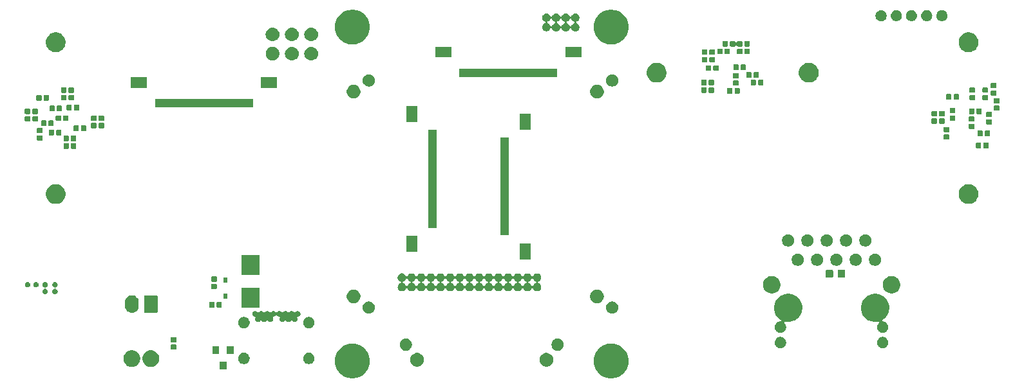
<source format=gbr>
G04 #@! TF.GenerationSoftware,KiCad,Pcbnew,5.1.0-unknown-c1c4a09~94~ubuntu18.04.1*
G04 #@! TF.CreationDate,2019-04-01T00:28:56+08:00*
G04 #@! TF.ProjectId,ovc3,6f766333-2e6b-4696-9361-645f70636258,rev?*
G04 #@! TF.SameCoordinates,Original*
G04 #@! TF.FileFunction,Soldermask,Bot*
G04 #@! TF.FilePolarity,Negative*
%FSLAX46Y46*%
G04 Gerber Fmt 4.6, Leading zero omitted, Abs format (unit mm)*
G04 Created by KiCad (PCBNEW 5.1.0-unknown-c1c4a09~94~ubuntu18.04.1) date 2019-04-01 00:28:56*
%MOMM*%
%LPD*%
G04 APERTURE LIST*
%ADD10C,0.100000*%
G04 APERTURE END LIST*
D10*
G36*
X161448903Y-114743213D02*
G01*
X161671177Y-114787426D01*
X162089932Y-114960880D01*
X162466802Y-115212696D01*
X162787304Y-115533198D01*
X163039120Y-115910068D01*
X163206545Y-116314268D01*
X163212574Y-116328824D01*
X163301000Y-116773370D01*
X163301000Y-117226630D01*
X163268078Y-117392140D01*
X163212574Y-117671177D01*
X163039120Y-118089932D01*
X162787304Y-118466802D01*
X162466802Y-118787304D01*
X162089932Y-119039120D01*
X161671177Y-119212574D01*
X161448903Y-119256787D01*
X161226630Y-119301000D01*
X160773370Y-119301000D01*
X160551097Y-119256787D01*
X160328823Y-119212574D01*
X159910068Y-119039120D01*
X159533198Y-118787304D01*
X159212696Y-118466802D01*
X158960880Y-118089932D01*
X158787426Y-117671177D01*
X158731922Y-117392140D01*
X158699000Y-117226630D01*
X158699000Y-116773370D01*
X158787426Y-116328824D01*
X158793455Y-116314268D01*
X158960880Y-115910068D01*
X159212696Y-115533198D01*
X159533198Y-115212696D01*
X159910068Y-114960880D01*
X160328823Y-114787426D01*
X160551097Y-114743213D01*
X160773370Y-114699000D01*
X161226630Y-114699000D01*
X161448903Y-114743213D01*
X161448903Y-114743213D01*
G37*
G36*
X127448903Y-114743213D02*
G01*
X127671177Y-114787426D01*
X128089932Y-114960880D01*
X128466802Y-115212696D01*
X128787304Y-115533198D01*
X129039120Y-115910068D01*
X129206545Y-116314268D01*
X129212574Y-116328824D01*
X129301000Y-116773370D01*
X129301000Y-117226630D01*
X129268078Y-117392140D01*
X129212574Y-117671177D01*
X129039120Y-118089932D01*
X128787304Y-118466802D01*
X128466802Y-118787304D01*
X128089932Y-119039120D01*
X127671177Y-119212574D01*
X127448903Y-119256787D01*
X127226630Y-119301000D01*
X126773370Y-119301000D01*
X126551097Y-119256787D01*
X126328823Y-119212574D01*
X125910068Y-119039120D01*
X125533198Y-118787304D01*
X125212696Y-118466802D01*
X124960880Y-118089932D01*
X124787426Y-117671177D01*
X124731922Y-117392140D01*
X124699000Y-117226630D01*
X124699000Y-116773370D01*
X124787426Y-116328824D01*
X124793455Y-116314268D01*
X124960880Y-115910068D01*
X125212696Y-115533198D01*
X125533198Y-115212696D01*
X125910068Y-114960880D01*
X126328823Y-114787426D01*
X126551097Y-114743213D01*
X126773370Y-114699000D01*
X127226630Y-114699000D01*
X127448903Y-114743213D01*
X127448903Y-114743213D01*
G37*
G36*
X110451000Y-118101000D02*
G01*
X109549000Y-118101000D01*
X109549000Y-117099000D01*
X110451000Y-117099000D01*
X110451000Y-118101000D01*
X110451000Y-118101000D01*
G37*
G36*
X98214794Y-115600155D02*
G01*
X98321150Y-115621311D01*
X98392825Y-115651000D01*
X98521520Y-115704307D01*
X98701844Y-115824795D01*
X98855205Y-115978156D01*
X98975693Y-116158480D01*
X99058689Y-116358850D01*
X99101000Y-116571561D01*
X99101000Y-116788439D01*
X99058689Y-117001150D01*
X99018158Y-117099000D01*
X98975693Y-117201520D01*
X98855205Y-117381844D01*
X98701844Y-117535205D01*
X98521520Y-117655693D01*
X98484138Y-117671177D01*
X98321150Y-117738689D01*
X98214795Y-117759844D01*
X98108440Y-117781000D01*
X97891560Y-117781000D01*
X97785205Y-117759844D01*
X97678850Y-117738689D01*
X97515862Y-117671177D01*
X97478480Y-117655693D01*
X97298156Y-117535205D01*
X97144795Y-117381844D01*
X97024307Y-117201520D01*
X96981842Y-117099000D01*
X96941311Y-117001150D01*
X96899000Y-116788439D01*
X96899000Y-116571561D01*
X96941311Y-116358850D01*
X97024307Y-116158480D01*
X97144795Y-115978156D01*
X97298156Y-115824795D01*
X97478480Y-115704307D01*
X97607175Y-115651000D01*
X97678850Y-115621311D01*
X97785206Y-115600155D01*
X97891560Y-115579000D01*
X98108440Y-115579000D01*
X98214794Y-115600155D01*
X98214794Y-115600155D01*
G37*
G36*
X100714794Y-115600155D02*
G01*
X100821150Y-115621311D01*
X100892825Y-115651000D01*
X101021520Y-115704307D01*
X101201844Y-115824795D01*
X101355205Y-115978156D01*
X101475693Y-116158480D01*
X101558689Y-116358850D01*
X101601000Y-116571561D01*
X101601000Y-116788439D01*
X101558689Y-117001150D01*
X101518158Y-117099000D01*
X101475693Y-117201520D01*
X101355205Y-117381844D01*
X101201844Y-117535205D01*
X101021520Y-117655693D01*
X100984138Y-117671177D01*
X100821150Y-117738689D01*
X100714795Y-117759844D01*
X100608440Y-117781000D01*
X100391560Y-117781000D01*
X100285205Y-117759844D01*
X100178850Y-117738689D01*
X100015862Y-117671177D01*
X99978480Y-117655693D01*
X99798156Y-117535205D01*
X99644795Y-117381844D01*
X99524307Y-117201520D01*
X99481842Y-117099000D01*
X99441311Y-117001150D01*
X99399000Y-116788439D01*
X99399000Y-116571561D01*
X99441311Y-116358850D01*
X99524307Y-116158480D01*
X99644795Y-115978156D01*
X99798156Y-115824795D01*
X99978480Y-115704307D01*
X100107175Y-115651000D01*
X100178850Y-115621311D01*
X100285206Y-115600155D01*
X100391560Y-115579000D01*
X100608440Y-115579000D01*
X100714794Y-115600155D01*
X100714794Y-115600155D01*
G37*
G36*
X135613512Y-115953927D02*
G01*
X135762812Y-115983624D01*
X135926784Y-116051544D01*
X136074354Y-116150147D01*
X136199853Y-116275646D01*
X136298456Y-116423216D01*
X136366376Y-116587188D01*
X136396073Y-116736488D01*
X136397561Y-116743967D01*
X136401000Y-116761259D01*
X136401000Y-116938741D01*
X136366376Y-117112812D01*
X136298456Y-117276784D01*
X136199853Y-117424354D01*
X136074354Y-117549853D01*
X135926784Y-117648456D01*
X135762812Y-117716376D01*
X135613512Y-117746073D01*
X135588742Y-117751000D01*
X135411258Y-117751000D01*
X135386488Y-117746073D01*
X135237188Y-117716376D01*
X135073216Y-117648456D01*
X134925646Y-117549853D01*
X134800147Y-117424354D01*
X134701544Y-117276784D01*
X134633624Y-117112812D01*
X134599000Y-116938741D01*
X134599000Y-116761259D01*
X134602440Y-116743967D01*
X134603927Y-116736488D01*
X134633624Y-116587188D01*
X134701544Y-116423216D01*
X134800147Y-116275646D01*
X134925646Y-116150147D01*
X135073216Y-116051544D01*
X135237188Y-115983624D01*
X135386488Y-115953927D01*
X135411258Y-115949000D01*
X135588742Y-115949000D01*
X135613512Y-115953927D01*
X135613512Y-115953927D01*
G37*
G36*
X152613512Y-115953927D02*
G01*
X152762812Y-115983624D01*
X152926784Y-116051544D01*
X153074354Y-116150147D01*
X153199853Y-116275646D01*
X153298456Y-116423216D01*
X153366376Y-116587188D01*
X153396073Y-116736488D01*
X153397561Y-116743967D01*
X153401000Y-116761259D01*
X153401000Y-116938741D01*
X153366376Y-117112812D01*
X153298456Y-117276784D01*
X153199853Y-117424354D01*
X153074354Y-117549853D01*
X152926784Y-117648456D01*
X152762812Y-117716376D01*
X152613512Y-117746073D01*
X152588742Y-117751000D01*
X152411258Y-117751000D01*
X152386488Y-117746073D01*
X152237188Y-117716376D01*
X152073216Y-117648456D01*
X151925646Y-117549853D01*
X151800147Y-117424354D01*
X151701544Y-117276784D01*
X151633624Y-117112812D01*
X151599000Y-116938741D01*
X151599000Y-116761259D01*
X151602440Y-116743967D01*
X151603927Y-116736488D01*
X151633624Y-116587188D01*
X151701544Y-116423216D01*
X151800147Y-116275646D01*
X151925646Y-116150147D01*
X152073216Y-116051544D01*
X152237188Y-115983624D01*
X152386488Y-115953927D01*
X152411258Y-115949000D01*
X152588742Y-115949000D01*
X152613512Y-115953927D01*
X152613512Y-115953927D01*
G37*
G36*
X112949059Y-115947860D02*
G01*
X113085732Y-116004472D01*
X113208735Y-116086660D01*
X113313340Y-116191265D01*
X113369722Y-116275647D01*
X113395529Y-116314270D01*
X113452140Y-116450941D01*
X113481000Y-116596032D01*
X113481000Y-116743968D01*
X113475151Y-116773371D01*
X113452140Y-116889059D01*
X113395528Y-117025732D01*
X113313340Y-117148735D01*
X113208735Y-117253340D01*
X113085732Y-117335528D01*
X113085731Y-117335529D01*
X113085730Y-117335529D01*
X112949059Y-117392140D01*
X112803968Y-117421000D01*
X112656032Y-117421000D01*
X112510941Y-117392140D01*
X112374270Y-117335529D01*
X112374269Y-117335529D01*
X112374268Y-117335528D01*
X112251265Y-117253340D01*
X112146660Y-117148735D01*
X112064472Y-117025732D01*
X112007860Y-116889059D01*
X111984849Y-116773371D01*
X111979000Y-116743968D01*
X111979000Y-116596032D01*
X112007860Y-116450941D01*
X112064471Y-116314270D01*
X112090278Y-116275647D01*
X112146660Y-116191265D01*
X112251265Y-116086660D01*
X112374268Y-116004472D01*
X112510941Y-115947860D01*
X112656032Y-115919000D01*
X112803968Y-115919000D01*
X112949059Y-115947860D01*
X112949059Y-115947860D01*
G37*
G36*
X121489059Y-115947860D02*
G01*
X121625732Y-116004472D01*
X121748735Y-116086660D01*
X121853340Y-116191265D01*
X121909722Y-116275647D01*
X121935529Y-116314270D01*
X121992140Y-116450941D01*
X122021000Y-116596032D01*
X122021000Y-116743968D01*
X122015151Y-116773371D01*
X121992140Y-116889059D01*
X121935528Y-117025732D01*
X121853340Y-117148735D01*
X121748735Y-117253340D01*
X121625732Y-117335528D01*
X121625731Y-117335529D01*
X121625730Y-117335529D01*
X121489059Y-117392140D01*
X121343968Y-117421000D01*
X121196032Y-117421000D01*
X121050941Y-117392140D01*
X120914270Y-117335529D01*
X120914269Y-117335529D01*
X120914268Y-117335528D01*
X120791265Y-117253340D01*
X120686660Y-117148735D01*
X120604472Y-117025732D01*
X120547860Y-116889059D01*
X120524849Y-116773371D01*
X120519000Y-116743968D01*
X120519000Y-116596032D01*
X120547860Y-116450941D01*
X120604471Y-116314270D01*
X120630278Y-116275647D01*
X120686660Y-116191265D01*
X120791265Y-116086660D01*
X120914268Y-116004472D01*
X121050941Y-115947860D01*
X121196032Y-115919000D01*
X121343968Y-115919000D01*
X121489059Y-115947860D01*
X121489059Y-115947860D01*
G37*
G36*
X109501000Y-116101000D02*
G01*
X108599000Y-116101000D01*
X108599000Y-115099000D01*
X109501000Y-115099000D01*
X109501000Y-116101000D01*
X109501000Y-116101000D01*
G37*
G36*
X111401000Y-116101000D02*
G01*
X110499000Y-116101000D01*
X110499000Y-115099000D01*
X111401000Y-115099000D01*
X111401000Y-116101000D01*
X111401000Y-116101000D01*
G37*
G36*
X154208642Y-114079781D02*
G01*
X154354414Y-114140162D01*
X154354416Y-114140163D01*
X154485608Y-114227822D01*
X154597178Y-114339392D01*
X154673892Y-114454204D01*
X154684838Y-114470586D01*
X154745219Y-114616358D01*
X154776000Y-114771107D01*
X154776000Y-114928893D01*
X154745219Y-115083642D01*
X154691763Y-115212696D01*
X154684837Y-115229416D01*
X154597178Y-115360608D01*
X154485608Y-115472178D01*
X154354416Y-115559837D01*
X154354415Y-115559838D01*
X154354414Y-115559838D01*
X154208642Y-115620219D01*
X154053893Y-115651000D01*
X153896107Y-115651000D01*
X153741358Y-115620219D01*
X153595586Y-115559838D01*
X153595585Y-115559838D01*
X153595584Y-115559837D01*
X153464392Y-115472178D01*
X153352822Y-115360608D01*
X153265163Y-115229416D01*
X153258237Y-115212696D01*
X153204781Y-115083642D01*
X153174000Y-114928893D01*
X153174000Y-114771107D01*
X153204781Y-114616358D01*
X153265162Y-114470586D01*
X153276108Y-114454204D01*
X153352822Y-114339392D01*
X153464392Y-114227822D01*
X153595584Y-114140163D01*
X153595586Y-114140162D01*
X153741358Y-114079781D01*
X153896107Y-114049000D01*
X154053893Y-114049000D01*
X154208642Y-114079781D01*
X154208642Y-114079781D01*
G37*
G36*
X134258642Y-114079781D02*
G01*
X134404414Y-114140162D01*
X134404416Y-114140163D01*
X134535608Y-114227822D01*
X134647178Y-114339392D01*
X134723892Y-114454204D01*
X134734838Y-114470586D01*
X134795219Y-114616358D01*
X134826000Y-114771107D01*
X134826000Y-114928893D01*
X134795219Y-115083642D01*
X134741763Y-115212696D01*
X134734837Y-115229416D01*
X134647178Y-115360608D01*
X134535608Y-115472178D01*
X134404416Y-115559837D01*
X134404415Y-115559838D01*
X134404414Y-115559838D01*
X134258642Y-115620219D01*
X134103893Y-115651000D01*
X133946107Y-115651000D01*
X133791358Y-115620219D01*
X133645586Y-115559838D01*
X133645585Y-115559838D01*
X133645584Y-115559837D01*
X133514392Y-115472178D01*
X133402822Y-115360608D01*
X133315163Y-115229416D01*
X133308237Y-115212696D01*
X133254781Y-115083642D01*
X133224000Y-114928893D01*
X133224000Y-114771107D01*
X133254781Y-114616358D01*
X133315162Y-114470586D01*
X133326108Y-114454204D01*
X133402822Y-114339392D01*
X133514392Y-114227822D01*
X133645584Y-114140163D01*
X133645586Y-114140162D01*
X133791358Y-114079781D01*
X133946107Y-114049000D01*
X134103893Y-114049000D01*
X134258642Y-114079781D01*
X134258642Y-114079781D01*
G37*
G36*
X103781938Y-114841716D02*
G01*
X103802557Y-114847971D01*
X103821553Y-114858124D01*
X103838208Y-114871792D01*
X103851876Y-114888447D01*
X103862029Y-114907443D01*
X103868284Y-114928062D01*
X103871000Y-114955640D01*
X103871000Y-115414360D01*
X103868284Y-115441938D01*
X103862029Y-115462557D01*
X103851876Y-115481553D01*
X103838208Y-115498208D01*
X103821553Y-115511876D01*
X103802557Y-115522029D01*
X103781938Y-115528284D01*
X103754360Y-115531000D01*
X103245640Y-115531000D01*
X103218062Y-115528284D01*
X103197443Y-115522029D01*
X103178447Y-115511876D01*
X103161792Y-115498208D01*
X103148124Y-115481553D01*
X103137971Y-115462557D01*
X103131716Y-115441938D01*
X103129000Y-115414360D01*
X103129000Y-114955640D01*
X103131716Y-114928062D01*
X103137971Y-114907443D01*
X103148124Y-114888447D01*
X103161792Y-114871792D01*
X103178447Y-114858124D01*
X103197443Y-114847971D01*
X103218062Y-114841716D01*
X103245640Y-114839000D01*
X103754360Y-114839000D01*
X103781938Y-114841716D01*
X103781938Y-114841716D01*
G37*
G36*
X183489914Y-113861514D02*
G01*
X183489916Y-113861515D01*
X183489917Y-113861515D01*
X183624006Y-113917056D01*
X183744683Y-113997690D01*
X183847310Y-114100317D01*
X183927944Y-114220994D01*
X183976986Y-114339393D01*
X183983486Y-114355086D01*
X184011800Y-114497430D01*
X184011800Y-114642568D01*
X183983485Y-114784917D01*
X183927944Y-114919006D01*
X183847310Y-115039683D01*
X183744683Y-115142310D01*
X183624006Y-115222944D01*
X183489917Y-115278485D01*
X183489916Y-115278485D01*
X183489914Y-115278486D01*
X183347570Y-115306800D01*
X183202430Y-115306800D01*
X183060086Y-115278486D01*
X183060084Y-115278485D01*
X183060083Y-115278485D01*
X182925994Y-115222944D01*
X182805317Y-115142310D01*
X182702690Y-115039683D01*
X182622056Y-114919006D01*
X182566515Y-114784917D01*
X182538200Y-114642568D01*
X182538200Y-114497430D01*
X182566514Y-114355086D01*
X182573014Y-114339393D01*
X182622056Y-114220994D01*
X182702690Y-114100317D01*
X182805317Y-113997690D01*
X182925994Y-113917056D01*
X183060083Y-113861515D01*
X183060084Y-113861515D01*
X183060086Y-113861514D01*
X183202430Y-113833200D01*
X183347570Y-113833200D01*
X183489914Y-113861514D01*
X183489914Y-113861514D01*
G37*
G36*
X196939914Y-113861514D02*
G01*
X196939916Y-113861515D01*
X196939917Y-113861515D01*
X197074006Y-113917056D01*
X197194683Y-113997690D01*
X197297310Y-114100317D01*
X197377944Y-114220994D01*
X197426986Y-114339393D01*
X197433486Y-114355086D01*
X197461800Y-114497430D01*
X197461800Y-114642568D01*
X197433485Y-114784917D01*
X197377944Y-114919006D01*
X197297310Y-115039683D01*
X197194683Y-115142310D01*
X197074006Y-115222944D01*
X196939917Y-115278485D01*
X196939916Y-115278485D01*
X196939914Y-115278486D01*
X196797570Y-115306800D01*
X196652430Y-115306800D01*
X196510086Y-115278486D01*
X196510084Y-115278485D01*
X196510083Y-115278485D01*
X196375994Y-115222944D01*
X196255317Y-115142310D01*
X196152690Y-115039683D01*
X196072056Y-114919006D01*
X196016515Y-114784917D01*
X195988200Y-114642568D01*
X195988200Y-114497430D01*
X196016514Y-114355086D01*
X196023014Y-114339393D01*
X196072056Y-114220994D01*
X196152690Y-114100317D01*
X196255317Y-113997690D01*
X196375994Y-113917056D01*
X196510083Y-113861515D01*
X196510084Y-113861515D01*
X196510086Y-113861514D01*
X196652430Y-113833200D01*
X196797570Y-113833200D01*
X196939914Y-113861514D01*
X196939914Y-113861514D01*
G37*
G36*
X103781938Y-113871716D02*
G01*
X103802557Y-113877971D01*
X103821553Y-113888124D01*
X103838208Y-113901792D01*
X103851876Y-113918447D01*
X103862029Y-113937443D01*
X103868284Y-113958062D01*
X103871000Y-113985640D01*
X103871000Y-114444360D01*
X103868284Y-114471938D01*
X103862029Y-114492557D01*
X103851876Y-114511553D01*
X103838208Y-114528208D01*
X103821553Y-114541876D01*
X103802557Y-114552029D01*
X103781938Y-114558284D01*
X103754360Y-114561000D01*
X103245640Y-114561000D01*
X103218062Y-114558284D01*
X103197443Y-114552029D01*
X103178447Y-114541876D01*
X103161792Y-114528208D01*
X103148124Y-114511553D01*
X103137971Y-114492557D01*
X103131716Y-114471938D01*
X103129000Y-114444360D01*
X103129000Y-113985640D01*
X103131716Y-113958062D01*
X103137971Y-113937443D01*
X103148124Y-113918447D01*
X103161792Y-113901792D01*
X103178447Y-113888124D01*
X103197443Y-113877971D01*
X103218062Y-113871716D01*
X103245640Y-113869000D01*
X103754360Y-113869000D01*
X103781938Y-113871716D01*
X103781938Y-113871716D01*
G37*
G36*
X184646112Y-108184566D02*
G01*
X184824917Y-108220133D01*
X184964448Y-108277929D01*
X185161776Y-108359664D01*
X185464943Y-108562234D01*
X185722766Y-108820057D01*
X185925336Y-109123224D01*
X186064867Y-109460084D01*
X186136000Y-109817691D01*
X186136000Y-110182309D01*
X186121940Y-110252991D01*
X186064867Y-110539917D01*
X186040477Y-110598799D01*
X185925336Y-110876776D01*
X185722766Y-111179943D01*
X185464943Y-111437766D01*
X185161776Y-111640336D01*
X185006280Y-111704744D01*
X184824917Y-111779867D01*
X184755449Y-111793685D01*
X184467309Y-111851000D01*
X184102691Y-111851000D01*
X183914272Y-111813521D01*
X183889886Y-111811119D01*
X183865500Y-111813521D01*
X183842051Y-111820634D01*
X183820440Y-111832185D01*
X183801498Y-111847730D01*
X183785953Y-111866672D01*
X183774402Y-111888283D01*
X183767289Y-111911732D01*
X183764887Y-111936118D01*
X183767289Y-111960504D01*
X183774402Y-111983953D01*
X183785953Y-112005564D01*
X183801493Y-112024500D01*
X183847310Y-112070317D01*
X183927944Y-112190994D01*
X183983485Y-112325083D01*
X183983486Y-112325086D01*
X184002114Y-112418735D01*
X184011800Y-112467432D01*
X184011800Y-112612568D01*
X183983485Y-112754917D01*
X183927944Y-112889006D01*
X183847310Y-113009683D01*
X183744683Y-113112310D01*
X183624006Y-113192944D01*
X183489917Y-113248485D01*
X183489916Y-113248485D01*
X183489914Y-113248486D01*
X183347570Y-113276800D01*
X183202430Y-113276800D01*
X183060086Y-113248486D01*
X183060084Y-113248485D01*
X183060083Y-113248485D01*
X182925994Y-113192944D01*
X182805317Y-113112310D01*
X182702690Y-113009683D01*
X182622056Y-112889006D01*
X182566515Y-112754917D01*
X182538200Y-112612568D01*
X182538200Y-112467432D01*
X182547886Y-112418735D01*
X182566514Y-112325086D01*
X182566515Y-112325083D01*
X182622056Y-112190994D01*
X182702690Y-112070317D01*
X182805317Y-111967690D01*
X182925994Y-111887056D01*
X183060083Y-111831515D01*
X183060084Y-111831515D01*
X183060086Y-111831514D01*
X183202430Y-111803200D01*
X183239900Y-111803200D01*
X183264286Y-111800798D01*
X183287735Y-111793685D01*
X183309346Y-111782134D01*
X183328288Y-111766589D01*
X183343833Y-111747647D01*
X183355384Y-111726036D01*
X183362497Y-111702587D01*
X183364899Y-111678201D01*
X183362497Y-111653815D01*
X183355384Y-111630366D01*
X183343833Y-111608755D01*
X183328288Y-111589813D01*
X183309346Y-111574268D01*
X183105057Y-111437766D01*
X182847234Y-111179943D01*
X182644664Y-110876776D01*
X182529523Y-110598799D01*
X182505133Y-110539917D01*
X182448060Y-110252991D01*
X182434000Y-110182309D01*
X182434000Y-109817691D01*
X182505133Y-109460084D01*
X182644664Y-109123224D01*
X182847234Y-108820057D01*
X183105057Y-108562234D01*
X183408224Y-108359664D01*
X183605552Y-108277929D01*
X183745083Y-108220133D01*
X183923888Y-108184566D01*
X184102691Y-108149000D01*
X184467309Y-108149000D01*
X184646112Y-108184566D01*
X184646112Y-108184566D01*
G37*
G36*
X196076112Y-108184566D02*
G01*
X196254917Y-108220133D01*
X196394448Y-108277929D01*
X196591776Y-108359664D01*
X196894943Y-108562234D01*
X197152766Y-108820057D01*
X197355336Y-109123224D01*
X197494867Y-109460084D01*
X197566000Y-109817691D01*
X197566000Y-110182309D01*
X197551940Y-110252991D01*
X197494867Y-110539917D01*
X197470477Y-110598799D01*
X197355336Y-110876776D01*
X197152766Y-111179943D01*
X196894943Y-111437766D01*
X196690654Y-111574268D01*
X196671712Y-111589813D01*
X196656167Y-111608755D01*
X196644616Y-111630366D01*
X196637503Y-111653815D01*
X196635101Y-111678201D01*
X196637503Y-111702587D01*
X196644616Y-111726036D01*
X196656167Y-111747647D01*
X196671712Y-111766589D01*
X196690654Y-111782134D01*
X196712265Y-111793685D01*
X196735714Y-111800798D01*
X196760100Y-111803200D01*
X196797570Y-111803200D01*
X196939914Y-111831514D01*
X196939916Y-111831515D01*
X196939917Y-111831515D01*
X197074006Y-111887056D01*
X197194683Y-111967690D01*
X197297310Y-112070317D01*
X197377944Y-112190994D01*
X197433485Y-112325083D01*
X197433486Y-112325086D01*
X197452114Y-112418735D01*
X197461800Y-112467432D01*
X197461800Y-112612568D01*
X197433485Y-112754917D01*
X197377944Y-112889006D01*
X197297310Y-113009683D01*
X197194683Y-113112310D01*
X197074006Y-113192944D01*
X196939917Y-113248485D01*
X196939916Y-113248485D01*
X196939914Y-113248486D01*
X196797570Y-113276800D01*
X196652430Y-113276800D01*
X196510086Y-113248486D01*
X196510084Y-113248485D01*
X196510083Y-113248485D01*
X196375994Y-113192944D01*
X196255317Y-113112310D01*
X196152690Y-113009683D01*
X196072056Y-112889006D01*
X196016515Y-112754917D01*
X195988200Y-112612568D01*
X195988200Y-112467432D01*
X195997886Y-112418735D01*
X196016514Y-112325086D01*
X196016515Y-112325083D01*
X196072056Y-112190994D01*
X196152690Y-112070317D01*
X196198507Y-112024500D01*
X196214047Y-112005564D01*
X196225598Y-111983953D01*
X196232711Y-111960504D01*
X196235113Y-111936118D01*
X196232711Y-111911732D01*
X196225598Y-111888283D01*
X196214047Y-111866672D01*
X196198502Y-111847730D01*
X196179560Y-111832185D01*
X196157949Y-111820634D01*
X196134500Y-111813521D01*
X196110114Y-111811119D01*
X196085728Y-111813521D01*
X195897309Y-111851000D01*
X195532691Y-111851000D01*
X195244551Y-111793685D01*
X195175083Y-111779867D01*
X194993720Y-111704744D01*
X194838224Y-111640336D01*
X194535057Y-111437766D01*
X194277234Y-111179943D01*
X194074664Y-110876776D01*
X193959523Y-110598799D01*
X193935133Y-110539917D01*
X193878060Y-110252991D01*
X193864000Y-110182309D01*
X193864000Y-109817691D01*
X193935133Y-109460084D01*
X194074664Y-109123224D01*
X194277234Y-108820057D01*
X194535057Y-108562234D01*
X194838224Y-108359664D01*
X195035552Y-108277929D01*
X195175083Y-108220133D01*
X195353888Y-108184566D01*
X195532691Y-108149000D01*
X195897309Y-108149000D01*
X196076112Y-108184566D01*
X196076112Y-108184566D01*
G37*
G36*
X121489059Y-111217860D02*
G01*
X121602100Y-111264683D01*
X121625732Y-111274472D01*
X121748735Y-111356660D01*
X121853340Y-111461265D01*
X121897285Y-111527034D01*
X121935529Y-111584270D01*
X121992140Y-111720941D01*
X122020994Y-111866000D01*
X122021000Y-111866033D01*
X122021000Y-112013967D01*
X121992140Y-112159059D01*
X121935528Y-112295732D01*
X121853340Y-112418735D01*
X121748735Y-112523340D01*
X121625732Y-112605528D01*
X121625731Y-112605529D01*
X121625730Y-112605529D01*
X121489059Y-112662140D01*
X121343968Y-112691000D01*
X121196032Y-112691000D01*
X121050941Y-112662140D01*
X120914270Y-112605529D01*
X120914269Y-112605529D01*
X120914268Y-112605528D01*
X120791265Y-112523340D01*
X120686660Y-112418735D01*
X120604472Y-112295732D01*
X120547860Y-112159059D01*
X120519000Y-112013967D01*
X120519000Y-111866033D01*
X120519007Y-111866000D01*
X120547860Y-111720941D01*
X120604471Y-111584270D01*
X120642715Y-111527034D01*
X120686660Y-111461265D01*
X120791265Y-111356660D01*
X120914268Y-111274472D01*
X120937901Y-111264683D01*
X121050941Y-111217860D01*
X121196032Y-111189000D01*
X121343968Y-111189000D01*
X121489059Y-111217860D01*
X121489059Y-111217860D01*
G37*
G36*
X112949059Y-111217860D02*
G01*
X113062100Y-111264683D01*
X113085732Y-111274472D01*
X113208735Y-111356660D01*
X113313340Y-111461265D01*
X113357285Y-111527034D01*
X113395529Y-111584270D01*
X113452140Y-111720941D01*
X113480994Y-111866000D01*
X113481000Y-111866033D01*
X113481000Y-112013967D01*
X113452140Y-112159059D01*
X113395528Y-112295732D01*
X113313340Y-112418735D01*
X113208735Y-112523340D01*
X113085732Y-112605528D01*
X113085731Y-112605529D01*
X113085730Y-112605529D01*
X112949059Y-112662140D01*
X112803968Y-112691000D01*
X112656032Y-112691000D01*
X112510941Y-112662140D01*
X112374270Y-112605529D01*
X112374269Y-112605529D01*
X112374268Y-112605528D01*
X112251265Y-112523340D01*
X112146660Y-112418735D01*
X112064472Y-112295732D01*
X112007860Y-112159059D01*
X111979000Y-112013967D01*
X111979000Y-111866033D01*
X111979007Y-111866000D01*
X112007860Y-111720941D01*
X112064471Y-111584270D01*
X112102715Y-111527034D01*
X112146660Y-111461265D01*
X112251265Y-111356660D01*
X112374268Y-111274472D01*
X112397901Y-111264683D01*
X112510941Y-111217860D01*
X112656032Y-111189000D01*
X112803968Y-111189000D01*
X112949059Y-111217860D01*
X112949059Y-111217860D01*
G37*
G36*
X114309672Y-110428449D02*
G01*
X114309674Y-110428450D01*
X114309675Y-110428450D01*
X114378103Y-110456793D01*
X114439686Y-110497942D01*
X114492058Y-110550314D01*
X114496072Y-110556321D01*
X114511612Y-110575256D01*
X114530553Y-110590801D01*
X114552164Y-110602353D01*
X114575613Y-110609466D01*
X114599999Y-110611868D01*
X114624385Y-110609466D01*
X114647834Y-110602353D01*
X114669445Y-110590803D01*
X114688387Y-110575257D01*
X114703928Y-110556321D01*
X114707942Y-110550314D01*
X114760314Y-110497942D01*
X114821897Y-110456793D01*
X114890325Y-110428450D01*
X114890326Y-110428450D01*
X114890328Y-110428449D01*
X114962966Y-110414000D01*
X115037034Y-110414000D01*
X115109672Y-110428449D01*
X115109674Y-110428450D01*
X115109675Y-110428450D01*
X115178103Y-110456793D01*
X115239686Y-110497942D01*
X115292058Y-110550314D01*
X115296072Y-110556321D01*
X115311612Y-110575256D01*
X115330553Y-110590801D01*
X115352164Y-110602353D01*
X115375613Y-110609466D01*
X115399999Y-110611868D01*
X115424385Y-110609466D01*
X115447834Y-110602353D01*
X115469445Y-110590803D01*
X115488387Y-110575257D01*
X115503928Y-110556321D01*
X115507942Y-110550314D01*
X115560314Y-110497942D01*
X115621897Y-110456793D01*
X115690325Y-110428450D01*
X115690326Y-110428450D01*
X115690328Y-110428449D01*
X115762966Y-110414000D01*
X115837034Y-110414000D01*
X115909672Y-110428449D01*
X115909674Y-110428450D01*
X115909675Y-110428450D01*
X115978103Y-110456793D01*
X116039686Y-110497942D01*
X116092058Y-110550314D01*
X116096072Y-110556321D01*
X116111612Y-110575256D01*
X116130553Y-110590801D01*
X116152164Y-110602353D01*
X116175613Y-110609466D01*
X116199999Y-110611868D01*
X116224385Y-110609466D01*
X116247834Y-110602353D01*
X116269445Y-110590803D01*
X116288387Y-110575257D01*
X116303928Y-110556321D01*
X116307942Y-110550314D01*
X116360314Y-110497942D01*
X116421897Y-110456793D01*
X116490325Y-110428450D01*
X116490326Y-110428450D01*
X116490328Y-110428449D01*
X116562966Y-110414000D01*
X116637034Y-110414000D01*
X116709672Y-110428449D01*
X116709674Y-110428450D01*
X116709675Y-110428450D01*
X116778103Y-110456793D01*
X116839686Y-110497942D01*
X116892058Y-110550314D01*
X116896072Y-110556321D01*
X116911612Y-110575256D01*
X116930553Y-110590801D01*
X116952164Y-110602353D01*
X116975613Y-110609466D01*
X116999999Y-110611868D01*
X117024385Y-110609466D01*
X117047834Y-110602353D01*
X117069445Y-110590803D01*
X117088387Y-110575257D01*
X117103928Y-110556321D01*
X117107942Y-110550314D01*
X117160314Y-110497942D01*
X117221897Y-110456793D01*
X117290325Y-110428450D01*
X117290326Y-110428450D01*
X117290328Y-110428449D01*
X117362966Y-110414000D01*
X117437034Y-110414000D01*
X117509672Y-110428449D01*
X117509674Y-110428450D01*
X117509675Y-110428450D01*
X117578103Y-110456793D01*
X117639686Y-110497942D01*
X117692058Y-110550314D01*
X117696072Y-110556321D01*
X117711612Y-110575256D01*
X117730553Y-110590801D01*
X117752164Y-110602353D01*
X117775613Y-110609466D01*
X117799999Y-110611868D01*
X117824385Y-110609466D01*
X117847834Y-110602353D01*
X117869445Y-110590803D01*
X117888387Y-110575257D01*
X117903928Y-110556321D01*
X117907942Y-110550314D01*
X117960314Y-110497942D01*
X118021897Y-110456793D01*
X118090325Y-110428450D01*
X118090326Y-110428450D01*
X118090328Y-110428449D01*
X118162966Y-110414000D01*
X118237034Y-110414000D01*
X118309672Y-110428449D01*
X118309674Y-110428450D01*
X118309675Y-110428450D01*
X118378103Y-110456793D01*
X118439686Y-110497942D01*
X118492058Y-110550314D01*
X118496072Y-110556321D01*
X118511612Y-110575256D01*
X118530553Y-110590801D01*
X118552164Y-110602353D01*
X118575613Y-110609466D01*
X118599999Y-110611868D01*
X118624385Y-110609466D01*
X118647834Y-110602353D01*
X118669445Y-110590803D01*
X118688387Y-110575257D01*
X118703928Y-110556321D01*
X118707942Y-110550314D01*
X118760314Y-110497942D01*
X118821897Y-110456793D01*
X118890325Y-110428450D01*
X118890326Y-110428450D01*
X118890328Y-110428449D01*
X118962966Y-110414000D01*
X119037034Y-110414000D01*
X119109672Y-110428449D01*
X119109674Y-110428450D01*
X119109675Y-110428450D01*
X119178103Y-110456793D01*
X119239686Y-110497942D01*
X119292058Y-110550314D01*
X119296072Y-110556321D01*
X119311612Y-110575256D01*
X119330553Y-110590801D01*
X119352164Y-110602353D01*
X119375613Y-110609466D01*
X119399999Y-110611868D01*
X119424385Y-110609466D01*
X119447834Y-110602353D01*
X119469445Y-110590803D01*
X119488387Y-110575257D01*
X119503928Y-110556321D01*
X119507942Y-110550314D01*
X119560314Y-110497942D01*
X119621897Y-110456793D01*
X119690325Y-110428450D01*
X119690326Y-110428450D01*
X119690328Y-110428449D01*
X119762966Y-110414000D01*
X119837034Y-110414000D01*
X119909672Y-110428449D01*
X119909674Y-110428450D01*
X119909675Y-110428450D01*
X119978103Y-110456793D01*
X120039686Y-110497942D01*
X120092058Y-110550314D01*
X120133207Y-110611897D01*
X120161550Y-110680325D01*
X120176000Y-110752967D01*
X120176000Y-110827033D01*
X120161550Y-110899675D01*
X120133207Y-110968103D01*
X120092058Y-111029686D01*
X120039686Y-111082058D01*
X119978103Y-111123207D01*
X119919696Y-111147399D01*
X119909673Y-111151551D01*
X119834662Y-111166472D01*
X119811214Y-111173585D01*
X119789603Y-111185136D01*
X119770661Y-111200682D01*
X119755116Y-111219624D01*
X119743565Y-111241234D01*
X119736452Y-111264683D01*
X119734050Y-111289069D01*
X119736452Y-111313456D01*
X119743565Y-111336904D01*
X119761551Y-111380326D01*
X119776000Y-111452966D01*
X119776000Y-111527034D01*
X119764615Y-111584270D01*
X119761550Y-111599675D01*
X119733207Y-111668103D01*
X119692058Y-111729686D01*
X119639686Y-111782058D01*
X119578103Y-111823207D01*
X119509675Y-111851550D01*
X119509674Y-111851550D01*
X119509672Y-111851551D01*
X119437034Y-111866000D01*
X119362966Y-111866000D01*
X119290328Y-111851551D01*
X119290326Y-111851550D01*
X119290325Y-111851550D01*
X119221897Y-111823207D01*
X119160314Y-111782058D01*
X119107942Y-111729686D01*
X119103928Y-111723679D01*
X119088388Y-111704744D01*
X119069447Y-111689199D01*
X119047836Y-111677647D01*
X119024387Y-111670534D01*
X119000001Y-111668132D01*
X118975615Y-111670534D01*
X118952166Y-111677647D01*
X118930555Y-111689197D01*
X118911613Y-111704743D01*
X118896072Y-111723679D01*
X118892058Y-111729686D01*
X118839686Y-111782058D01*
X118778103Y-111823207D01*
X118709675Y-111851550D01*
X118709674Y-111851550D01*
X118709672Y-111851551D01*
X118637034Y-111866000D01*
X118562966Y-111866000D01*
X118490328Y-111851551D01*
X118490326Y-111851550D01*
X118490325Y-111851550D01*
X118421897Y-111823207D01*
X118360314Y-111782058D01*
X118307942Y-111729686D01*
X118303928Y-111723679D01*
X118288388Y-111704744D01*
X118269447Y-111689199D01*
X118247836Y-111677647D01*
X118224387Y-111670534D01*
X118200001Y-111668132D01*
X118175615Y-111670534D01*
X118152166Y-111677647D01*
X118130555Y-111689197D01*
X118111613Y-111704743D01*
X118096072Y-111723679D01*
X118092058Y-111729686D01*
X118039686Y-111782058D01*
X117978103Y-111823207D01*
X117909675Y-111851550D01*
X117909674Y-111851550D01*
X117909672Y-111851551D01*
X117837034Y-111866000D01*
X117762966Y-111866000D01*
X117690328Y-111851551D01*
X117690326Y-111851550D01*
X117690325Y-111851550D01*
X117621897Y-111823207D01*
X117560314Y-111782058D01*
X117507942Y-111729686D01*
X117466793Y-111668103D01*
X117438450Y-111599675D01*
X117435386Y-111584270D01*
X117424000Y-111527034D01*
X117424000Y-111452966D01*
X117438449Y-111380326D01*
X117456435Y-111336904D01*
X117463548Y-111313455D01*
X117465950Y-111289069D01*
X117463548Y-111264683D01*
X117456435Y-111241234D01*
X117444884Y-111219624D01*
X117429339Y-111200682D01*
X117410397Y-111185136D01*
X117388786Y-111173585D01*
X117365338Y-111166472D01*
X117290327Y-111151551D01*
X117280304Y-111147399D01*
X117221897Y-111123207D01*
X117160314Y-111082058D01*
X117107942Y-111029686D01*
X117103928Y-111023679D01*
X117088388Y-111004744D01*
X117069447Y-110989199D01*
X117047836Y-110977647D01*
X117024387Y-110970534D01*
X117000001Y-110968132D01*
X116975615Y-110970534D01*
X116952166Y-110977647D01*
X116930555Y-110989197D01*
X116911613Y-111004743D01*
X116896072Y-111023679D01*
X116892058Y-111029686D01*
X116839686Y-111082058D01*
X116778103Y-111123207D01*
X116719696Y-111147399D01*
X116709673Y-111151551D01*
X116634662Y-111166472D01*
X116611214Y-111173585D01*
X116589603Y-111185136D01*
X116570661Y-111200682D01*
X116555116Y-111219624D01*
X116543565Y-111241234D01*
X116536452Y-111264683D01*
X116534050Y-111289069D01*
X116536452Y-111313456D01*
X116543565Y-111336904D01*
X116561551Y-111380326D01*
X116576000Y-111452966D01*
X116576000Y-111527034D01*
X116564615Y-111584270D01*
X116561550Y-111599675D01*
X116533207Y-111668103D01*
X116492058Y-111729686D01*
X116439686Y-111782058D01*
X116378103Y-111823207D01*
X116309675Y-111851550D01*
X116309674Y-111851550D01*
X116309672Y-111851551D01*
X116237034Y-111866000D01*
X116162966Y-111866000D01*
X116090328Y-111851551D01*
X116090326Y-111851550D01*
X116090325Y-111851550D01*
X116021897Y-111823207D01*
X115960314Y-111782058D01*
X115907942Y-111729686D01*
X115903928Y-111723679D01*
X115888388Y-111704744D01*
X115869447Y-111689199D01*
X115847836Y-111677647D01*
X115824387Y-111670534D01*
X115800001Y-111668132D01*
X115775615Y-111670534D01*
X115752166Y-111677647D01*
X115730555Y-111689197D01*
X115711613Y-111704743D01*
X115696072Y-111723679D01*
X115692058Y-111729686D01*
X115639686Y-111782058D01*
X115578103Y-111823207D01*
X115509675Y-111851550D01*
X115509674Y-111851550D01*
X115509672Y-111851551D01*
X115437034Y-111866000D01*
X115362966Y-111866000D01*
X115290328Y-111851551D01*
X115290326Y-111851550D01*
X115290325Y-111851550D01*
X115221897Y-111823207D01*
X115160314Y-111782058D01*
X115107942Y-111729686D01*
X115103928Y-111723679D01*
X115088388Y-111704744D01*
X115069447Y-111689199D01*
X115047836Y-111677647D01*
X115024387Y-111670534D01*
X115000001Y-111668132D01*
X114975615Y-111670534D01*
X114952166Y-111677647D01*
X114930555Y-111689197D01*
X114911613Y-111704743D01*
X114896072Y-111723679D01*
X114892058Y-111729686D01*
X114839686Y-111782058D01*
X114778103Y-111823207D01*
X114709675Y-111851550D01*
X114709674Y-111851550D01*
X114709672Y-111851551D01*
X114637034Y-111866000D01*
X114562966Y-111866000D01*
X114490328Y-111851551D01*
X114490326Y-111851550D01*
X114490325Y-111851550D01*
X114421897Y-111823207D01*
X114360314Y-111782058D01*
X114307942Y-111729686D01*
X114266793Y-111668103D01*
X114238450Y-111599675D01*
X114235386Y-111584270D01*
X114224000Y-111527034D01*
X114224000Y-111452966D01*
X114238449Y-111380326D01*
X114256435Y-111336904D01*
X114263548Y-111313455D01*
X114265950Y-111289069D01*
X114263548Y-111264683D01*
X114256435Y-111241234D01*
X114244884Y-111219624D01*
X114229339Y-111200682D01*
X114210397Y-111185136D01*
X114188786Y-111173585D01*
X114165338Y-111166472D01*
X114090327Y-111151551D01*
X114080304Y-111147399D01*
X114021897Y-111123207D01*
X113960314Y-111082058D01*
X113907942Y-111029686D01*
X113866793Y-110968103D01*
X113838450Y-110899675D01*
X113824000Y-110827033D01*
X113824000Y-110752967D01*
X113838450Y-110680325D01*
X113866793Y-110611897D01*
X113907942Y-110550314D01*
X113960314Y-110497942D01*
X114021897Y-110456793D01*
X114090325Y-110428450D01*
X114090326Y-110428450D01*
X114090328Y-110428449D01*
X114162966Y-110414000D01*
X114237034Y-110414000D01*
X114309672Y-110428449D01*
X114309672Y-110428449D01*
G37*
G36*
X161383642Y-109204781D02*
G01*
X161512500Y-109258156D01*
X161529416Y-109265163D01*
X161660608Y-109352822D01*
X161772178Y-109464392D01*
X161859837Y-109595584D01*
X161859838Y-109595586D01*
X161920219Y-109741358D01*
X161951000Y-109896107D01*
X161951000Y-110053893D01*
X161920219Y-110208642D01*
X161901849Y-110252990D01*
X161859837Y-110354416D01*
X161772178Y-110485608D01*
X161660608Y-110597178D01*
X161529416Y-110684837D01*
X161529415Y-110684838D01*
X161529414Y-110684838D01*
X161383642Y-110745219D01*
X161228893Y-110776000D01*
X161071107Y-110776000D01*
X160916358Y-110745219D01*
X160770586Y-110684838D01*
X160770585Y-110684838D01*
X160770584Y-110684837D01*
X160639392Y-110597178D01*
X160527822Y-110485608D01*
X160440163Y-110354416D01*
X160398151Y-110252990D01*
X160379781Y-110208642D01*
X160349000Y-110053893D01*
X160349000Y-109896107D01*
X160379781Y-109741358D01*
X160440162Y-109595586D01*
X160440163Y-109595584D01*
X160527822Y-109464392D01*
X160639392Y-109352822D01*
X160770584Y-109265163D01*
X160787500Y-109258156D01*
X160916358Y-109204781D01*
X161071107Y-109174000D01*
X161228893Y-109174000D01*
X161383642Y-109204781D01*
X161383642Y-109204781D01*
G37*
G36*
X129383642Y-109204781D02*
G01*
X129512500Y-109258156D01*
X129529416Y-109265163D01*
X129660608Y-109352822D01*
X129772178Y-109464392D01*
X129859837Y-109595584D01*
X129859838Y-109595586D01*
X129920219Y-109741358D01*
X129951000Y-109896107D01*
X129951000Y-110053893D01*
X129920219Y-110208642D01*
X129901849Y-110252990D01*
X129859837Y-110354416D01*
X129772178Y-110485608D01*
X129660608Y-110597178D01*
X129529416Y-110684837D01*
X129529415Y-110684838D01*
X129529414Y-110684838D01*
X129383642Y-110745219D01*
X129228893Y-110776000D01*
X129071107Y-110776000D01*
X128916358Y-110745219D01*
X128770586Y-110684838D01*
X128770585Y-110684838D01*
X128770584Y-110684837D01*
X128639392Y-110597178D01*
X128527822Y-110485608D01*
X128440163Y-110354416D01*
X128398151Y-110252990D01*
X128379781Y-110208642D01*
X128349000Y-110053893D01*
X128349000Y-109896107D01*
X128379781Y-109741358D01*
X128440162Y-109595586D01*
X128440163Y-109595584D01*
X128527822Y-109464392D01*
X128639392Y-109352822D01*
X128770584Y-109265163D01*
X128787500Y-109258156D01*
X128916358Y-109204781D01*
X129071107Y-109174000D01*
X129228893Y-109174000D01*
X129383642Y-109204781D01*
X129383642Y-109204781D01*
G37*
G36*
X98176627Y-108362037D02*
G01*
X98346466Y-108413557D01*
X98502991Y-108497222D01*
X98538729Y-108526552D01*
X98640186Y-108609814D01*
X98723448Y-108711271D01*
X98752778Y-108747009D01*
X98836443Y-108903534D01*
X98887963Y-109073373D01*
X98892873Y-109123223D01*
X98901000Y-109205741D01*
X98901000Y-109794260D01*
X98898692Y-109817691D01*
X98887963Y-109926627D01*
X98836443Y-110096466D01*
X98752778Y-110252991D01*
X98723448Y-110288729D01*
X98640186Y-110390186D01*
X98502989Y-110502779D01*
X98346467Y-110586442D01*
X98346465Y-110586443D01*
X98176626Y-110637963D01*
X98000000Y-110655359D01*
X97823373Y-110637963D01*
X97653534Y-110586443D01*
X97497009Y-110502778D01*
X97454750Y-110468097D01*
X97359814Y-110390186D01*
X97247221Y-110252989D01*
X97163558Y-110096467D01*
X97124674Y-109968284D01*
X97112037Y-109926626D01*
X97101308Y-109817691D01*
X97099000Y-109794259D01*
X97099000Y-109205740D01*
X97107127Y-109123223D01*
X97112037Y-109073373D01*
X97163557Y-108903534D01*
X97247223Y-108747009D01*
X97359815Y-108609814D01*
X97461272Y-108526552D01*
X97497010Y-108497222D01*
X97653535Y-108413557D01*
X97823374Y-108362037D01*
X98000000Y-108344641D01*
X98176627Y-108362037D01*
X98176627Y-108362037D01*
G37*
G36*
X101258600Y-108352989D02*
G01*
X101291652Y-108363015D01*
X101322103Y-108379292D01*
X101348799Y-108401201D01*
X101370708Y-108427897D01*
X101386985Y-108458348D01*
X101397011Y-108491400D01*
X101401000Y-108531903D01*
X101401000Y-110468097D01*
X101397011Y-110508600D01*
X101386985Y-110541652D01*
X101370708Y-110572103D01*
X101348799Y-110598799D01*
X101322103Y-110620708D01*
X101291652Y-110636985D01*
X101258600Y-110647011D01*
X101218097Y-110651000D01*
X99781903Y-110651000D01*
X99741400Y-110647011D01*
X99708348Y-110636985D01*
X99677897Y-110620708D01*
X99651201Y-110598799D01*
X99629292Y-110572103D01*
X99613015Y-110541652D01*
X99602989Y-110508600D01*
X99599000Y-110468097D01*
X99599000Y-108531903D01*
X99602989Y-108491400D01*
X99613015Y-108458348D01*
X99629292Y-108427897D01*
X99651201Y-108401201D01*
X99677897Y-108379292D01*
X99708348Y-108363015D01*
X99741400Y-108352989D01*
X99781903Y-108349000D01*
X101218097Y-108349000D01*
X101258600Y-108352989D01*
X101258600Y-108352989D01*
G37*
G36*
X109741938Y-109231716D02*
G01*
X109762557Y-109237971D01*
X109781553Y-109248124D01*
X109798208Y-109261792D01*
X109811876Y-109278447D01*
X109822029Y-109297443D01*
X109828284Y-109318062D01*
X109831000Y-109345640D01*
X109831000Y-109854360D01*
X109828284Y-109881938D01*
X109822029Y-109902557D01*
X109811876Y-109921553D01*
X109798208Y-109938208D01*
X109781553Y-109951876D01*
X109762557Y-109962029D01*
X109741938Y-109968284D01*
X109714360Y-109971000D01*
X109255640Y-109971000D01*
X109228062Y-109968284D01*
X109207443Y-109962029D01*
X109188447Y-109951876D01*
X109171792Y-109938208D01*
X109158124Y-109921553D01*
X109147971Y-109902557D01*
X109141716Y-109881938D01*
X109139000Y-109854360D01*
X109139000Y-109345640D01*
X109141716Y-109318062D01*
X109147971Y-109297443D01*
X109158124Y-109278447D01*
X109171792Y-109261792D01*
X109188447Y-109248124D01*
X109207443Y-109237971D01*
X109228062Y-109231716D01*
X109255640Y-109229000D01*
X109714360Y-109229000D01*
X109741938Y-109231716D01*
X109741938Y-109231716D01*
G37*
G36*
X108771938Y-109231716D02*
G01*
X108792557Y-109237971D01*
X108811553Y-109248124D01*
X108828208Y-109261792D01*
X108841876Y-109278447D01*
X108852029Y-109297443D01*
X108858284Y-109318062D01*
X108861000Y-109345640D01*
X108861000Y-109854360D01*
X108858284Y-109881938D01*
X108852029Y-109902557D01*
X108841876Y-109921553D01*
X108828208Y-109938208D01*
X108811553Y-109951876D01*
X108792557Y-109962029D01*
X108771938Y-109968284D01*
X108744360Y-109971000D01*
X108285640Y-109971000D01*
X108258062Y-109968284D01*
X108237443Y-109962029D01*
X108218447Y-109951876D01*
X108201792Y-109938208D01*
X108188124Y-109921553D01*
X108177971Y-109902557D01*
X108171716Y-109881938D01*
X108169000Y-109854360D01*
X108169000Y-109345640D01*
X108171716Y-109318062D01*
X108177971Y-109297443D01*
X108188124Y-109278447D01*
X108201792Y-109261792D01*
X108218447Y-109248124D01*
X108237443Y-109237971D01*
X108258062Y-109231716D01*
X108285640Y-109229000D01*
X108744360Y-109229000D01*
X108771938Y-109231716D01*
X108771938Y-109231716D01*
G37*
G36*
X114801000Y-109951000D02*
G01*
X112399000Y-109951000D01*
X112399000Y-107349000D01*
X114801000Y-107349000D01*
X114801000Y-109951000D01*
X114801000Y-109951000D01*
G37*
G36*
X159263512Y-107603927D02*
G01*
X159412812Y-107633624D01*
X159576784Y-107701544D01*
X159724354Y-107800147D01*
X159849853Y-107925646D01*
X159948456Y-108073216D01*
X160016376Y-108237188D01*
X160046073Y-108386488D01*
X160049000Y-108401201D01*
X160051000Y-108411259D01*
X160051000Y-108588741D01*
X160016376Y-108762812D01*
X159948456Y-108926784D01*
X159849853Y-109074354D01*
X159724354Y-109199853D01*
X159576784Y-109298456D01*
X159412812Y-109366376D01*
X159263512Y-109396073D01*
X159238742Y-109401000D01*
X159061258Y-109401000D01*
X159036488Y-109396073D01*
X158887188Y-109366376D01*
X158723216Y-109298456D01*
X158575646Y-109199853D01*
X158450147Y-109074354D01*
X158351544Y-108926784D01*
X158283624Y-108762812D01*
X158249000Y-108588741D01*
X158249000Y-108411259D01*
X158251001Y-108401201D01*
X158253927Y-108386488D01*
X158283624Y-108237188D01*
X158351544Y-108073216D01*
X158450147Y-107925646D01*
X158575646Y-107800147D01*
X158723216Y-107701544D01*
X158887188Y-107633624D01*
X159036488Y-107603927D01*
X159061258Y-107599000D01*
X159238742Y-107599000D01*
X159263512Y-107603927D01*
X159263512Y-107603927D01*
G37*
G36*
X127263512Y-107603927D02*
G01*
X127412812Y-107633624D01*
X127576784Y-107701544D01*
X127724354Y-107800147D01*
X127849853Y-107925646D01*
X127948456Y-108073216D01*
X128016376Y-108237188D01*
X128046073Y-108386488D01*
X128049000Y-108401201D01*
X128051000Y-108411259D01*
X128051000Y-108588741D01*
X128016376Y-108762812D01*
X127948456Y-108926784D01*
X127849853Y-109074354D01*
X127724354Y-109199853D01*
X127576784Y-109298456D01*
X127412812Y-109366376D01*
X127263512Y-109396073D01*
X127238742Y-109401000D01*
X127061258Y-109401000D01*
X127036488Y-109396073D01*
X126887188Y-109366376D01*
X126723216Y-109298456D01*
X126575646Y-109199853D01*
X126450147Y-109074354D01*
X126351544Y-108926784D01*
X126283624Y-108762812D01*
X126249000Y-108588741D01*
X126249000Y-108411259D01*
X126251001Y-108401201D01*
X126253927Y-108386488D01*
X126283624Y-108237188D01*
X126351544Y-108073216D01*
X126450147Y-107925646D01*
X126575646Y-107800147D01*
X126723216Y-107701544D01*
X126887188Y-107633624D01*
X127036488Y-107603927D01*
X127061258Y-107599000D01*
X127238742Y-107599000D01*
X127263512Y-107603927D01*
X127263512Y-107603927D01*
G37*
G36*
X110576000Y-108801000D02*
G01*
X110024000Y-108801000D01*
X110024000Y-108099000D01*
X110576000Y-108099000D01*
X110576000Y-108801000D01*
X110576000Y-108801000D01*
G37*
G36*
X86702383Y-106612489D02*
G01*
X86702386Y-106612490D01*
X86702385Y-106612490D01*
X86766258Y-106638946D01*
X86823748Y-106677360D01*
X86872640Y-106726252D01*
X86911054Y-106783742D01*
X86932624Y-106835818D01*
X86937511Y-106847617D01*
X86951000Y-106915430D01*
X86951000Y-106984570D01*
X86937511Y-107052383D01*
X86937510Y-107052385D01*
X86911054Y-107116258D01*
X86872640Y-107173748D01*
X86823748Y-107222640D01*
X86766258Y-107261054D01*
X86709614Y-107284516D01*
X86688003Y-107296067D01*
X86669061Y-107311612D01*
X86653516Y-107330553D01*
X86641964Y-107352164D01*
X86634851Y-107375613D01*
X86632449Y-107399999D01*
X86634851Y-107424385D01*
X86641964Y-107447834D01*
X86653515Y-107469445D01*
X86669060Y-107488387D01*
X86688001Y-107503932D01*
X86709614Y-107515484D01*
X86766258Y-107538946D01*
X86823748Y-107577360D01*
X86872640Y-107626252D01*
X86911054Y-107683742D01*
X86930361Y-107730356D01*
X86937511Y-107747617D01*
X86951000Y-107815430D01*
X86951000Y-107884570D01*
X86937511Y-107952383D01*
X86937510Y-107952385D01*
X86911054Y-108016258D01*
X86872640Y-108073748D01*
X86823748Y-108122640D01*
X86766258Y-108161054D01*
X86714182Y-108182624D01*
X86702383Y-108187511D01*
X86634570Y-108201000D01*
X86565430Y-108201000D01*
X86497617Y-108187511D01*
X86485818Y-108182624D01*
X86433742Y-108161054D01*
X86376252Y-108122640D01*
X86327360Y-108073748D01*
X86288946Y-108016258D01*
X86262490Y-107952385D01*
X86262489Y-107952383D01*
X86249000Y-107884570D01*
X86249000Y-107815430D01*
X86262489Y-107747617D01*
X86269639Y-107730356D01*
X86288946Y-107683742D01*
X86327360Y-107626252D01*
X86376252Y-107577360D01*
X86433742Y-107538946D01*
X86490386Y-107515484D01*
X86511997Y-107503933D01*
X86530939Y-107488388D01*
X86546484Y-107469447D01*
X86558036Y-107447836D01*
X86565149Y-107424387D01*
X86567551Y-107400001D01*
X86565149Y-107375615D01*
X86558036Y-107352166D01*
X86546485Y-107330555D01*
X86530940Y-107311613D01*
X86511999Y-107296068D01*
X86490386Y-107284516D01*
X86433742Y-107261054D01*
X86376252Y-107222640D01*
X86327360Y-107173748D01*
X86288946Y-107116258D01*
X86262490Y-107052385D01*
X86262489Y-107052383D01*
X86249000Y-106984570D01*
X86249000Y-106915430D01*
X86262489Y-106847617D01*
X86267376Y-106835818D01*
X86288946Y-106783742D01*
X86327360Y-106726252D01*
X86376252Y-106677360D01*
X86433742Y-106638946D01*
X86497615Y-106612490D01*
X86497614Y-106612490D01*
X86497617Y-106612489D01*
X86565430Y-106599000D01*
X86634570Y-106599000D01*
X86702383Y-106612489D01*
X86702383Y-106612489D01*
G37*
G36*
X88002383Y-106612489D02*
G01*
X88002386Y-106612490D01*
X88002385Y-106612490D01*
X88066258Y-106638946D01*
X88123748Y-106677360D01*
X88172640Y-106726252D01*
X88211054Y-106783742D01*
X88232624Y-106835818D01*
X88237511Y-106847617D01*
X88251000Y-106915430D01*
X88251000Y-106984570D01*
X88237511Y-107052383D01*
X88237510Y-107052385D01*
X88211054Y-107116258D01*
X88172640Y-107173748D01*
X88123748Y-107222640D01*
X88066258Y-107261054D01*
X88009614Y-107284516D01*
X87988003Y-107296067D01*
X87969061Y-107311612D01*
X87953516Y-107330553D01*
X87941964Y-107352164D01*
X87934851Y-107375613D01*
X87932449Y-107399999D01*
X87934851Y-107424385D01*
X87941964Y-107447834D01*
X87953515Y-107469445D01*
X87969060Y-107488387D01*
X87988001Y-107503932D01*
X88009614Y-107515484D01*
X88066258Y-107538946D01*
X88123748Y-107577360D01*
X88172640Y-107626252D01*
X88211054Y-107683742D01*
X88230361Y-107730356D01*
X88237511Y-107747617D01*
X88251000Y-107815430D01*
X88251000Y-107884570D01*
X88237511Y-107952383D01*
X88237510Y-107952385D01*
X88211054Y-108016258D01*
X88172640Y-108073748D01*
X88123748Y-108122640D01*
X88066258Y-108161054D01*
X88014182Y-108182624D01*
X88002383Y-108187511D01*
X87934570Y-108201000D01*
X87865430Y-108201000D01*
X87797617Y-108187511D01*
X87785818Y-108182624D01*
X87733742Y-108161054D01*
X87676252Y-108122640D01*
X87627360Y-108073748D01*
X87588946Y-108016258D01*
X87562490Y-107952385D01*
X87562489Y-107952383D01*
X87549000Y-107884570D01*
X87549000Y-107815430D01*
X87562489Y-107747617D01*
X87569639Y-107730356D01*
X87588946Y-107683742D01*
X87627360Y-107626252D01*
X87676252Y-107577360D01*
X87733742Y-107538946D01*
X87790386Y-107515484D01*
X87811997Y-107503933D01*
X87830939Y-107488388D01*
X87846484Y-107469447D01*
X87858036Y-107447836D01*
X87865149Y-107424387D01*
X87867551Y-107400001D01*
X87865149Y-107375615D01*
X87858036Y-107352166D01*
X87846485Y-107330555D01*
X87830940Y-107311613D01*
X87811999Y-107296068D01*
X87790386Y-107284516D01*
X87733742Y-107261054D01*
X87676252Y-107222640D01*
X87627360Y-107173748D01*
X87588946Y-107116258D01*
X87562490Y-107052385D01*
X87562489Y-107052383D01*
X87549000Y-106984570D01*
X87549000Y-106915430D01*
X87562489Y-106847617D01*
X87567376Y-106835818D01*
X87588946Y-106783742D01*
X87627360Y-106726252D01*
X87676252Y-106677360D01*
X87733742Y-106638946D01*
X87797615Y-106612490D01*
X87797614Y-106612490D01*
X87797617Y-106612489D01*
X87865430Y-106599000D01*
X87934570Y-106599000D01*
X88002383Y-106612489D01*
X88002383Y-106612489D01*
G37*
G36*
X198061517Y-105813551D02*
G01*
X198210734Y-105843232D01*
X198420203Y-105929997D01*
X198608720Y-106055960D01*
X198769040Y-106216280D01*
X198895003Y-106404797D01*
X198981768Y-106614266D01*
X198990674Y-106659039D01*
X199026000Y-106836635D01*
X199026000Y-107063365D01*
X199020006Y-107093497D01*
X198981768Y-107285734D01*
X198930791Y-107408803D01*
X198905672Y-107469447D01*
X198895003Y-107495203D01*
X198769040Y-107683720D01*
X198608720Y-107844040D01*
X198420203Y-107970003D01*
X198210734Y-108056768D01*
X198128044Y-108073216D01*
X197988365Y-108101000D01*
X197761635Y-108101000D01*
X197621956Y-108073216D01*
X197539266Y-108056768D01*
X197329797Y-107970003D01*
X197141280Y-107844040D01*
X196980960Y-107683720D01*
X196854997Y-107495203D01*
X196844329Y-107469447D01*
X196819209Y-107408803D01*
X196768232Y-107285734D01*
X196729994Y-107093497D01*
X196724000Y-107063365D01*
X196724000Y-106836635D01*
X196759326Y-106659039D01*
X196768232Y-106614266D01*
X196854997Y-106404797D01*
X196980960Y-106216280D01*
X197141280Y-106055960D01*
X197329797Y-105929997D01*
X197539266Y-105843232D01*
X197688483Y-105813551D01*
X197761635Y-105799000D01*
X197988365Y-105799000D01*
X198061517Y-105813551D01*
X198061517Y-105813551D01*
G37*
G36*
X182311517Y-105813551D02*
G01*
X182460734Y-105843232D01*
X182670203Y-105929997D01*
X182858720Y-106055960D01*
X183019040Y-106216280D01*
X183145003Y-106404797D01*
X183231768Y-106614266D01*
X183240674Y-106659039D01*
X183276000Y-106836635D01*
X183276000Y-107063365D01*
X183270006Y-107093497D01*
X183231768Y-107285734D01*
X183180791Y-107408803D01*
X183155672Y-107469447D01*
X183145003Y-107495203D01*
X183019040Y-107683720D01*
X182858720Y-107844040D01*
X182670203Y-107970003D01*
X182460734Y-108056768D01*
X182378044Y-108073216D01*
X182238365Y-108101000D01*
X182011635Y-108101000D01*
X181871956Y-108073216D01*
X181789266Y-108056768D01*
X181579797Y-107970003D01*
X181391280Y-107844040D01*
X181230960Y-107683720D01*
X181104997Y-107495203D01*
X181094329Y-107469447D01*
X181069209Y-107408803D01*
X181018232Y-107285734D01*
X180979994Y-107093497D01*
X180974000Y-107063365D01*
X180974000Y-106836635D01*
X181009326Y-106659039D01*
X181018232Y-106614266D01*
X181104997Y-106404797D01*
X181230960Y-106216280D01*
X181391280Y-106055960D01*
X181579797Y-105929997D01*
X181789266Y-105843232D01*
X181938483Y-105813551D01*
X182011635Y-105799000D01*
X182238365Y-105799000D01*
X182311517Y-105813551D01*
X182311517Y-105813551D01*
G37*
G36*
X133660721Y-105470174D02*
G01*
X133760995Y-105511709D01*
X133805812Y-105541655D01*
X133851242Y-105572010D01*
X133927990Y-105648758D01*
X133927991Y-105648760D01*
X133988291Y-105739005D01*
X134019169Y-105813551D01*
X134030720Y-105835162D01*
X134046265Y-105854104D01*
X134065207Y-105869649D01*
X134086818Y-105881200D01*
X134110267Y-105888313D01*
X134134653Y-105890715D01*
X134159039Y-105888313D01*
X134182488Y-105881200D01*
X134204099Y-105869649D01*
X134223041Y-105854104D01*
X134238586Y-105835162D01*
X134250137Y-105813551D01*
X134254261Y-105802026D01*
X134258479Y-105788121D01*
X134273005Y-105760945D01*
X134309643Y-105692400D01*
X134378499Y-105608499D01*
X134462400Y-105539643D01*
X134530945Y-105503005D01*
X134558121Y-105488479D01*
X134661985Y-105456973D01*
X134742933Y-105449000D01*
X134797067Y-105449000D01*
X134878015Y-105456973D01*
X134981879Y-105488479D01*
X135009055Y-105503005D01*
X135077600Y-105539643D01*
X135161501Y-105608499D01*
X135230357Y-105692400D01*
X135266995Y-105760945D01*
X135281521Y-105788121D01*
X135285388Y-105800869D01*
X135294760Y-105823496D01*
X135308374Y-105843870D01*
X135325701Y-105861197D01*
X135346075Y-105874811D01*
X135368714Y-105884188D01*
X135392747Y-105888969D01*
X135417251Y-105888969D01*
X135441285Y-105884189D01*
X135463924Y-105874812D01*
X135484298Y-105861198D01*
X135501625Y-105843871D01*
X135515239Y-105823497D01*
X135524612Y-105800869D01*
X135528479Y-105788121D01*
X135543005Y-105760945D01*
X135579643Y-105692400D01*
X135648499Y-105608499D01*
X135732400Y-105539643D01*
X135800945Y-105503005D01*
X135828121Y-105488479D01*
X135931985Y-105456973D01*
X136012933Y-105449000D01*
X136067067Y-105449000D01*
X136148015Y-105456973D01*
X136251879Y-105488479D01*
X136279055Y-105503005D01*
X136347600Y-105539643D01*
X136431501Y-105608499D01*
X136500357Y-105692400D01*
X136536995Y-105760945D01*
X136551521Y-105788121D01*
X136555388Y-105800869D01*
X136564760Y-105823496D01*
X136578374Y-105843870D01*
X136595701Y-105861197D01*
X136616075Y-105874811D01*
X136638714Y-105884188D01*
X136662747Y-105888969D01*
X136687251Y-105888969D01*
X136711285Y-105884189D01*
X136733924Y-105874812D01*
X136754298Y-105861198D01*
X136771625Y-105843871D01*
X136785239Y-105823497D01*
X136794612Y-105800869D01*
X136798479Y-105788121D01*
X136813005Y-105760945D01*
X136849643Y-105692400D01*
X136918499Y-105608499D01*
X137002400Y-105539643D01*
X137070945Y-105503005D01*
X137098121Y-105488479D01*
X137201985Y-105456973D01*
X137282933Y-105449000D01*
X137337067Y-105449000D01*
X137418015Y-105456973D01*
X137521879Y-105488479D01*
X137549055Y-105503005D01*
X137617600Y-105539643D01*
X137701501Y-105608499D01*
X137770357Y-105692400D01*
X137806995Y-105760945D01*
X137821521Y-105788121D01*
X137825388Y-105800869D01*
X137834760Y-105823496D01*
X137848374Y-105843870D01*
X137865701Y-105861197D01*
X137886075Y-105874811D01*
X137908714Y-105884188D01*
X137932747Y-105888969D01*
X137957251Y-105888969D01*
X137981285Y-105884189D01*
X138003924Y-105874812D01*
X138024298Y-105861198D01*
X138041625Y-105843871D01*
X138055239Y-105823497D01*
X138064612Y-105800869D01*
X138068479Y-105788121D01*
X138083005Y-105760945D01*
X138119643Y-105692400D01*
X138188499Y-105608499D01*
X138272400Y-105539643D01*
X138340945Y-105503005D01*
X138368121Y-105488479D01*
X138471985Y-105456973D01*
X138552933Y-105449000D01*
X138607067Y-105449000D01*
X138688015Y-105456973D01*
X138791879Y-105488479D01*
X138819055Y-105503005D01*
X138887600Y-105539643D01*
X138971501Y-105608499D01*
X139040357Y-105692400D01*
X139076995Y-105760945D01*
X139091521Y-105788121D01*
X139095388Y-105800869D01*
X139104760Y-105823496D01*
X139118374Y-105843870D01*
X139135701Y-105861197D01*
X139156075Y-105874811D01*
X139178714Y-105884188D01*
X139202747Y-105888969D01*
X139227251Y-105888969D01*
X139251285Y-105884189D01*
X139273924Y-105874812D01*
X139294298Y-105861198D01*
X139311625Y-105843871D01*
X139325239Y-105823497D01*
X139334612Y-105800869D01*
X139338479Y-105788121D01*
X139353005Y-105760945D01*
X139389643Y-105692400D01*
X139458499Y-105608499D01*
X139542400Y-105539643D01*
X139610945Y-105503005D01*
X139638121Y-105488479D01*
X139741985Y-105456973D01*
X139822933Y-105449000D01*
X139877067Y-105449000D01*
X139958015Y-105456973D01*
X140061879Y-105488479D01*
X140089055Y-105503005D01*
X140157600Y-105539643D01*
X140241501Y-105608499D01*
X140310357Y-105692400D01*
X140346995Y-105760945D01*
X140361521Y-105788121D01*
X140365388Y-105800869D01*
X140374760Y-105823496D01*
X140388374Y-105843870D01*
X140405701Y-105861197D01*
X140426075Y-105874811D01*
X140448714Y-105884188D01*
X140472747Y-105888969D01*
X140497251Y-105888969D01*
X140521285Y-105884189D01*
X140543924Y-105874812D01*
X140564298Y-105861198D01*
X140581625Y-105843871D01*
X140595239Y-105823497D01*
X140604612Y-105800869D01*
X140608479Y-105788121D01*
X140623005Y-105760945D01*
X140659643Y-105692400D01*
X140728499Y-105608499D01*
X140812400Y-105539643D01*
X140880945Y-105503005D01*
X140908121Y-105488479D01*
X141011985Y-105456973D01*
X141092933Y-105449000D01*
X141147067Y-105449000D01*
X141228015Y-105456973D01*
X141331879Y-105488479D01*
X141359055Y-105503005D01*
X141427600Y-105539643D01*
X141511501Y-105608499D01*
X141580357Y-105692400D01*
X141616995Y-105760945D01*
X141631521Y-105788121D01*
X141635388Y-105800869D01*
X141644760Y-105823496D01*
X141658374Y-105843870D01*
X141675701Y-105861197D01*
X141696075Y-105874811D01*
X141718714Y-105884188D01*
X141742747Y-105888969D01*
X141767251Y-105888969D01*
X141791285Y-105884189D01*
X141813924Y-105874812D01*
X141834298Y-105861198D01*
X141851625Y-105843871D01*
X141865239Y-105823497D01*
X141874612Y-105800869D01*
X141878479Y-105788121D01*
X141893005Y-105760945D01*
X141929643Y-105692400D01*
X141998499Y-105608499D01*
X142082400Y-105539643D01*
X142150945Y-105503005D01*
X142178121Y-105488479D01*
X142281985Y-105456973D01*
X142362933Y-105449000D01*
X142417067Y-105449000D01*
X142498015Y-105456973D01*
X142601879Y-105488479D01*
X142629055Y-105503005D01*
X142697600Y-105539643D01*
X142781501Y-105608499D01*
X142850357Y-105692400D01*
X142886995Y-105760945D01*
X142901521Y-105788121D01*
X142905388Y-105800869D01*
X142914760Y-105823496D01*
X142928374Y-105843870D01*
X142945701Y-105861197D01*
X142966075Y-105874811D01*
X142988714Y-105884188D01*
X143012747Y-105888969D01*
X143037251Y-105888969D01*
X143061285Y-105884189D01*
X143083924Y-105874812D01*
X143104298Y-105861198D01*
X143121625Y-105843871D01*
X143135239Y-105823497D01*
X143144612Y-105800869D01*
X143148479Y-105788121D01*
X143163005Y-105760945D01*
X143199643Y-105692400D01*
X143268499Y-105608499D01*
X143352400Y-105539643D01*
X143420945Y-105503005D01*
X143448121Y-105488479D01*
X143551985Y-105456973D01*
X143632933Y-105449000D01*
X143687067Y-105449000D01*
X143768015Y-105456973D01*
X143871879Y-105488479D01*
X143899055Y-105503005D01*
X143967600Y-105539643D01*
X144051501Y-105608499D01*
X144120357Y-105692400D01*
X144156995Y-105760945D01*
X144171521Y-105788121D01*
X144175388Y-105800869D01*
X144184760Y-105823496D01*
X144198374Y-105843870D01*
X144215701Y-105861197D01*
X144236075Y-105874811D01*
X144258714Y-105884188D01*
X144282747Y-105888969D01*
X144307251Y-105888969D01*
X144331285Y-105884189D01*
X144353924Y-105874812D01*
X144374298Y-105861198D01*
X144391625Y-105843871D01*
X144405239Y-105823497D01*
X144414612Y-105800869D01*
X144418479Y-105788121D01*
X144433005Y-105760945D01*
X144469643Y-105692400D01*
X144538499Y-105608499D01*
X144622400Y-105539643D01*
X144690945Y-105503005D01*
X144718121Y-105488479D01*
X144821985Y-105456973D01*
X144902933Y-105449000D01*
X144957067Y-105449000D01*
X145038015Y-105456973D01*
X145141879Y-105488479D01*
X145169055Y-105503005D01*
X145237600Y-105539643D01*
X145321501Y-105608499D01*
X145390357Y-105692400D01*
X145426995Y-105760945D01*
X145441521Y-105788121D01*
X145445388Y-105800869D01*
X145454760Y-105823496D01*
X145468374Y-105843870D01*
X145485701Y-105861197D01*
X145506075Y-105874811D01*
X145528714Y-105884188D01*
X145552747Y-105888969D01*
X145577251Y-105888969D01*
X145601285Y-105884189D01*
X145623924Y-105874812D01*
X145644298Y-105861198D01*
X145661625Y-105843871D01*
X145675239Y-105823497D01*
X145684612Y-105800869D01*
X145688479Y-105788121D01*
X145703005Y-105760945D01*
X145739643Y-105692400D01*
X145808499Y-105608499D01*
X145892400Y-105539643D01*
X145960945Y-105503005D01*
X145988121Y-105488479D01*
X146091985Y-105456973D01*
X146172933Y-105449000D01*
X146227067Y-105449000D01*
X146308015Y-105456973D01*
X146411879Y-105488479D01*
X146439055Y-105503005D01*
X146507600Y-105539643D01*
X146591501Y-105608499D01*
X146660357Y-105692400D01*
X146696995Y-105760945D01*
X146711521Y-105788121D01*
X146715388Y-105800869D01*
X146724760Y-105823496D01*
X146738374Y-105843870D01*
X146755701Y-105861197D01*
X146776075Y-105874811D01*
X146798714Y-105884188D01*
X146822747Y-105888969D01*
X146847251Y-105888969D01*
X146871285Y-105884189D01*
X146893924Y-105874812D01*
X146914298Y-105861198D01*
X146931625Y-105843871D01*
X146945239Y-105823497D01*
X146954612Y-105800869D01*
X146958479Y-105788121D01*
X146973005Y-105760945D01*
X147009643Y-105692400D01*
X147078499Y-105608499D01*
X147162400Y-105539643D01*
X147230945Y-105503005D01*
X147258121Y-105488479D01*
X147361985Y-105456973D01*
X147442933Y-105449000D01*
X147497067Y-105449000D01*
X147578015Y-105456973D01*
X147681879Y-105488479D01*
X147709055Y-105503005D01*
X147777600Y-105539643D01*
X147861501Y-105608499D01*
X147930357Y-105692400D01*
X147966995Y-105760945D01*
X147981521Y-105788121D01*
X147985388Y-105800869D01*
X147994760Y-105823496D01*
X148008374Y-105843870D01*
X148025701Y-105861197D01*
X148046075Y-105874811D01*
X148068714Y-105884188D01*
X148092747Y-105888969D01*
X148117251Y-105888969D01*
X148141285Y-105884189D01*
X148163924Y-105874812D01*
X148184298Y-105861198D01*
X148201625Y-105843871D01*
X148215239Y-105823497D01*
X148224612Y-105800869D01*
X148228479Y-105788121D01*
X148243005Y-105760945D01*
X148279643Y-105692400D01*
X148348499Y-105608499D01*
X148432400Y-105539643D01*
X148500945Y-105503005D01*
X148528121Y-105488479D01*
X148631985Y-105456973D01*
X148712933Y-105449000D01*
X148767067Y-105449000D01*
X148848015Y-105456973D01*
X148951879Y-105488479D01*
X148979055Y-105503005D01*
X149047600Y-105539643D01*
X149131501Y-105608499D01*
X149200357Y-105692400D01*
X149236995Y-105760945D01*
X149251521Y-105788121D01*
X149255388Y-105800869D01*
X149264760Y-105823496D01*
X149278374Y-105843870D01*
X149295701Y-105861197D01*
X149316075Y-105874811D01*
X149338714Y-105884188D01*
X149362747Y-105888969D01*
X149387251Y-105888969D01*
X149411285Y-105884189D01*
X149433924Y-105874812D01*
X149454298Y-105861198D01*
X149471625Y-105843871D01*
X149485239Y-105823497D01*
X149494612Y-105800869D01*
X149498479Y-105788121D01*
X149513005Y-105760945D01*
X149549643Y-105692400D01*
X149618499Y-105608499D01*
X149702400Y-105539643D01*
X149770945Y-105503005D01*
X149798121Y-105488479D01*
X149901985Y-105456973D01*
X149982933Y-105449000D01*
X150037067Y-105449000D01*
X150118015Y-105456973D01*
X150221879Y-105488479D01*
X150249055Y-105503005D01*
X150317600Y-105539643D01*
X150401501Y-105608499D01*
X150470357Y-105692400D01*
X150506995Y-105760945D01*
X150521521Y-105788121D01*
X150525388Y-105800869D01*
X150534760Y-105823496D01*
X150548374Y-105843870D01*
X150565701Y-105861197D01*
X150586075Y-105874811D01*
X150608714Y-105884188D01*
X150632747Y-105888969D01*
X150657251Y-105888969D01*
X150681285Y-105884189D01*
X150703924Y-105874812D01*
X150724298Y-105861198D01*
X150741625Y-105843871D01*
X150755239Y-105823497D01*
X150764612Y-105800869D01*
X150768479Y-105788121D01*
X150783005Y-105760945D01*
X150819643Y-105692400D01*
X150888499Y-105608499D01*
X150972400Y-105539643D01*
X151040945Y-105503005D01*
X151068121Y-105488479D01*
X151171985Y-105456973D01*
X151252933Y-105449000D01*
X151307067Y-105449000D01*
X151388015Y-105456973D01*
X151491879Y-105488479D01*
X151519055Y-105503005D01*
X151587600Y-105539643D01*
X151671501Y-105608499D01*
X151740357Y-105692400D01*
X151776995Y-105760945D01*
X151791521Y-105788121D01*
X151823027Y-105891985D01*
X151833666Y-106000000D01*
X151823027Y-106108015D01*
X151791521Y-106211879D01*
X151789168Y-106216281D01*
X151740357Y-106307600D01*
X151671501Y-106391501D01*
X151587600Y-106460357D01*
X151519055Y-106496995D01*
X151491879Y-106511521D01*
X151479131Y-106515388D01*
X151456504Y-106524760D01*
X151436130Y-106538374D01*
X151418803Y-106555701D01*
X151405189Y-106576075D01*
X151395812Y-106598714D01*
X151391031Y-106622747D01*
X151391031Y-106647251D01*
X151395811Y-106671285D01*
X151405188Y-106693924D01*
X151418802Y-106714298D01*
X151436129Y-106731625D01*
X151456503Y-106745239D01*
X151479131Y-106754612D01*
X151491879Y-106758479D01*
X151519055Y-106773005D01*
X151587600Y-106809643D01*
X151671501Y-106878499D01*
X151740357Y-106962400D01*
X151776995Y-107030945D01*
X151791521Y-107058121D01*
X151823027Y-107161985D01*
X151833666Y-107270000D01*
X151823027Y-107378015D01*
X151791521Y-107481879D01*
X151784400Y-107495201D01*
X151740357Y-107577600D01*
X151671501Y-107661501D01*
X151587600Y-107730357D01*
X151519055Y-107766995D01*
X151491879Y-107781521D01*
X151388015Y-107813027D01*
X151307067Y-107821000D01*
X151252933Y-107821000D01*
X151171985Y-107813027D01*
X151068121Y-107781521D01*
X151040945Y-107766995D01*
X150972400Y-107730357D01*
X150888499Y-107661501D01*
X150819643Y-107577600D01*
X150775600Y-107495201D01*
X150768479Y-107481879D01*
X150764612Y-107469131D01*
X150755240Y-107446504D01*
X150741626Y-107426130D01*
X150724299Y-107408803D01*
X150703925Y-107395189D01*
X150681286Y-107385812D01*
X150657253Y-107381031D01*
X150632749Y-107381031D01*
X150608715Y-107385811D01*
X150586076Y-107395188D01*
X150565702Y-107408802D01*
X150548375Y-107426129D01*
X150534761Y-107446503D01*
X150525388Y-107469131D01*
X150521521Y-107481879D01*
X150514400Y-107495201D01*
X150470357Y-107577600D01*
X150401501Y-107661501D01*
X150317600Y-107730357D01*
X150249055Y-107766995D01*
X150221879Y-107781521D01*
X150118015Y-107813027D01*
X150037067Y-107821000D01*
X149982933Y-107821000D01*
X149901985Y-107813027D01*
X149798121Y-107781521D01*
X149770945Y-107766995D01*
X149702400Y-107730357D01*
X149618499Y-107661501D01*
X149549643Y-107577600D01*
X149505600Y-107495201D01*
X149498479Y-107481879D01*
X149494612Y-107469131D01*
X149485240Y-107446504D01*
X149471626Y-107426130D01*
X149454299Y-107408803D01*
X149433925Y-107395189D01*
X149411286Y-107385812D01*
X149387253Y-107381031D01*
X149362749Y-107381031D01*
X149338715Y-107385811D01*
X149316076Y-107395188D01*
X149295702Y-107408802D01*
X149278375Y-107426129D01*
X149264761Y-107446503D01*
X149255388Y-107469131D01*
X149251521Y-107481879D01*
X149244400Y-107495201D01*
X149200357Y-107577600D01*
X149131501Y-107661501D01*
X149047600Y-107730357D01*
X148979055Y-107766995D01*
X148951879Y-107781521D01*
X148848015Y-107813027D01*
X148767067Y-107821000D01*
X148712933Y-107821000D01*
X148631985Y-107813027D01*
X148528121Y-107781521D01*
X148500945Y-107766995D01*
X148432400Y-107730357D01*
X148348499Y-107661501D01*
X148279643Y-107577600D01*
X148235600Y-107495201D01*
X148228479Y-107481879D01*
X148224612Y-107469131D01*
X148215240Y-107446504D01*
X148201626Y-107426130D01*
X148184299Y-107408803D01*
X148163925Y-107395189D01*
X148141286Y-107385812D01*
X148117253Y-107381031D01*
X148092749Y-107381031D01*
X148068715Y-107385811D01*
X148046076Y-107395188D01*
X148025702Y-107408802D01*
X148008375Y-107426129D01*
X147994761Y-107446503D01*
X147985388Y-107469131D01*
X147981521Y-107481879D01*
X147974400Y-107495201D01*
X147930357Y-107577600D01*
X147861501Y-107661501D01*
X147777600Y-107730357D01*
X147709055Y-107766995D01*
X147681879Y-107781521D01*
X147578015Y-107813027D01*
X147497067Y-107821000D01*
X147442933Y-107821000D01*
X147361985Y-107813027D01*
X147258121Y-107781521D01*
X147230945Y-107766995D01*
X147162400Y-107730357D01*
X147078499Y-107661501D01*
X147009643Y-107577600D01*
X146965600Y-107495201D01*
X146958479Y-107481879D01*
X146954612Y-107469131D01*
X146945240Y-107446504D01*
X146931626Y-107426130D01*
X146914299Y-107408803D01*
X146893925Y-107395189D01*
X146871286Y-107385812D01*
X146847253Y-107381031D01*
X146822749Y-107381031D01*
X146798715Y-107385811D01*
X146776076Y-107395188D01*
X146755702Y-107408802D01*
X146738375Y-107426129D01*
X146724761Y-107446503D01*
X146715388Y-107469131D01*
X146711521Y-107481879D01*
X146704400Y-107495201D01*
X146660357Y-107577600D01*
X146591501Y-107661501D01*
X146507600Y-107730357D01*
X146439055Y-107766995D01*
X146411879Y-107781521D01*
X146308015Y-107813027D01*
X146227067Y-107821000D01*
X146172933Y-107821000D01*
X146091985Y-107813027D01*
X145988121Y-107781521D01*
X145960945Y-107766995D01*
X145892400Y-107730357D01*
X145808499Y-107661501D01*
X145739643Y-107577600D01*
X145695600Y-107495201D01*
X145688479Y-107481879D01*
X145684612Y-107469131D01*
X145675240Y-107446504D01*
X145661626Y-107426130D01*
X145644299Y-107408803D01*
X145623925Y-107395189D01*
X145601286Y-107385812D01*
X145577253Y-107381031D01*
X145552749Y-107381031D01*
X145528715Y-107385811D01*
X145506076Y-107395188D01*
X145485702Y-107408802D01*
X145468375Y-107426129D01*
X145454761Y-107446503D01*
X145445388Y-107469131D01*
X145441521Y-107481879D01*
X145434400Y-107495201D01*
X145390357Y-107577600D01*
X145321501Y-107661501D01*
X145237600Y-107730357D01*
X145169055Y-107766995D01*
X145141879Y-107781521D01*
X145038015Y-107813027D01*
X144957067Y-107821000D01*
X144902933Y-107821000D01*
X144821985Y-107813027D01*
X144718121Y-107781521D01*
X144690945Y-107766995D01*
X144622400Y-107730357D01*
X144538499Y-107661501D01*
X144469643Y-107577600D01*
X144425600Y-107495201D01*
X144418479Y-107481879D01*
X144414612Y-107469131D01*
X144405240Y-107446504D01*
X144391626Y-107426130D01*
X144374299Y-107408803D01*
X144353925Y-107395189D01*
X144331286Y-107385812D01*
X144307253Y-107381031D01*
X144282749Y-107381031D01*
X144258715Y-107385811D01*
X144236076Y-107395188D01*
X144215702Y-107408802D01*
X144198375Y-107426129D01*
X144184761Y-107446503D01*
X144175388Y-107469131D01*
X144171521Y-107481879D01*
X144164400Y-107495201D01*
X144120357Y-107577600D01*
X144051501Y-107661501D01*
X143967600Y-107730357D01*
X143899055Y-107766995D01*
X143871879Y-107781521D01*
X143768015Y-107813027D01*
X143687067Y-107821000D01*
X143632933Y-107821000D01*
X143551985Y-107813027D01*
X143448121Y-107781521D01*
X143420945Y-107766995D01*
X143352400Y-107730357D01*
X143268499Y-107661501D01*
X143199643Y-107577600D01*
X143155600Y-107495201D01*
X143148479Y-107481879D01*
X143144612Y-107469131D01*
X143135240Y-107446504D01*
X143121626Y-107426130D01*
X143104299Y-107408803D01*
X143083925Y-107395189D01*
X143061286Y-107385812D01*
X143037253Y-107381031D01*
X143012749Y-107381031D01*
X142988715Y-107385811D01*
X142966076Y-107395188D01*
X142945702Y-107408802D01*
X142928375Y-107426129D01*
X142914761Y-107446503D01*
X142905388Y-107469131D01*
X142901521Y-107481879D01*
X142894400Y-107495201D01*
X142850357Y-107577600D01*
X142781501Y-107661501D01*
X142697600Y-107730357D01*
X142629055Y-107766995D01*
X142601879Y-107781521D01*
X142498015Y-107813027D01*
X142417067Y-107821000D01*
X142362933Y-107821000D01*
X142281985Y-107813027D01*
X142178121Y-107781521D01*
X142150945Y-107766995D01*
X142082400Y-107730357D01*
X141998499Y-107661501D01*
X141929643Y-107577600D01*
X141885600Y-107495201D01*
X141878479Y-107481879D01*
X141874612Y-107469131D01*
X141865240Y-107446504D01*
X141851626Y-107426130D01*
X141834299Y-107408803D01*
X141813925Y-107395189D01*
X141791286Y-107385812D01*
X141767253Y-107381031D01*
X141742749Y-107381031D01*
X141718715Y-107385811D01*
X141696076Y-107395188D01*
X141675702Y-107408802D01*
X141658375Y-107426129D01*
X141644761Y-107446503D01*
X141635388Y-107469131D01*
X141631521Y-107481879D01*
X141624400Y-107495201D01*
X141580357Y-107577600D01*
X141511501Y-107661501D01*
X141427600Y-107730357D01*
X141359055Y-107766995D01*
X141331879Y-107781521D01*
X141228015Y-107813027D01*
X141147067Y-107821000D01*
X141092933Y-107821000D01*
X141011985Y-107813027D01*
X140908121Y-107781521D01*
X140880945Y-107766995D01*
X140812400Y-107730357D01*
X140728499Y-107661501D01*
X140659643Y-107577600D01*
X140615600Y-107495201D01*
X140608479Y-107481879D01*
X140604612Y-107469131D01*
X140595240Y-107446504D01*
X140581626Y-107426130D01*
X140564299Y-107408803D01*
X140543925Y-107395189D01*
X140521286Y-107385812D01*
X140497253Y-107381031D01*
X140472749Y-107381031D01*
X140448715Y-107385811D01*
X140426076Y-107395188D01*
X140405702Y-107408802D01*
X140388375Y-107426129D01*
X140374761Y-107446503D01*
X140365388Y-107469131D01*
X140361521Y-107481879D01*
X140354400Y-107495201D01*
X140310357Y-107577600D01*
X140241501Y-107661501D01*
X140157600Y-107730357D01*
X140089055Y-107766995D01*
X140061879Y-107781521D01*
X139958015Y-107813027D01*
X139877067Y-107821000D01*
X139822933Y-107821000D01*
X139741985Y-107813027D01*
X139638121Y-107781521D01*
X139610945Y-107766995D01*
X139542400Y-107730357D01*
X139458499Y-107661501D01*
X139389643Y-107577600D01*
X139345600Y-107495201D01*
X139338479Y-107481879D01*
X139334612Y-107469131D01*
X139325240Y-107446504D01*
X139311626Y-107426130D01*
X139294299Y-107408803D01*
X139273925Y-107395189D01*
X139251286Y-107385812D01*
X139227253Y-107381031D01*
X139202749Y-107381031D01*
X139178715Y-107385811D01*
X139156076Y-107395188D01*
X139135702Y-107408802D01*
X139118375Y-107426129D01*
X139104761Y-107446503D01*
X139095388Y-107469131D01*
X139091521Y-107481879D01*
X139084400Y-107495201D01*
X139040357Y-107577600D01*
X138971501Y-107661501D01*
X138887600Y-107730357D01*
X138819055Y-107766995D01*
X138791879Y-107781521D01*
X138688015Y-107813027D01*
X138607067Y-107821000D01*
X138552933Y-107821000D01*
X138471985Y-107813027D01*
X138368121Y-107781521D01*
X138340945Y-107766995D01*
X138272400Y-107730357D01*
X138188499Y-107661501D01*
X138119643Y-107577600D01*
X138075600Y-107495201D01*
X138068479Y-107481879D01*
X138064612Y-107469131D01*
X138055240Y-107446504D01*
X138041626Y-107426130D01*
X138024299Y-107408803D01*
X138003925Y-107395189D01*
X137981286Y-107385812D01*
X137957253Y-107381031D01*
X137932749Y-107381031D01*
X137908715Y-107385811D01*
X137886076Y-107395188D01*
X137865702Y-107408802D01*
X137848375Y-107426129D01*
X137834761Y-107446503D01*
X137825388Y-107469131D01*
X137821521Y-107481879D01*
X137814400Y-107495201D01*
X137770357Y-107577600D01*
X137701501Y-107661501D01*
X137617600Y-107730357D01*
X137549055Y-107766995D01*
X137521879Y-107781521D01*
X137418015Y-107813027D01*
X137337067Y-107821000D01*
X137282933Y-107821000D01*
X137201985Y-107813027D01*
X137098121Y-107781521D01*
X137070945Y-107766995D01*
X137002400Y-107730357D01*
X136918499Y-107661501D01*
X136849643Y-107577600D01*
X136805600Y-107495201D01*
X136798479Y-107481879D01*
X136794612Y-107469131D01*
X136785240Y-107446504D01*
X136771626Y-107426130D01*
X136754299Y-107408803D01*
X136733925Y-107395189D01*
X136711286Y-107385812D01*
X136687253Y-107381031D01*
X136662749Y-107381031D01*
X136638715Y-107385811D01*
X136616076Y-107395188D01*
X136595702Y-107408802D01*
X136578375Y-107426129D01*
X136564761Y-107446503D01*
X136555388Y-107469131D01*
X136551521Y-107481879D01*
X136544400Y-107495201D01*
X136500357Y-107577600D01*
X136431501Y-107661501D01*
X136347600Y-107730357D01*
X136279055Y-107766995D01*
X136251879Y-107781521D01*
X136148015Y-107813027D01*
X136067067Y-107821000D01*
X136012933Y-107821000D01*
X135931985Y-107813027D01*
X135828121Y-107781521D01*
X135800945Y-107766995D01*
X135732400Y-107730357D01*
X135648499Y-107661501D01*
X135579643Y-107577600D01*
X135535600Y-107495201D01*
X135528479Y-107481879D01*
X135524612Y-107469131D01*
X135515240Y-107446504D01*
X135501626Y-107426130D01*
X135484299Y-107408803D01*
X135463925Y-107395189D01*
X135441286Y-107385812D01*
X135417253Y-107381031D01*
X135392749Y-107381031D01*
X135368715Y-107385811D01*
X135346076Y-107395188D01*
X135325702Y-107408802D01*
X135308375Y-107426129D01*
X135294761Y-107446503D01*
X135285388Y-107469131D01*
X135281521Y-107481879D01*
X135274400Y-107495201D01*
X135230357Y-107577600D01*
X135161501Y-107661501D01*
X135077600Y-107730357D01*
X135009055Y-107766995D01*
X134981879Y-107781521D01*
X134878015Y-107813027D01*
X134797067Y-107821000D01*
X134742933Y-107821000D01*
X134661985Y-107813027D01*
X134558121Y-107781521D01*
X134530945Y-107766995D01*
X134462400Y-107730357D01*
X134378499Y-107661501D01*
X134309643Y-107577600D01*
X134265600Y-107495201D01*
X134258479Y-107481879D01*
X134254612Y-107469131D01*
X134245240Y-107446504D01*
X134231626Y-107426130D01*
X134214299Y-107408803D01*
X134193925Y-107395189D01*
X134171286Y-107385812D01*
X134147253Y-107381031D01*
X134122749Y-107381031D01*
X134098715Y-107385811D01*
X134076076Y-107395188D01*
X134055702Y-107408802D01*
X134038375Y-107426129D01*
X134024761Y-107446503D01*
X134015388Y-107469131D01*
X134011521Y-107481879D01*
X134004400Y-107495201D01*
X133960357Y-107577600D01*
X133891501Y-107661501D01*
X133807600Y-107730357D01*
X133739055Y-107766995D01*
X133711879Y-107781521D01*
X133608015Y-107813027D01*
X133527067Y-107821000D01*
X133472933Y-107821000D01*
X133391985Y-107813027D01*
X133288121Y-107781521D01*
X133260945Y-107766995D01*
X133192400Y-107730357D01*
X133108499Y-107661501D01*
X133039643Y-107577600D01*
X132995600Y-107495201D01*
X132988479Y-107481879D01*
X132956973Y-107378015D01*
X132946334Y-107270000D01*
X132956973Y-107161985D01*
X132988479Y-107058121D01*
X133003005Y-107030945D01*
X133039643Y-106962400D01*
X133108499Y-106878499D01*
X133192400Y-106809643D01*
X133260945Y-106773005D01*
X133288121Y-106758479D01*
X133302013Y-106754265D01*
X133324639Y-106744893D01*
X133345014Y-106731279D01*
X133362341Y-106713952D01*
X133375955Y-106693578D01*
X133385332Y-106670939D01*
X133390113Y-106646906D01*
X133390113Y-106634653D01*
X133609285Y-106634653D01*
X133611687Y-106659039D01*
X133618800Y-106682488D01*
X133630351Y-106704099D01*
X133645896Y-106723041D01*
X133664838Y-106738586D01*
X133686449Y-106750137D01*
X133697974Y-106754261D01*
X133711879Y-106758479D01*
X133739055Y-106773005D01*
X133807600Y-106809643D01*
X133891501Y-106878499D01*
X133960357Y-106962400D01*
X133996995Y-107030945D01*
X134011521Y-107058121D01*
X134015388Y-107070869D01*
X134024760Y-107093496D01*
X134038374Y-107113870D01*
X134055701Y-107131197D01*
X134076075Y-107144811D01*
X134098714Y-107154188D01*
X134122747Y-107158969D01*
X134147251Y-107158969D01*
X134171285Y-107154189D01*
X134193924Y-107144812D01*
X134214298Y-107131198D01*
X134231625Y-107113871D01*
X134245239Y-107093497D01*
X134254612Y-107070869D01*
X134258479Y-107058121D01*
X134273005Y-107030945D01*
X134309643Y-106962400D01*
X134378499Y-106878499D01*
X134462400Y-106809643D01*
X134530945Y-106773005D01*
X134558121Y-106758479D01*
X134570869Y-106754612D01*
X134593496Y-106745240D01*
X134613870Y-106731626D01*
X134631197Y-106714299D01*
X134644811Y-106693925D01*
X134654188Y-106671286D01*
X134658969Y-106647253D01*
X134658969Y-106622749D01*
X134658969Y-106622747D01*
X134881031Y-106622747D01*
X134881031Y-106647251D01*
X134885811Y-106671285D01*
X134895188Y-106693924D01*
X134908802Y-106714298D01*
X134926129Y-106731625D01*
X134946503Y-106745239D01*
X134969131Y-106754612D01*
X134981879Y-106758479D01*
X135009055Y-106773005D01*
X135077600Y-106809643D01*
X135161501Y-106878499D01*
X135230357Y-106962400D01*
X135266995Y-107030945D01*
X135281521Y-107058121D01*
X135285388Y-107070869D01*
X135294760Y-107093496D01*
X135308374Y-107113870D01*
X135325701Y-107131197D01*
X135346075Y-107144811D01*
X135368714Y-107154188D01*
X135392747Y-107158969D01*
X135417251Y-107158969D01*
X135441285Y-107154189D01*
X135463924Y-107144812D01*
X135484298Y-107131198D01*
X135501625Y-107113871D01*
X135515239Y-107093497D01*
X135524612Y-107070869D01*
X135528479Y-107058121D01*
X135543005Y-107030945D01*
X135579643Y-106962400D01*
X135648499Y-106878499D01*
X135732400Y-106809643D01*
X135800945Y-106773005D01*
X135828121Y-106758479D01*
X135840869Y-106754612D01*
X135863496Y-106745240D01*
X135883870Y-106731626D01*
X135901197Y-106714299D01*
X135914811Y-106693925D01*
X135924188Y-106671286D01*
X135928969Y-106647253D01*
X135928969Y-106622749D01*
X135928969Y-106622747D01*
X136151031Y-106622747D01*
X136151031Y-106647251D01*
X136155811Y-106671285D01*
X136165188Y-106693924D01*
X136178802Y-106714298D01*
X136196129Y-106731625D01*
X136216503Y-106745239D01*
X136239131Y-106754612D01*
X136251879Y-106758479D01*
X136279055Y-106773005D01*
X136347600Y-106809643D01*
X136431501Y-106878499D01*
X136500357Y-106962400D01*
X136536995Y-107030945D01*
X136551521Y-107058121D01*
X136555388Y-107070869D01*
X136564760Y-107093496D01*
X136578374Y-107113870D01*
X136595701Y-107131197D01*
X136616075Y-107144811D01*
X136638714Y-107154188D01*
X136662747Y-107158969D01*
X136687251Y-107158969D01*
X136711285Y-107154189D01*
X136733924Y-107144812D01*
X136754298Y-107131198D01*
X136771625Y-107113871D01*
X136785239Y-107093497D01*
X136794612Y-107070869D01*
X136798479Y-107058121D01*
X136813005Y-107030945D01*
X136849643Y-106962400D01*
X136918499Y-106878499D01*
X137002400Y-106809643D01*
X137070945Y-106773005D01*
X137098121Y-106758479D01*
X137110869Y-106754612D01*
X137133496Y-106745240D01*
X137153870Y-106731626D01*
X137171197Y-106714299D01*
X137184811Y-106693925D01*
X137194188Y-106671286D01*
X137198969Y-106647253D01*
X137198969Y-106622749D01*
X137198969Y-106622747D01*
X137421031Y-106622747D01*
X137421031Y-106647251D01*
X137425811Y-106671285D01*
X137435188Y-106693924D01*
X137448802Y-106714298D01*
X137466129Y-106731625D01*
X137486503Y-106745239D01*
X137509131Y-106754612D01*
X137521879Y-106758479D01*
X137549055Y-106773005D01*
X137617600Y-106809643D01*
X137701501Y-106878499D01*
X137770357Y-106962400D01*
X137806995Y-107030945D01*
X137821521Y-107058121D01*
X137825388Y-107070869D01*
X137834760Y-107093496D01*
X137848374Y-107113870D01*
X137865701Y-107131197D01*
X137886075Y-107144811D01*
X137908714Y-107154188D01*
X137932747Y-107158969D01*
X137957251Y-107158969D01*
X137981285Y-107154189D01*
X138003924Y-107144812D01*
X138024298Y-107131198D01*
X138041625Y-107113871D01*
X138055239Y-107093497D01*
X138064612Y-107070869D01*
X138068479Y-107058121D01*
X138083005Y-107030945D01*
X138119643Y-106962400D01*
X138188499Y-106878499D01*
X138272400Y-106809643D01*
X138340945Y-106773005D01*
X138368121Y-106758479D01*
X138380869Y-106754612D01*
X138403496Y-106745240D01*
X138423870Y-106731626D01*
X138441197Y-106714299D01*
X138454811Y-106693925D01*
X138464188Y-106671286D01*
X138468969Y-106647253D01*
X138468969Y-106622749D01*
X138468969Y-106622747D01*
X138691031Y-106622747D01*
X138691031Y-106647251D01*
X138695811Y-106671285D01*
X138705188Y-106693924D01*
X138718802Y-106714298D01*
X138736129Y-106731625D01*
X138756503Y-106745239D01*
X138779131Y-106754612D01*
X138791879Y-106758479D01*
X138819055Y-106773005D01*
X138887600Y-106809643D01*
X138971501Y-106878499D01*
X139040357Y-106962400D01*
X139076995Y-107030945D01*
X139091521Y-107058121D01*
X139095388Y-107070869D01*
X139104760Y-107093496D01*
X139118374Y-107113870D01*
X139135701Y-107131197D01*
X139156075Y-107144811D01*
X139178714Y-107154188D01*
X139202747Y-107158969D01*
X139227251Y-107158969D01*
X139251285Y-107154189D01*
X139273924Y-107144812D01*
X139294298Y-107131198D01*
X139311625Y-107113871D01*
X139325239Y-107093497D01*
X139334612Y-107070869D01*
X139338479Y-107058121D01*
X139353005Y-107030945D01*
X139389643Y-106962400D01*
X139458499Y-106878499D01*
X139542400Y-106809643D01*
X139610945Y-106773005D01*
X139638121Y-106758479D01*
X139650869Y-106754612D01*
X139673496Y-106745240D01*
X139693870Y-106731626D01*
X139711197Y-106714299D01*
X139724811Y-106693925D01*
X139734188Y-106671286D01*
X139738969Y-106647253D01*
X139738969Y-106622749D01*
X139738969Y-106622747D01*
X139961031Y-106622747D01*
X139961031Y-106647251D01*
X139965811Y-106671285D01*
X139975188Y-106693924D01*
X139988802Y-106714298D01*
X140006129Y-106731625D01*
X140026503Y-106745239D01*
X140049131Y-106754612D01*
X140061879Y-106758479D01*
X140089055Y-106773005D01*
X140157600Y-106809643D01*
X140241501Y-106878499D01*
X140310357Y-106962400D01*
X140346995Y-107030945D01*
X140361521Y-107058121D01*
X140365388Y-107070869D01*
X140374760Y-107093496D01*
X140388374Y-107113870D01*
X140405701Y-107131197D01*
X140426075Y-107144811D01*
X140448714Y-107154188D01*
X140472747Y-107158969D01*
X140497251Y-107158969D01*
X140521285Y-107154189D01*
X140543924Y-107144812D01*
X140564298Y-107131198D01*
X140581625Y-107113871D01*
X140595239Y-107093497D01*
X140604612Y-107070869D01*
X140608479Y-107058121D01*
X140623005Y-107030945D01*
X140659643Y-106962400D01*
X140728499Y-106878499D01*
X140812400Y-106809643D01*
X140880945Y-106773005D01*
X140908121Y-106758479D01*
X140920869Y-106754612D01*
X140943496Y-106745240D01*
X140963870Y-106731626D01*
X140981197Y-106714299D01*
X140994811Y-106693925D01*
X141004188Y-106671286D01*
X141008969Y-106647253D01*
X141008969Y-106622749D01*
X141008969Y-106622747D01*
X141231031Y-106622747D01*
X141231031Y-106647251D01*
X141235811Y-106671285D01*
X141245188Y-106693924D01*
X141258802Y-106714298D01*
X141276129Y-106731625D01*
X141296503Y-106745239D01*
X141319131Y-106754612D01*
X141331879Y-106758479D01*
X141359055Y-106773005D01*
X141427600Y-106809643D01*
X141511501Y-106878499D01*
X141580357Y-106962400D01*
X141616995Y-107030945D01*
X141631521Y-107058121D01*
X141635388Y-107070869D01*
X141644760Y-107093496D01*
X141658374Y-107113870D01*
X141675701Y-107131197D01*
X141696075Y-107144811D01*
X141718714Y-107154188D01*
X141742747Y-107158969D01*
X141767251Y-107158969D01*
X141791285Y-107154189D01*
X141813924Y-107144812D01*
X141834298Y-107131198D01*
X141851625Y-107113871D01*
X141865239Y-107093497D01*
X141874612Y-107070869D01*
X141878479Y-107058121D01*
X141893005Y-107030945D01*
X141929643Y-106962400D01*
X141998499Y-106878499D01*
X142082400Y-106809643D01*
X142150945Y-106773005D01*
X142178121Y-106758479D01*
X142190869Y-106754612D01*
X142213496Y-106745240D01*
X142233870Y-106731626D01*
X142251197Y-106714299D01*
X142264811Y-106693925D01*
X142274188Y-106671286D01*
X142278969Y-106647253D01*
X142278969Y-106622749D01*
X142278969Y-106622747D01*
X142501031Y-106622747D01*
X142501031Y-106647251D01*
X142505811Y-106671285D01*
X142515188Y-106693924D01*
X142528802Y-106714298D01*
X142546129Y-106731625D01*
X142566503Y-106745239D01*
X142589131Y-106754612D01*
X142601879Y-106758479D01*
X142629055Y-106773005D01*
X142697600Y-106809643D01*
X142781501Y-106878499D01*
X142850357Y-106962400D01*
X142886995Y-107030945D01*
X142901521Y-107058121D01*
X142905388Y-107070869D01*
X142914760Y-107093496D01*
X142928374Y-107113870D01*
X142945701Y-107131197D01*
X142966075Y-107144811D01*
X142988714Y-107154188D01*
X143012747Y-107158969D01*
X143037251Y-107158969D01*
X143061285Y-107154189D01*
X143083924Y-107144812D01*
X143104298Y-107131198D01*
X143121625Y-107113871D01*
X143135239Y-107093497D01*
X143144612Y-107070869D01*
X143148479Y-107058121D01*
X143163005Y-107030945D01*
X143199643Y-106962400D01*
X143268499Y-106878499D01*
X143352400Y-106809643D01*
X143420945Y-106773005D01*
X143448121Y-106758479D01*
X143460869Y-106754612D01*
X143483496Y-106745240D01*
X143503870Y-106731626D01*
X143521197Y-106714299D01*
X143534811Y-106693925D01*
X143544188Y-106671286D01*
X143548969Y-106647253D01*
X143548969Y-106622749D01*
X143548969Y-106622747D01*
X143771031Y-106622747D01*
X143771031Y-106647251D01*
X143775811Y-106671285D01*
X143785188Y-106693924D01*
X143798802Y-106714298D01*
X143816129Y-106731625D01*
X143836503Y-106745239D01*
X143859131Y-106754612D01*
X143871879Y-106758479D01*
X143899055Y-106773005D01*
X143967600Y-106809643D01*
X144051501Y-106878499D01*
X144120357Y-106962400D01*
X144156995Y-107030945D01*
X144171521Y-107058121D01*
X144175388Y-107070869D01*
X144184760Y-107093496D01*
X144198374Y-107113870D01*
X144215701Y-107131197D01*
X144236075Y-107144811D01*
X144258714Y-107154188D01*
X144282747Y-107158969D01*
X144307251Y-107158969D01*
X144331285Y-107154189D01*
X144353924Y-107144812D01*
X144374298Y-107131198D01*
X144391625Y-107113871D01*
X144405239Y-107093497D01*
X144414612Y-107070869D01*
X144418479Y-107058121D01*
X144433005Y-107030945D01*
X144469643Y-106962400D01*
X144538499Y-106878499D01*
X144622400Y-106809643D01*
X144690945Y-106773005D01*
X144718121Y-106758479D01*
X144730869Y-106754612D01*
X144753496Y-106745240D01*
X144773870Y-106731626D01*
X144791197Y-106714299D01*
X144804811Y-106693925D01*
X144814188Y-106671286D01*
X144818969Y-106647253D01*
X144818969Y-106622749D01*
X144818969Y-106622747D01*
X145041031Y-106622747D01*
X145041031Y-106647251D01*
X145045811Y-106671285D01*
X145055188Y-106693924D01*
X145068802Y-106714298D01*
X145086129Y-106731625D01*
X145106503Y-106745239D01*
X145129131Y-106754612D01*
X145141879Y-106758479D01*
X145169055Y-106773005D01*
X145237600Y-106809643D01*
X145321501Y-106878499D01*
X145390357Y-106962400D01*
X145426995Y-107030945D01*
X145441521Y-107058121D01*
X145445388Y-107070869D01*
X145454760Y-107093496D01*
X145468374Y-107113870D01*
X145485701Y-107131197D01*
X145506075Y-107144811D01*
X145528714Y-107154188D01*
X145552747Y-107158969D01*
X145577251Y-107158969D01*
X145601285Y-107154189D01*
X145623924Y-107144812D01*
X145644298Y-107131198D01*
X145661625Y-107113871D01*
X145675239Y-107093497D01*
X145684612Y-107070869D01*
X145688479Y-107058121D01*
X145703005Y-107030945D01*
X145739643Y-106962400D01*
X145808499Y-106878499D01*
X145892400Y-106809643D01*
X145960945Y-106773005D01*
X145988121Y-106758479D01*
X146000869Y-106754612D01*
X146023496Y-106745240D01*
X146043870Y-106731626D01*
X146061197Y-106714299D01*
X146074811Y-106693925D01*
X146084188Y-106671286D01*
X146088969Y-106647253D01*
X146088969Y-106622749D01*
X146088969Y-106622747D01*
X146311031Y-106622747D01*
X146311031Y-106647251D01*
X146315811Y-106671285D01*
X146325188Y-106693924D01*
X146338802Y-106714298D01*
X146356129Y-106731625D01*
X146376503Y-106745239D01*
X146399131Y-106754612D01*
X146411879Y-106758479D01*
X146439055Y-106773005D01*
X146507600Y-106809643D01*
X146591501Y-106878499D01*
X146660357Y-106962400D01*
X146696995Y-107030945D01*
X146711521Y-107058121D01*
X146715388Y-107070869D01*
X146724760Y-107093496D01*
X146738374Y-107113870D01*
X146755701Y-107131197D01*
X146776075Y-107144811D01*
X146798714Y-107154188D01*
X146822747Y-107158969D01*
X146847251Y-107158969D01*
X146871285Y-107154189D01*
X146893924Y-107144812D01*
X146914298Y-107131198D01*
X146931625Y-107113871D01*
X146945239Y-107093497D01*
X146954612Y-107070869D01*
X146958479Y-107058121D01*
X146973005Y-107030945D01*
X147009643Y-106962400D01*
X147078499Y-106878499D01*
X147162400Y-106809643D01*
X147230945Y-106773005D01*
X147258121Y-106758479D01*
X147270869Y-106754612D01*
X147293496Y-106745240D01*
X147313870Y-106731626D01*
X147331197Y-106714299D01*
X147344811Y-106693925D01*
X147354188Y-106671286D01*
X147358969Y-106647253D01*
X147358969Y-106622749D01*
X147358969Y-106622747D01*
X147581031Y-106622747D01*
X147581031Y-106647251D01*
X147585811Y-106671285D01*
X147595188Y-106693924D01*
X147608802Y-106714298D01*
X147626129Y-106731625D01*
X147646503Y-106745239D01*
X147669131Y-106754612D01*
X147681879Y-106758479D01*
X147709055Y-106773005D01*
X147777600Y-106809643D01*
X147861501Y-106878499D01*
X147930357Y-106962400D01*
X147966995Y-107030945D01*
X147981521Y-107058121D01*
X147985388Y-107070869D01*
X147994760Y-107093496D01*
X148008374Y-107113870D01*
X148025701Y-107131197D01*
X148046075Y-107144811D01*
X148068714Y-107154188D01*
X148092747Y-107158969D01*
X148117251Y-107158969D01*
X148141285Y-107154189D01*
X148163924Y-107144812D01*
X148184298Y-107131198D01*
X148201625Y-107113871D01*
X148215239Y-107093497D01*
X148224612Y-107070869D01*
X148228479Y-107058121D01*
X148243005Y-107030945D01*
X148279643Y-106962400D01*
X148348499Y-106878499D01*
X148432400Y-106809643D01*
X148500945Y-106773005D01*
X148528121Y-106758479D01*
X148540869Y-106754612D01*
X148563496Y-106745240D01*
X148583870Y-106731626D01*
X148601197Y-106714299D01*
X148614811Y-106693925D01*
X148624188Y-106671286D01*
X148628969Y-106647253D01*
X148628969Y-106622749D01*
X148628969Y-106622747D01*
X148851031Y-106622747D01*
X148851031Y-106647251D01*
X148855811Y-106671285D01*
X148865188Y-106693924D01*
X148878802Y-106714298D01*
X148896129Y-106731625D01*
X148916503Y-106745239D01*
X148939131Y-106754612D01*
X148951879Y-106758479D01*
X148979055Y-106773005D01*
X149047600Y-106809643D01*
X149131501Y-106878499D01*
X149200357Y-106962400D01*
X149236995Y-107030945D01*
X149251521Y-107058121D01*
X149255388Y-107070869D01*
X149264760Y-107093496D01*
X149278374Y-107113870D01*
X149295701Y-107131197D01*
X149316075Y-107144811D01*
X149338714Y-107154188D01*
X149362747Y-107158969D01*
X149387251Y-107158969D01*
X149411285Y-107154189D01*
X149433924Y-107144812D01*
X149454298Y-107131198D01*
X149471625Y-107113871D01*
X149485239Y-107093497D01*
X149494612Y-107070869D01*
X149498479Y-107058121D01*
X149513005Y-107030945D01*
X149549643Y-106962400D01*
X149618499Y-106878499D01*
X149702400Y-106809643D01*
X149770945Y-106773005D01*
X149798121Y-106758479D01*
X149810869Y-106754612D01*
X149833496Y-106745240D01*
X149853870Y-106731626D01*
X149871197Y-106714299D01*
X149884811Y-106693925D01*
X149894188Y-106671286D01*
X149898969Y-106647253D01*
X149898969Y-106622749D01*
X149898969Y-106622747D01*
X150121031Y-106622747D01*
X150121031Y-106647251D01*
X150125811Y-106671285D01*
X150135188Y-106693924D01*
X150148802Y-106714298D01*
X150166129Y-106731625D01*
X150186503Y-106745239D01*
X150209131Y-106754612D01*
X150221879Y-106758479D01*
X150249055Y-106773005D01*
X150317600Y-106809643D01*
X150401501Y-106878499D01*
X150470357Y-106962400D01*
X150506995Y-107030945D01*
X150521521Y-107058121D01*
X150525388Y-107070869D01*
X150534760Y-107093496D01*
X150548374Y-107113870D01*
X150565701Y-107131197D01*
X150586075Y-107144811D01*
X150608714Y-107154188D01*
X150632747Y-107158969D01*
X150657251Y-107158969D01*
X150681285Y-107154189D01*
X150703924Y-107144812D01*
X150724298Y-107131198D01*
X150741625Y-107113871D01*
X150755239Y-107093497D01*
X150764612Y-107070869D01*
X150768479Y-107058121D01*
X150783005Y-107030945D01*
X150819643Y-106962400D01*
X150888499Y-106878499D01*
X150972400Y-106809643D01*
X151040945Y-106773005D01*
X151068121Y-106758479D01*
X151080869Y-106754612D01*
X151103496Y-106745240D01*
X151123870Y-106731626D01*
X151141197Y-106714299D01*
X151154811Y-106693925D01*
X151164188Y-106671286D01*
X151168969Y-106647253D01*
X151168969Y-106622749D01*
X151164189Y-106598715D01*
X151154812Y-106576076D01*
X151141198Y-106555702D01*
X151123871Y-106538375D01*
X151103497Y-106524761D01*
X151080869Y-106515388D01*
X151068121Y-106511521D01*
X151040945Y-106496995D01*
X150972400Y-106460357D01*
X150888499Y-106391501D01*
X150819643Y-106307600D01*
X150770832Y-106216281D01*
X150768479Y-106211879D01*
X150764612Y-106199131D01*
X150755240Y-106176504D01*
X150741626Y-106156130D01*
X150724299Y-106138803D01*
X150703925Y-106125189D01*
X150681286Y-106115812D01*
X150657253Y-106111031D01*
X150632749Y-106111031D01*
X150608715Y-106115811D01*
X150586076Y-106125188D01*
X150565702Y-106138802D01*
X150548375Y-106156129D01*
X150534761Y-106176503D01*
X150525388Y-106199131D01*
X150521521Y-106211879D01*
X150519168Y-106216281D01*
X150470357Y-106307600D01*
X150401501Y-106391501D01*
X150317600Y-106460357D01*
X150249055Y-106496995D01*
X150221879Y-106511521D01*
X150209131Y-106515388D01*
X150186504Y-106524760D01*
X150166130Y-106538374D01*
X150148803Y-106555701D01*
X150135189Y-106576075D01*
X150125812Y-106598714D01*
X150121031Y-106622747D01*
X149898969Y-106622747D01*
X149894189Y-106598715D01*
X149884812Y-106576076D01*
X149871198Y-106555702D01*
X149853871Y-106538375D01*
X149833497Y-106524761D01*
X149810869Y-106515388D01*
X149798121Y-106511521D01*
X149770945Y-106496995D01*
X149702400Y-106460357D01*
X149618499Y-106391501D01*
X149549643Y-106307600D01*
X149500832Y-106216281D01*
X149498479Y-106211879D01*
X149494612Y-106199131D01*
X149485240Y-106176504D01*
X149471626Y-106156130D01*
X149454299Y-106138803D01*
X149433925Y-106125189D01*
X149411286Y-106115812D01*
X149387253Y-106111031D01*
X149362749Y-106111031D01*
X149338715Y-106115811D01*
X149316076Y-106125188D01*
X149295702Y-106138802D01*
X149278375Y-106156129D01*
X149264761Y-106176503D01*
X149255388Y-106199131D01*
X149251521Y-106211879D01*
X149249168Y-106216281D01*
X149200357Y-106307600D01*
X149131501Y-106391501D01*
X149047600Y-106460357D01*
X148979055Y-106496995D01*
X148951879Y-106511521D01*
X148939131Y-106515388D01*
X148916504Y-106524760D01*
X148896130Y-106538374D01*
X148878803Y-106555701D01*
X148865189Y-106576075D01*
X148855812Y-106598714D01*
X148851031Y-106622747D01*
X148628969Y-106622747D01*
X148624189Y-106598715D01*
X148614812Y-106576076D01*
X148601198Y-106555702D01*
X148583871Y-106538375D01*
X148563497Y-106524761D01*
X148540869Y-106515388D01*
X148528121Y-106511521D01*
X148500945Y-106496995D01*
X148432400Y-106460357D01*
X148348499Y-106391501D01*
X148279643Y-106307600D01*
X148230832Y-106216281D01*
X148228479Y-106211879D01*
X148224612Y-106199131D01*
X148215240Y-106176504D01*
X148201626Y-106156130D01*
X148184299Y-106138803D01*
X148163925Y-106125189D01*
X148141286Y-106115812D01*
X148117253Y-106111031D01*
X148092749Y-106111031D01*
X148068715Y-106115811D01*
X148046076Y-106125188D01*
X148025702Y-106138802D01*
X148008375Y-106156129D01*
X147994761Y-106176503D01*
X147985388Y-106199131D01*
X147981521Y-106211879D01*
X147979168Y-106216281D01*
X147930357Y-106307600D01*
X147861501Y-106391501D01*
X147777600Y-106460357D01*
X147709055Y-106496995D01*
X147681879Y-106511521D01*
X147669131Y-106515388D01*
X147646504Y-106524760D01*
X147626130Y-106538374D01*
X147608803Y-106555701D01*
X147595189Y-106576075D01*
X147585812Y-106598714D01*
X147581031Y-106622747D01*
X147358969Y-106622747D01*
X147354189Y-106598715D01*
X147344812Y-106576076D01*
X147331198Y-106555702D01*
X147313871Y-106538375D01*
X147293497Y-106524761D01*
X147270869Y-106515388D01*
X147258121Y-106511521D01*
X147230945Y-106496995D01*
X147162400Y-106460357D01*
X147078499Y-106391501D01*
X147009643Y-106307600D01*
X146960832Y-106216281D01*
X146958479Y-106211879D01*
X146954612Y-106199131D01*
X146945240Y-106176504D01*
X146931626Y-106156130D01*
X146914299Y-106138803D01*
X146893925Y-106125189D01*
X146871286Y-106115812D01*
X146847253Y-106111031D01*
X146822749Y-106111031D01*
X146798715Y-106115811D01*
X146776076Y-106125188D01*
X146755702Y-106138802D01*
X146738375Y-106156129D01*
X146724761Y-106176503D01*
X146715388Y-106199131D01*
X146711521Y-106211879D01*
X146709168Y-106216281D01*
X146660357Y-106307600D01*
X146591501Y-106391501D01*
X146507600Y-106460357D01*
X146439055Y-106496995D01*
X146411879Y-106511521D01*
X146399131Y-106515388D01*
X146376504Y-106524760D01*
X146356130Y-106538374D01*
X146338803Y-106555701D01*
X146325189Y-106576075D01*
X146315812Y-106598714D01*
X146311031Y-106622747D01*
X146088969Y-106622747D01*
X146084189Y-106598715D01*
X146074812Y-106576076D01*
X146061198Y-106555702D01*
X146043871Y-106538375D01*
X146023497Y-106524761D01*
X146000869Y-106515388D01*
X145988121Y-106511521D01*
X145960945Y-106496995D01*
X145892400Y-106460357D01*
X145808499Y-106391501D01*
X145739643Y-106307600D01*
X145690832Y-106216281D01*
X145688479Y-106211879D01*
X145684612Y-106199131D01*
X145675240Y-106176504D01*
X145661626Y-106156130D01*
X145644299Y-106138803D01*
X145623925Y-106125189D01*
X145601286Y-106115812D01*
X145577253Y-106111031D01*
X145552749Y-106111031D01*
X145528715Y-106115811D01*
X145506076Y-106125188D01*
X145485702Y-106138802D01*
X145468375Y-106156129D01*
X145454761Y-106176503D01*
X145445388Y-106199131D01*
X145441521Y-106211879D01*
X145439168Y-106216281D01*
X145390357Y-106307600D01*
X145321501Y-106391501D01*
X145237600Y-106460357D01*
X145169055Y-106496995D01*
X145141879Y-106511521D01*
X145129131Y-106515388D01*
X145106504Y-106524760D01*
X145086130Y-106538374D01*
X145068803Y-106555701D01*
X145055189Y-106576075D01*
X145045812Y-106598714D01*
X145041031Y-106622747D01*
X144818969Y-106622747D01*
X144814189Y-106598715D01*
X144804812Y-106576076D01*
X144791198Y-106555702D01*
X144773871Y-106538375D01*
X144753497Y-106524761D01*
X144730869Y-106515388D01*
X144718121Y-106511521D01*
X144690945Y-106496995D01*
X144622400Y-106460357D01*
X144538499Y-106391501D01*
X144469643Y-106307600D01*
X144420832Y-106216281D01*
X144418479Y-106211879D01*
X144414612Y-106199131D01*
X144405240Y-106176504D01*
X144391626Y-106156130D01*
X144374299Y-106138803D01*
X144353925Y-106125189D01*
X144331286Y-106115812D01*
X144307253Y-106111031D01*
X144282749Y-106111031D01*
X144258715Y-106115811D01*
X144236076Y-106125188D01*
X144215702Y-106138802D01*
X144198375Y-106156129D01*
X144184761Y-106176503D01*
X144175388Y-106199131D01*
X144171521Y-106211879D01*
X144169168Y-106216281D01*
X144120357Y-106307600D01*
X144051501Y-106391501D01*
X143967600Y-106460357D01*
X143899055Y-106496995D01*
X143871879Y-106511521D01*
X143859131Y-106515388D01*
X143836504Y-106524760D01*
X143816130Y-106538374D01*
X143798803Y-106555701D01*
X143785189Y-106576075D01*
X143775812Y-106598714D01*
X143771031Y-106622747D01*
X143548969Y-106622747D01*
X143544189Y-106598715D01*
X143534812Y-106576076D01*
X143521198Y-106555702D01*
X143503871Y-106538375D01*
X143483497Y-106524761D01*
X143460869Y-106515388D01*
X143448121Y-106511521D01*
X143420945Y-106496995D01*
X143352400Y-106460357D01*
X143268499Y-106391501D01*
X143199643Y-106307600D01*
X143150832Y-106216281D01*
X143148479Y-106211879D01*
X143144612Y-106199131D01*
X143135240Y-106176504D01*
X143121626Y-106156130D01*
X143104299Y-106138803D01*
X143083925Y-106125189D01*
X143061286Y-106115812D01*
X143037253Y-106111031D01*
X143012749Y-106111031D01*
X142988715Y-106115811D01*
X142966076Y-106125188D01*
X142945702Y-106138802D01*
X142928375Y-106156129D01*
X142914761Y-106176503D01*
X142905388Y-106199131D01*
X142901521Y-106211879D01*
X142899168Y-106216281D01*
X142850357Y-106307600D01*
X142781501Y-106391501D01*
X142697600Y-106460357D01*
X142629055Y-106496995D01*
X142601879Y-106511521D01*
X142589131Y-106515388D01*
X142566504Y-106524760D01*
X142546130Y-106538374D01*
X142528803Y-106555701D01*
X142515189Y-106576075D01*
X142505812Y-106598714D01*
X142501031Y-106622747D01*
X142278969Y-106622747D01*
X142274189Y-106598715D01*
X142264812Y-106576076D01*
X142251198Y-106555702D01*
X142233871Y-106538375D01*
X142213497Y-106524761D01*
X142190869Y-106515388D01*
X142178121Y-106511521D01*
X142150945Y-106496995D01*
X142082400Y-106460357D01*
X141998499Y-106391501D01*
X141929643Y-106307600D01*
X141880832Y-106216281D01*
X141878479Y-106211879D01*
X141874612Y-106199131D01*
X141865240Y-106176504D01*
X141851626Y-106156130D01*
X141834299Y-106138803D01*
X141813925Y-106125189D01*
X141791286Y-106115812D01*
X141767253Y-106111031D01*
X141742749Y-106111031D01*
X141718715Y-106115811D01*
X141696076Y-106125188D01*
X141675702Y-106138802D01*
X141658375Y-106156129D01*
X141644761Y-106176503D01*
X141635388Y-106199131D01*
X141631521Y-106211879D01*
X141629168Y-106216281D01*
X141580357Y-106307600D01*
X141511501Y-106391501D01*
X141427600Y-106460357D01*
X141359055Y-106496995D01*
X141331879Y-106511521D01*
X141319131Y-106515388D01*
X141296504Y-106524760D01*
X141276130Y-106538374D01*
X141258803Y-106555701D01*
X141245189Y-106576075D01*
X141235812Y-106598714D01*
X141231031Y-106622747D01*
X141008969Y-106622747D01*
X141004189Y-106598715D01*
X140994812Y-106576076D01*
X140981198Y-106555702D01*
X140963871Y-106538375D01*
X140943497Y-106524761D01*
X140920869Y-106515388D01*
X140908121Y-106511521D01*
X140880945Y-106496995D01*
X140812400Y-106460357D01*
X140728499Y-106391501D01*
X140659643Y-106307600D01*
X140610832Y-106216281D01*
X140608479Y-106211879D01*
X140604612Y-106199131D01*
X140595240Y-106176504D01*
X140581626Y-106156130D01*
X140564299Y-106138803D01*
X140543925Y-106125189D01*
X140521286Y-106115812D01*
X140497253Y-106111031D01*
X140472749Y-106111031D01*
X140448715Y-106115811D01*
X140426076Y-106125188D01*
X140405702Y-106138802D01*
X140388375Y-106156129D01*
X140374761Y-106176503D01*
X140365388Y-106199131D01*
X140361521Y-106211879D01*
X140359168Y-106216281D01*
X140310357Y-106307600D01*
X140241501Y-106391501D01*
X140157600Y-106460357D01*
X140089055Y-106496995D01*
X140061879Y-106511521D01*
X140049131Y-106515388D01*
X140026504Y-106524760D01*
X140006130Y-106538374D01*
X139988803Y-106555701D01*
X139975189Y-106576075D01*
X139965812Y-106598714D01*
X139961031Y-106622747D01*
X139738969Y-106622747D01*
X139734189Y-106598715D01*
X139724812Y-106576076D01*
X139711198Y-106555702D01*
X139693871Y-106538375D01*
X139673497Y-106524761D01*
X139650869Y-106515388D01*
X139638121Y-106511521D01*
X139610945Y-106496995D01*
X139542400Y-106460357D01*
X139458499Y-106391501D01*
X139389643Y-106307600D01*
X139340832Y-106216281D01*
X139338479Y-106211879D01*
X139334612Y-106199131D01*
X139325240Y-106176504D01*
X139311626Y-106156130D01*
X139294299Y-106138803D01*
X139273925Y-106125189D01*
X139251286Y-106115812D01*
X139227253Y-106111031D01*
X139202749Y-106111031D01*
X139178715Y-106115811D01*
X139156076Y-106125188D01*
X139135702Y-106138802D01*
X139118375Y-106156129D01*
X139104761Y-106176503D01*
X139095388Y-106199131D01*
X139091521Y-106211879D01*
X139089168Y-106216281D01*
X139040357Y-106307600D01*
X138971501Y-106391501D01*
X138887600Y-106460357D01*
X138819055Y-106496995D01*
X138791879Y-106511521D01*
X138779131Y-106515388D01*
X138756504Y-106524760D01*
X138736130Y-106538374D01*
X138718803Y-106555701D01*
X138705189Y-106576075D01*
X138695812Y-106598714D01*
X138691031Y-106622747D01*
X138468969Y-106622747D01*
X138464189Y-106598715D01*
X138454812Y-106576076D01*
X138441198Y-106555702D01*
X138423871Y-106538375D01*
X138403497Y-106524761D01*
X138380869Y-106515388D01*
X138368121Y-106511521D01*
X138340945Y-106496995D01*
X138272400Y-106460357D01*
X138188499Y-106391501D01*
X138119643Y-106307600D01*
X138070832Y-106216281D01*
X138068479Y-106211879D01*
X138064612Y-106199131D01*
X138055240Y-106176504D01*
X138041626Y-106156130D01*
X138024299Y-106138803D01*
X138003925Y-106125189D01*
X137981286Y-106115812D01*
X137957253Y-106111031D01*
X137932749Y-106111031D01*
X137908715Y-106115811D01*
X137886076Y-106125188D01*
X137865702Y-106138802D01*
X137848375Y-106156129D01*
X137834761Y-106176503D01*
X137825388Y-106199131D01*
X137821521Y-106211879D01*
X137819168Y-106216281D01*
X137770357Y-106307600D01*
X137701501Y-106391501D01*
X137617600Y-106460357D01*
X137549055Y-106496995D01*
X137521879Y-106511521D01*
X137509131Y-106515388D01*
X137486504Y-106524760D01*
X137466130Y-106538374D01*
X137448803Y-106555701D01*
X137435189Y-106576075D01*
X137425812Y-106598714D01*
X137421031Y-106622747D01*
X137198969Y-106622747D01*
X137194189Y-106598715D01*
X137184812Y-106576076D01*
X137171198Y-106555702D01*
X137153871Y-106538375D01*
X137133497Y-106524761D01*
X137110869Y-106515388D01*
X137098121Y-106511521D01*
X137070945Y-106496995D01*
X137002400Y-106460357D01*
X136918499Y-106391501D01*
X136849643Y-106307600D01*
X136800832Y-106216281D01*
X136798479Y-106211879D01*
X136794612Y-106199131D01*
X136785240Y-106176504D01*
X136771626Y-106156130D01*
X136754299Y-106138803D01*
X136733925Y-106125189D01*
X136711286Y-106115812D01*
X136687253Y-106111031D01*
X136662749Y-106111031D01*
X136638715Y-106115811D01*
X136616076Y-106125188D01*
X136595702Y-106138802D01*
X136578375Y-106156129D01*
X136564761Y-106176503D01*
X136555388Y-106199131D01*
X136551521Y-106211879D01*
X136549168Y-106216281D01*
X136500357Y-106307600D01*
X136431501Y-106391501D01*
X136347600Y-106460357D01*
X136279055Y-106496995D01*
X136251879Y-106511521D01*
X136239131Y-106515388D01*
X136216504Y-106524760D01*
X136196130Y-106538374D01*
X136178803Y-106555701D01*
X136165189Y-106576075D01*
X136155812Y-106598714D01*
X136151031Y-106622747D01*
X135928969Y-106622747D01*
X135924189Y-106598715D01*
X135914812Y-106576076D01*
X135901198Y-106555702D01*
X135883871Y-106538375D01*
X135863497Y-106524761D01*
X135840869Y-106515388D01*
X135828121Y-106511521D01*
X135800945Y-106496995D01*
X135732400Y-106460357D01*
X135648499Y-106391501D01*
X135579643Y-106307600D01*
X135530832Y-106216281D01*
X135528479Y-106211879D01*
X135524612Y-106199131D01*
X135515240Y-106176504D01*
X135501626Y-106156130D01*
X135484299Y-106138803D01*
X135463925Y-106125189D01*
X135441286Y-106115812D01*
X135417253Y-106111031D01*
X135392749Y-106111031D01*
X135368715Y-106115811D01*
X135346076Y-106125188D01*
X135325702Y-106138802D01*
X135308375Y-106156129D01*
X135294761Y-106176503D01*
X135285388Y-106199131D01*
X135281521Y-106211879D01*
X135279168Y-106216281D01*
X135230357Y-106307600D01*
X135161501Y-106391501D01*
X135077600Y-106460357D01*
X135009055Y-106496995D01*
X134981879Y-106511521D01*
X134969131Y-106515388D01*
X134946504Y-106524760D01*
X134926130Y-106538374D01*
X134908803Y-106555701D01*
X134895189Y-106576075D01*
X134885812Y-106598714D01*
X134881031Y-106622747D01*
X134658969Y-106622747D01*
X134654189Y-106598715D01*
X134644812Y-106576076D01*
X134631198Y-106555702D01*
X134613871Y-106538375D01*
X134593497Y-106524761D01*
X134570869Y-106515388D01*
X134558121Y-106511521D01*
X134530945Y-106496995D01*
X134462400Y-106460357D01*
X134378499Y-106391501D01*
X134309643Y-106307600D01*
X134260832Y-106216281D01*
X134258479Y-106211879D01*
X134254265Y-106197987D01*
X134244893Y-106175361D01*
X134231279Y-106154986D01*
X134213952Y-106137659D01*
X134193578Y-106124045D01*
X134170939Y-106114668D01*
X134146906Y-106109887D01*
X134122402Y-106109887D01*
X134098368Y-106114667D01*
X134075730Y-106124044D01*
X134055355Y-106137658D01*
X134038028Y-106154985D01*
X134024414Y-106175359D01*
X134019169Y-106186449D01*
X133988291Y-106260995D01*
X133988290Y-106260996D01*
X133927990Y-106351242D01*
X133851242Y-106427990D01*
X133826742Y-106444360D01*
X133760995Y-106488291D01*
X133686449Y-106519169D01*
X133664838Y-106530720D01*
X133645896Y-106546265D01*
X133630351Y-106565207D01*
X133618800Y-106586818D01*
X133611687Y-106610267D01*
X133609285Y-106634653D01*
X133390113Y-106634653D01*
X133390113Y-106622402D01*
X133385333Y-106598368D01*
X133375956Y-106575730D01*
X133362342Y-106555355D01*
X133345015Y-106538028D01*
X133324641Y-106524414D01*
X133313551Y-106519169D01*
X133239005Y-106488291D01*
X133173258Y-106444360D01*
X133148758Y-106427990D01*
X133072010Y-106351242D01*
X133011710Y-106260996D01*
X133011709Y-106260995D01*
X132970174Y-106160721D01*
X132949000Y-106054270D01*
X132949000Y-105945730D01*
X132970174Y-105839279D01*
X133011709Y-105739005D01*
X133072009Y-105648760D01*
X133072010Y-105648758D01*
X133148758Y-105572010D01*
X133194188Y-105541655D01*
X133239005Y-105511709D01*
X133339279Y-105470174D01*
X133445730Y-105449000D01*
X133554270Y-105449000D01*
X133660721Y-105470174D01*
X133660721Y-105470174D01*
G37*
G36*
X109081938Y-106841716D02*
G01*
X109102557Y-106847971D01*
X109121553Y-106858124D01*
X109138208Y-106871792D01*
X109151876Y-106888447D01*
X109162029Y-106907443D01*
X109168284Y-106928062D01*
X109171000Y-106955640D01*
X109171000Y-107414360D01*
X109168284Y-107441938D01*
X109162029Y-107462557D01*
X109151876Y-107481553D01*
X109138208Y-107498208D01*
X109121553Y-107511876D01*
X109102557Y-107522029D01*
X109081938Y-107528284D01*
X109054360Y-107531000D01*
X108545640Y-107531000D01*
X108518062Y-107528284D01*
X108497443Y-107522029D01*
X108478447Y-107511876D01*
X108461792Y-107498208D01*
X108448124Y-107481553D01*
X108437971Y-107462557D01*
X108431716Y-107441938D01*
X108429000Y-107414360D01*
X108429000Y-106955640D01*
X108431716Y-106928062D01*
X108437971Y-106907443D01*
X108448124Y-106888447D01*
X108461792Y-106871792D01*
X108478447Y-106858124D01*
X108497443Y-106847971D01*
X108518062Y-106841716D01*
X108545640Y-106839000D01*
X109054360Y-106839000D01*
X109081938Y-106841716D01*
X109081938Y-106841716D01*
G37*
G36*
X85502383Y-106612489D02*
G01*
X85502386Y-106612490D01*
X85502385Y-106612490D01*
X85566258Y-106638946D01*
X85623748Y-106677360D01*
X85672640Y-106726252D01*
X85711054Y-106783742D01*
X85732624Y-106835818D01*
X85737511Y-106847617D01*
X85751000Y-106915430D01*
X85751000Y-106984570D01*
X85737511Y-107052383D01*
X85737510Y-107052385D01*
X85711054Y-107116258D01*
X85672640Y-107173748D01*
X85623748Y-107222640D01*
X85566258Y-107261054D01*
X85514182Y-107282624D01*
X85502383Y-107287511D01*
X85434570Y-107301000D01*
X85365430Y-107301000D01*
X85297617Y-107287511D01*
X85285818Y-107282624D01*
X85233742Y-107261054D01*
X85176252Y-107222640D01*
X85127360Y-107173748D01*
X85088946Y-107116258D01*
X85062490Y-107052385D01*
X85062489Y-107052383D01*
X85049000Y-106984570D01*
X85049000Y-106915430D01*
X85062489Y-106847617D01*
X85067376Y-106835818D01*
X85088946Y-106783742D01*
X85127360Y-106726252D01*
X85176252Y-106677360D01*
X85233742Y-106638946D01*
X85297615Y-106612490D01*
X85297614Y-106612490D01*
X85297617Y-106612489D01*
X85365430Y-106599000D01*
X85434570Y-106599000D01*
X85502383Y-106612489D01*
X85502383Y-106612489D01*
G37*
G36*
X84402383Y-106612489D02*
G01*
X84402386Y-106612490D01*
X84402385Y-106612490D01*
X84466258Y-106638946D01*
X84523748Y-106677360D01*
X84572640Y-106726252D01*
X84611054Y-106783742D01*
X84632624Y-106835818D01*
X84637511Y-106847617D01*
X84651000Y-106915430D01*
X84651000Y-106984570D01*
X84637511Y-107052383D01*
X84637510Y-107052385D01*
X84611054Y-107116258D01*
X84572640Y-107173748D01*
X84523748Y-107222640D01*
X84466258Y-107261054D01*
X84414182Y-107282624D01*
X84402383Y-107287511D01*
X84334570Y-107301000D01*
X84265430Y-107301000D01*
X84197617Y-107287511D01*
X84185818Y-107282624D01*
X84133742Y-107261054D01*
X84076252Y-107222640D01*
X84027360Y-107173748D01*
X83988946Y-107116258D01*
X83962490Y-107052385D01*
X83962489Y-107052383D01*
X83949000Y-106984570D01*
X83949000Y-106915430D01*
X83962489Y-106847617D01*
X83967376Y-106835818D01*
X83988946Y-106783742D01*
X84027360Y-106726252D01*
X84076252Y-106677360D01*
X84133742Y-106638946D01*
X84197615Y-106612490D01*
X84197614Y-106612490D01*
X84197617Y-106612489D01*
X84265430Y-106599000D01*
X84334570Y-106599000D01*
X84402383Y-106612489D01*
X84402383Y-106612489D01*
G37*
G36*
X110576000Y-106701000D02*
G01*
X110024000Y-106701000D01*
X110024000Y-105999000D01*
X110576000Y-105999000D01*
X110576000Y-106701000D01*
X110576000Y-106701000D01*
G37*
G36*
X109081938Y-105871716D02*
G01*
X109102557Y-105877971D01*
X109121553Y-105888124D01*
X109138208Y-105901792D01*
X109151876Y-105918447D01*
X109162029Y-105937443D01*
X109168284Y-105958062D01*
X109171000Y-105985640D01*
X109171000Y-106444360D01*
X109168284Y-106471938D01*
X109162029Y-106492557D01*
X109151876Y-106511553D01*
X109138208Y-106528208D01*
X109121553Y-106541876D01*
X109102557Y-106552029D01*
X109081938Y-106558284D01*
X109054360Y-106561000D01*
X108545640Y-106561000D01*
X108518062Y-106558284D01*
X108497443Y-106552029D01*
X108478447Y-106541876D01*
X108461792Y-106528208D01*
X108448124Y-106511553D01*
X108437971Y-106492557D01*
X108431716Y-106471938D01*
X108429000Y-106444360D01*
X108429000Y-105985640D01*
X108431716Y-105958062D01*
X108437971Y-105937443D01*
X108448124Y-105918447D01*
X108461792Y-105901792D01*
X108478447Y-105888124D01*
X108497443Y-105877971D01*
X108518062Y-105871716D01*
X108545640Y-105869000D01*
X109054360Y-105869000D01*
X109081938Y-105871716D01*
X109081938Y-105871716D01*
G37*
G36*
X191629591Y-104978085D02*
G01*
X191663569Y-104988393D01*
X191694890Y-105005134D01*
X191722339Y-105027661D01*
X191744866Y-105055110D01*
X191761607Y-105086431D01*
X191771915Y-105120409D01*
X191776000Y-105161890D01*
X191776000Y-105838110D01*
X191771915Y-105879591D01*
X191761607Y-105913569D01*
X191744866Y-105944890D01*
X191722339Y-105972339D01*
X191694890Y-105994866D01*
X191663569Y-106011607D01*
X191629591Y-106021915D01*
X191588110Y-106026000D01*
X190986890Y-106026000D01*
X190945409Y-106021915D01*
X190911431Y-106011607D01*
X190880110Y-105994866D01*
X190852661Y-105972339D01*
X190830134Y-105944890D01*
X190813393Y-105913569D01*
X190803085Y-105879591D01*
X190799000Y-105838110D01*
X190799000Y-105161890D01*
X190803085Y-105120409D01*
X190813393Y-105086431D01*
X190830134Y-105055110D01*
X190852661Y-105027661D01*
X190880110Y-105005134D01*
X190911431Y-104988393D01*
X190945409Y-104978085D01*
X190986890Y-104974000D01*
X191588110Y-104974000D01*
X191629591Y-104978085D01*
X191629591Y-104978085D01*
G37*
G36*
X190054591Y-104978085D02*
G01*
X190088569Y-104988393D01*
X190119890Y-105005134D01*
X190147339Y-105027661D01*
X190169866Y-105055110D01*
X190186607Y-105086431D01*
X190196915Y-105120409D01*
X190201000Y-105161890D01*
X190201000Y-105838110D01*
X190196915Y-105879591D01*
X190186607Y-105913569D01*
X190169866Y-105944890D01*
X190147339Y-105972339D01*
X190119890Y-105994866D01*
X190088569Y-106011607D01*
X190054591Y-106021915D01*
X190013110Y-106026000D01*
X189411890Y-106026000D01*
X189370409Y-106021915D01*
X189336431Y-106011607D01*
X189305110Y-105994866D01*
X189277661Y-105972339D01*
X189255134Y-105944890D01*
X189238393Y-105913569D01*
X189228085Y-105879591D01*
X189224000Y-105838110D01*
X189224000Y-105161890D01*
X189228085Y-105120409D01*
X189238393Y-105086431D01*
X189255134Y-105055110D01*
X189277661Y-105027661D01*
X189305110Y-105005134D01*
X189336431Y-104988393D01*
X189370409Y-104978085D01*
X189411890Y-104974000D01*
X190013110Y-104974000D01*
X190054591Y-104978085D01*
X190054591Y-104978085D01*
G37*
G36*
X114801000Y-105651000D02*
G01*
X112399000Y-105651000D01*
X112399000Y-103049000D01*
X114801000Y-103049000D01*
X114801000Y-105651000D01*
X114801000Y-105651000D01*
G37*
G36*
X195952142Y-102868242D02*
G01*
X196100101Y-102929529D01*
X196233255Y-103018499D01*
X196346501Y-103131745D01*
X196435471Y-103264899D01*
X196496758Y-103412858D01*
X196528000Y-103569925D01*
X196528000Y-103730075D01*
X196496758Y-103887142D01*
X196435471Y-104035101D01*
X196346501Y-104168255D01*
X196233255Y-104281501D01*
X196100101Y-104370471D01*
X195952142Y-104431758D01*
X195795075Y-104463000D01*
X195634925Y-104463000D01*
X195477858Y-104431758D01*
X195329899Y-104370471D01*
X195196745Y-104281501D01*
X195083499Y-104168255D01*
X194994529Y-104035101D01*
X194933242Y-103887142D01*
X194902000Y-103730075D01*
X194902000Y-103569925D01*
X194933242Y-103412858D01*
X194994529Y-103264899D01*
X195083499Y-103131745D01*
X195196745Y-103018499D01*
X195329899Y-102929529D01*
X195477858Y-102868242D01*
X195634925Y-102837000D01*
X195795075Y-102837000D01*
X195952142Y-102868242D01*
X195952142Y-102868242D01*
G37*
G36*
X193412142Y-102868242D02*
G01*
X193560101Y-102929529D01*
X193693255Y-103018499D01*
X193806501Y-103131745D01*
X193895471Y-103264899D01*
X193956758Y-103412858D01*
X193988000Y-103569925D01*
X193988000Y-103730075D01*
X193956758Y-103887142D01*
X193895471Y-104035101D01*
X193806501Y-104168255D01*
X193693255Y-104281501D01*
X193560101Y-104370471D01*
X193412142Y-104431758D01*
X193255075Y-104463000D01*
X193094925Y-104463000D01*
X192937858Y-104431758D01*
X192789899Y-104370471D01*
X192656745Y-104281501D01*
X192543499Y-104168255D01*
X192454529Y-104035101D01*
X192393242Y-103887142D01*
X192362000Y-103730075D01*
X192362000Y-103569925D01*
X192393242Y-103412858D01*
X192454529Y-103264899D01*
X192543499Y-103131745D01*
X192656745Y-103018499D01*
X192789899Y-102929529D01*
X192937858Y-102868242D01*
X193094925Y-102837000D01*
X193255075Y-102837000D01*
X193412142Y-102868242D01*
X193412142Y-102868242D01*
G37*
G36*
X185792142Y-102868242D02*
G01*
X185940101Y-102929529D01*
X186073255Y-103018499D01*
X186186501Y-103131745D01*
X186275471Y-103264899D01*
X186336758Y-103412858D01*
X186368000Y-103569925D01*
X186368000Y-103730075D01*
X186336758Y-103887142D01*
X186275471Y-104035101D01*
X186186501Y-104168255D01*
X186073255Y-104281501D01*
X185940101Y-104370471D01*
X185792142Y-104431758D01*
X185635075Y-104463000D01*
X185474925Y-104463000D01*
X185317858Y-104431758D01*
X185169899Y-104370471D01*
X185036745Y-104281501D01*
X184923499Y-104168255D01*
X184834529Y-104035101D01*
X184773242Y-103887142D01*
X184742000Y-103730075D01*
X184742000Y-103569925D01*
X184773242Y-103412858D01*
X184834529Y-103264899D01*
X184923499Y-103131745D01*
X185036745Y-103018499D01*
X185169899Y-102929529D01*
X185317858Y-102868242D01*
X185474925Y-102837000D01*
X185635075Y-102837000D01*
X185792142Y-102868242D01*
X185792142Y-102868242D01*
G37*
G36*
X188332142Y-102868242D02*
G01*
X188480101Y-102929529D01*
X188613255Y-103018499D01*
X188726501Y-103131745D01*
X188815471Y-103264899D01*
X188876758Y-103412858D01*
X188908000Y-103569925D01*
X188908000Y-103730075D01*
X188876758Y-103887142D01*
X188815471Y-104035101D01*
X188726501Y-104168255D01*
X188613255Y-104281501D01*
X188480101Y-104370471D01*
X188332142Y-104431758D01*
X188175075Y-104463000D01*
X188014925Y-104463000D01*
X187857858Y-104431758D01*
X187709899Y-104370471D01*
X187576745Y-104281501D01*
X187463499Y-104168255D01*
X187374529Y-104035101D01*
X187313242Y-103887142D01*
X187282000Y-103730075D01*
X187282000Y-103569925D01*
X187313242Y-103412858D01*
X187374529Y-103264899D01*
X187463499Y-103131745D01*
X187576745Y-103018499D01*
X187709899Y-102929529D01*
X187857858Y-102868242D01*
X188014925Y-102837000D01*
X188175075Y-102837000D01*
X188332142Y-102868242D01*
X188332142Y-102868242D01*
G37*
G36*
X190872142Y-102868242D02*
G01*
X191020101Y-102929529D01*
X191153255Y-103018499D01*
X191266501Y-103131745D01*
X191355471Y-103264899D01*
X191416758Y-103412858D01*
X191448000Y-103569925D01*
X191448000Y-103730075D01*
X191416758Y-103887142D01*
X191355471Y-104035101D01*
X191266501Y-104168255D01*
X191153255Y-104281501D01*
X191020101Y-104370471D01*
X190872142Y-104431758D01*
X190715075Y-104463000D01*
X190554925Y-104463000D01*
X190397858Y-104431758D01*
X190249899Y-104370471D01*
X190116745Y-104281501D01*
X190003499Y-104168255D01*
X189914529Y-104035101D01*
X189853242Y-103887142D01*
X189822000Y-103730075D01*
X189822000Y-103569925D01*
X189853242Y-103412858D01*
X189914529Y-103264899D01*
X190003499Y-103131745D01*
X190116745Y-103018499D01*
X190249899Y-102929529D01*
X190397858Y-102868242D01*
X190554925Y-102837000D01*
X190715075Y-102837000D01*
X190872142Y-102868242D01*
X190872142Y-102868242D01*
G37*
G36*
X150401000Y-103601000D02*
G01*
X148999000Y-103601000D01*
X148999000Y-101499000D01*
X150401000Y-101499000D01*
X150401000Y-103601000D01*
X150401000Y-103601000D01*
G37*
G36*
X135501000Y-102601000D02*
G01*
X134099000Y-102601000D01*
X134099000Y-100499000D01*
X135501000Y-100499000D01*
X135501000Y-102601000D01*
X135501000Y-102601000D01*
G37*
G36*
X184522142Y-100328242D02*
G01*
X184670101Y-100389529D01*
X184803255Y-100478499D01*
X184916501Y-100591745D01*
X185005471Y-100724899D01*
X185066758Y-100872858D01*
X185098000Y-101029925D01*
X185098000Y-101190075D01*
X185066758Y-101347142D01*
X185005471Y-101495101D01*
X184916501Y-101628255D01*
X184803255Y-101741501D01*
X184670101Y-101830471D01*
X184522142Y-101891758D01*
X184365075Y-101923000D01*
X184204925Y-101923000D01*
X184047858Y-101891758D01*
X183899899Y-101830471D01*
X183766745Y-101741501D01*
X183653499Y-101628255D01*
X183564529Y-101495101D01*
X183503242Y-101347142D01*
X183472000Y-101190075D01*
X183472000Y-101029925D01*
X183503242Y-100872858D01*
X183564529Y-100724899D01*
X183653499Y-100591745D01*
X183766745Y-100478499D01*
X183899899Y-100389529D01*
X184047858Y-100328242D01*
X184204925Y-100297000D01*
X184365075Y-100297000D01*
X184522142Y-100328242D01*
X184522142Y-100328242D01*
G37*
G36*
X194682142Y-100328242D02*
G01*
X194830101Y-100389529D01*
X194963255Y-100478499D01*
X195076501Y-100591745D01*
X195165471Y-100724899D01*
X195226758Y-100872858D01*
X195258000Y-101029925D01*
X195258000Y-101190075D01*
X195226758Y-101347142D01*
X195165471Y-101495101D01*
X195076501Y-101628255D01*
X194963255Y-101741501D01*
X194830101Y-101830471D01*
X194682142Y-101891758D01*
X194525075Y-101923000D01*
X194364925Y-101923000D01*
X194207858Y-101891758D01*
X194059899Y-101830471D01*
X193926745Y-101741501D01*
X193813499Y-101628255D01*
X193724529Y-101495101D01*
X193663242Y-101347142D01*
X193632000Y-101190075D01*
X193632000Y-101029925D01*
X193663242Y-100872858D01*
X193724529Y-100724899D01*
X193813499Y-100591745D01*
X193926745Y-100478499D01*
X194059899Y-100389529D01*
X194207858Y-100328242D01*
X194364925Y-100297000D01*
X194525075Y-100297000D01*
X194682142Y-100328242D01*
X194682142Y-100328242D01*
G37*
G36*
X192142142Y-100328242D02*
G01*
X192290101Y-100389529D01*
X192423255Y-100478499D01*
X192536501Y-100591745D01*
X192625471Y-100724899D01*
X192686758Y-100872858D01*
X192718000Y-101029925D01*
X192718000Y-101190075D01*
X192686758Y-101347142D01*
X192625471Y-101495101D01*
X192536501Y-101628255D01*
X192423255Y-101741501D01*
X192290101Y-101830471D01*
X192142142Y-101891758D01*
X191985075Y-101923000D01*
X191824925Y-101923000D01*
X191667858Y-101891758D01*
X191519899Y-101830471D01*
X191386745Y-101741501D01*
X191273499Y-101628255D01*
X191184529Y-101495101D01*
X191123242Y-101347142D01*
X191092000Y-101190075D01*
X191092000Y-101029925D01*
X191123242Y-100872858D01*
X191184529Y-100724899D01*
X191273499Y-100591745D01*
X191386745Y-100478499D01*
X191519899Y-100389529D01*
X191667858Y-100328242D01*
X191824925Y-100297000D01*
X191985075Y-100297000D01*
X192142142Y-100328242D01*
X192142142Y-100328242D01*
G37*
G36*
X189602142Y-100328242D02*
G01*
X189750101Y-100389529D01*
X189883255Y-100478499D01*
X189996501Y-100591745D01*
X190085471Y-100724899D01*
X190146758Y-100872858D01*
X190178000Y-101029925D01*
X190178000Y-101190075D01*
X190146758Y-101347142D01*
X190085471Y-101495101D01*
X189996501Y-101628255D01*
X189883255Y-101741501D01*
X189750101Y-101830471D01*
X189602142Y-101891758D01*
X189445075Y-101923000D01*
X189284925Y-101923000D01*
X189127858Y-101891758D01*
X188979899Y-101830471D01*
X188846745Y-101741501D01*
X188733499Y-101628255D01*
X188644529Y-101495101D01*
X188583242Y-101347142D01*
X188552000Y-101190075D01*
X188552000Y-101029925D01*
X188583242Y-100872858D01*
X188644529Y-100724899D01*
X188733499Y-100591745D01*
X188846745Y-100478499D01*
X188979899Y-100389529D01*
X189127858Y-100328242D01*
X189284925Y-100297000D01*
X189445075Y-100297000D01*
X189602142Y-100328242D01*
X189602142Y-100328242D01*
G37*
G36*
X187062142Y-100328242D02*
G01*
X187210101Y-100389529D01*
X187343255Y-100478499D01*
X187456501Y-100591745D01*
X187545471Y-100724899D01*
X187606758Y-100872858D01*
X187638000Y-101029925D01*
X187638000Y-101190075D01*
X187606758Y-101347142D01*
X187545471Y-101495101D01*
X187456501Y-101628255D01*
X187343255Y-101741501D01*
X187210101Y-101830471D01*
X187062142Y-101891758D01*
X186905075Y-101923000D01*
X186744925Y-101923000D01*
X186587858Y-101891758D01*
X186439899Y-101830471D01*
X186306745Y-101741501D01*
X186193499Y-101628255D01*
X186104529Y-101495101D01*
X186043242Y-101347142D01*
X186012000Y-101190075D01*
X186012000Y-101029925D01*
X186043242Y-100872858D01*
X186104529Y-100724899D01*
X186193499Y-100591745D01*
X186306745Y-100478499D01*
X186439899Y-100389529D01*
X186587858Y-100328242D01*
X186744925Y-100297000D01*
X186905075Y-100297000D01*
X187062142Y-100328242D01*
X187062142Y-100328242D01*
G37*
G36*
X147551000Y-100451000D02*
G01*
X146449000Y-100451000D01*
X146449000Y-87549000D01*
X147551000Y-87549000D01*
X147551000Y-100451000D01*
X147551000Y-100451000D01*
G37*
G36*
X138051000Y-99451000D02*
G01*
X136949000Y-99451000D01*
X136949000Y-86549000D01*
X138051000Y-86549000D01*
X138051000Y-99451000D01*
X138051000Y-99451000D01*
G37*
G36*
X88379487Y-93748996D02*
G01*
X88616253Y-93847068D01*
X88616255Y-93847069D01*
X88771799Y-93951000D01*
X88829339Y-93989447D01*
X89010553Y-94170661D01*
X89152932Y-94383747D01*
X89251004Y-94620513D01*
X89301000Y-94871861D01*
X89301000Y-95128139D01*
X89251004Y-95379487D01*
X89221382Y-95451000D01*
X89152931Y-95616255D01*
X89010553Y-95829339D01*
X88829339Y-96010553D01*
X88616255Y-96152931D01*
X88616254Y-96152932D01*
X88616253Y-96152932D01*
X88379487Y-96251004D01*
X88128139Y-96301000D01*
X87871861Y-96301000D01*
X87620513Y-96251004D01*
X87383747Y-96152932D01*
X87383746Y-96152932D01*
X87383745Y-96152931D01*
X87170661Y-96010553D01*
X86989447Y-95829339D01*
X86847069Y-95616255D01*
X86778618Y-95451000D01*
X86748996Y-95379487D01*
X86699000Y-95128139D01*
X86699000Y-94871861D01*
X86748996Y-94620513D01*
X86847068Y-94383747D01*
X86989447Y-94170661D01*
X87170661Y-93989447D01*
X87228201Y-93951000D01*
X87383745Y-93847069D01*
X87383747Y-93847068D01*
X87620513Y-93748996D01*
X87871861Y-93699000D01*
X88128139Y-93699000D01*
X88379487Y-93748996D01*
X88379487Y-93748996D01*
G37*
G36*
X208379487Y-93748996D02*
G01*
X208616253Y-93847068D01*
X208616255Y-93847069D01*
X208771799Y-93951000D01*
X208829339Y-93989447D01*
X209010553Y-94170661D01*
X209152932Y-94383747D01*
X209251004Y-94620513D01*
X209301000Y-94871861D01*
X209301000Y-95128139D01*
X209251004Y-95379487D01*
X209221382Y-95451000D01*
X209152931Y-95616255D01*
X209010553Y-95829339D01*
X208829339Y-96010553D01*
X208616255Y-96152931D01*
X208616254Y-96152932D01*
X208616253Y-96152932D01*
X208379487Y-96251004D01*
X208128139Y-96301000D01*
X207871861Y-96301000D01*
X207620513Y-96251004D01*
X207383747Y-96152932D01*
X207383746Y-96152932D01*
X207383745Y-96152931D01*
X207170661Y-96010553D01*
X206989447Y-95829339D01*
X206847069Y-95616255D01*
X206778618Y-95451000D01*
X206748996Y-95379487D01*
X206699000Y-95128139D01*
X206699000Y-94871861D01*
X206748996Y-94620513D01*
X206847068Y-94383747D01*
X206989447Y-94170661D01*
X207170661Y-93989447D01*
X207228201Y-93951000D01*
X207383745Y-93847069D01*
X207383747Y-93847068D01*
X207620513Y-93748996D01*
X207871861Y-93699000D01*
X208128139Y-93699000D01*
X208379487Y-93748996D01*
X208379487Y-93748996D01*
G37*
G36*
X90591938Y-88306716D02*
G01*
X90612557Y-88312971D01*
X90631553Y-88323124D01*
X90648208Y-88336792D01*
X90661876Y-88353447D01*
X90672029Y-88372443D01*
X90678284Y-88393062D01*
X90681000Y-88420640D01*
X90681000Y-88929360D01*
X90678284Y-88956938D01*
X90672029Y-88977557D01*
X90661876Y-88996553D01*
X90648208Y-89013208D01*
X90631553Y-89026876D01*
X90612557Y-89037029D01*
X90591938Y-89043284D01*
X90564360Y-89046000D01*
X90105640Y-89046000D01*
X90078062Y-89043284D01*
X90057443Y-89037029D01*
X90038447Y-89026876D01*
X90021792Y-89013208D01*
X90008124Y-88996553D01*
X89997971Y-88977557D01*
X89991716Y-88956938D01*
X89989000Y-88929360D01*
X89989000Y-88420640D01*
X89991716Y-88393062D01*
X89997971Y-88372443D01*
X90008124Y-88353447D01*
X90021792Y-88336792D01*
X90038447Y-88323124D01*
X90057443Y-88312971D01*
X90078062Y-88306716D01*
X90105640Y-88304000D01*
X90564360Y-88304000D01*
X90591938Y-88306716D01*
X90591938Y-88306716D01*
G37*
G36*
X89621938Y-88306716D02*
G01*
X89642557Y-88312971D01*
X89661553Y-88323124D01*
X89678208Y-88336792D01*
X89691876Y-88353447D01*
X89702029Y-88372443D01*
X89708284Y-88393062D01*
X89711000Y-88420640D01*
X89711000Y-88929360D01*
X89708284Y-88956938D01*
X89702029Y-88977557D01*
X89691876Y-88996553D01*
X89678208Y-89013208D01*
X89661553Y-89026876D01*
X89642557Y-89037029D01*
X89621938Y-89043284D01*
X89594360Y-89046000D01*
X89135640Y-89046000D01*
X89108062Y-89043284D01*
X89087443Y-89037029D01*
X89068447Y-89026876D01*
X89051792Y-89013208D01*
X89038124Y-88996553D01*
X89027971Y-88977557D01*
X89021716Y-88956938D01*
X89019000Y-88929360D01*
X89019000Y-88420640D01*
X89021716Y-88393062D01*
X89027971Y-88372443D01*
X89038124Y-88353447D01*
X89051792Y-88336792D01*
X89068447Y-88323124D01*
X89087443Y-88312971D01*
X89108062Y-88306716D01*
X89135640Y-88304000D01*
X89594360Y-88304000D01*
X89621938Y-88306716D01*
X89621938Y-88306716D01*
G37*
G36*
X210541938Y-88231716D02*
G01*
X210562557Y-88237971D01*
X210581553Y-88248124D01*
X210598208Y-88261792D01*
X210611876Y-88278447D01*
X210622029Y-88297443D01*
X210628284Y-88318062D01*
X210631000Y-88345640D01*
X210631000Y-88854360D01*
X210628284Y-88881938D01*
X210622029Y-88902557D01*
X210611876Y-88921553D01*
X210598208Y-88938208D01*
X210581553Y-88951876D01*
X210562557Y-88962029D01*
X210541938Y-88968284D01*
X210514360Y-88971000D01*
X210055640Y-88971000D01*
X210028062Y-88968284D01*
X210007443Y-88962029D01*
X209988447Y-88951876D01*
X209971792Y-88938208D01*
X209958124Y-88921553D01*
X209947971Y-88902557D01*
X209941716Y-88881938D01*
X209939000Y-88854360D01*
X209939000Y-88345640D01*
X209941716Y-88318062D01*
X209947971Y-88297443D01*
X209958124Y-88278447D01*
X209971792Y-88261792D01*
X209988447Y-88248124D01*
X210007443Y-88237971D01*
X210028062Y-88231716D01*
X210055640Y-88229000D01*
X210514360Y-88229000D01*
X210541938Y-88231716D01*
X210541938Y-88231716D01*
G37*
G36*
X209571938Y-88231716D02*
G01*
X209592557Y-88237971D01*
X209611553Y-88248124D01*
X209628208Y-88261792D01*
X209641876Y-88278447D01*
X209652029Y-88297443D01*
X209658284Y-88318062D01*
X209661000Y-88345640D01*
X209661000Y-88854360D01*
X209658284Y-88881938D01*
X209652029Y-88902557D01*
X209641876Y-88921553D01*
X209628208Y-88938208D01*
X209611553Y-88951876D01*
X209592557Y-88962029D01*
X209571938Y-88968284D01*
X209544360Y-88971000D01*
X209085640Y-88971000D01*
X209058062Y-88968284D01*
X209037443Y-88962029D01*
X209018447Y-88951876D01*
X209001792Y-88938208D01*
X208988124Y-88921553D01*
X208977971Y-88902557D01*
X208971716Y-88881938D01*
X208969000Y-88854360D01*
X208969000Y-88345640D01*
X208971716Y-88318062D01*
X208977971Y-88297443D01*
X208988124Y-88278447D01*
X209001792Y-88261792D01*
X209018447Y-88248124D01*
X209037443Y-88237971D01*
X209058062Y-88231716D01*
X209085640Y-88229000D01*
X209544360Y-88229000D01*
X209571938Y-88231716D01*
X209571938Y-88231716D01*
G37*
G36*
X90591938Y-87306716D02*
G01*
X90612557Y-87312971D01*
X90631553Y-87323124D01*
X90648208Y-87336792D01*
X90661876Y-87353447D01*
X90672029Y-87372443D01*
X90678284Y-87393062D01*
X90681000Y-87420640D01*
X90681000Y-87929360D01*
X90678284Y-87956938D01*
X90672029Y-87977557D01*
X90661876Y-87996553D01*
X90648208Y-88013208D01*
X90631553Y-88026876D01*
X90612557Y-88037029D01*
X90591938Y-88043284D01*
X90564360Y-88046000D01*
X90105640Y-88046000D01*
X90078062Y-88043284D01*
X90057443Y-88037029D01*
X90038447Y-88026876D01*
X90021792Y-88013208D01*
X90008124Y-87996553D01*
X89997971Y-87977557D01*
X89991716Y-87956938D01*
X89989000Y-87929360D01*
X89989000Y-87420640D01*
X89991716Y-87393062D01*
X89997971Y-87372443D01*
X90008124Y-87353447D01*
X90021792Y-87336792D01*
X90038447Y-87323124D01*
X90057443Y-87312971D01*
X90078062Y-87306716D01*
X90105640Y-87304000D01*
X90564360Y-87304000D01*
X90591938Y-87306716D01*
X90591938Y-87306716D01*
G37*
G36*
X89621938Y-87306716D02*
G01*
X89642557Y-87312971D01*
X89661553Y-87323124D01*
X89678208Y-87336792D01*
X89691876Y-87353447D01*
X89702029Y-87372443D01*
X89708284Y-87393062D01*
X89711000Y-87420640D01*
X89711000Y-87929360D01*
X89708284Y-87956938D01*
X89702029Y-87977557D01*
X89691876Y-87996553D01*
X89678208Y-88013208D01*
X89661553Y-88026876D01*
X89642557Y-88037029D01*
X89621938Y-88043284D01*
X89594360Y-88046000D01*
X89135640Y-88046000D01*
X89108062Y-88043284D01*
X89087443Y-88037029D01*
X89068447Y-88026876D01*
X89051792Y-88013208D01*
X89038124Y-87996553D01*
X89027971Y-87977557D01*
X89021716Y-87956938D01*
X89019000Y-87929360D01*
X89019000Y-87420640D01*
X89021716Y-87393062D01*
X89027971Y-87372443D01*
X89038124Y-87353447D01*
X89051792Y-87336792D01*
X89068447Y-87323124D01*
X89087443Y-87312971D01*
X89108062Y-87306716D01*
X89135640Y-87304000D01*
X89594360Y-87304000D01*
X89621938Y-87306716D01*
X89621938Y-87306716D01*
G37*
G36*
X86181938Y-87266716D02*
G01*
X86202557Y-87272971D01*
X86221553Y-87283124D01*
X86238208Y-87296792D01*
X86251876Y-87313447D01*
X86262029Y-87332443D01*
X86268284Y-87353062D01*
X86271000Y-87380640D01*
X86271000Y-87839360D01*
X86268284Y-87866938D01*
X86262029Y-87887557D01*
X86251876Y-87906553D01*
X86238208Y-87923208D01*
X86221553Y-87936876D01*
X86202557Y-87947029D01*
X86181938Y-87953284D01*
X86154360Y-87956000D01*
X85645640Y-87956000D01*
X85618062Y-87953284D01*
X85597443Y-87947029D01*
X85578447Y-87936876D01*
X85561792Y-87923208D01*
X85548124Y-87906553D01*
X85537971Y-87887557D01*
X85531716Y-87866938D01*
X85529000Y-87839360D01*
X85529000Y-87380640D01*
X85531716Y-87353062D01*
X85537971Y-87332443D01*
X85548124Y-87313447D01*
X85561792Y-87296792D01*
X85578447Y-87283124D01*
X85597443Y-87272971D01*
X85618062Y-87266716D01*
X85645640Y-87264000D01*
X86154360Y-87264000D01*
X86181938Y-87266716D01*
X86181938Y-87266716D01*
G37*
G36*
X205381938Y-87141716D02*
G01*
X205402557Y-87147971D01*
X205421553Y-87158124D01*
X205438208Y-87171792D01*
X205451876Y-87188447D01*
X205462029Y-87207443D01*
X205468284Y-87228062D01*
X205471000Y-87255640D01*
X205471000Y-87714360D01*
X205468284Y-87741938D01*
X205462029Y-87762557D01*
X205451876Y-87781553D01*
X205438208Y-87798208D01*
X205421553Y-87811876D01*
X205402557Y-87822029D01*
X205381938Y-87828284D01*
X205354360Y-87831000D01*
X204845640Y-87831000D01*
X204818062Y-87828284D01*
X204797443Y-87822029D01*
X204778447Y-87811876D01*
X204761792Y-87798208D01*
X204748124Y-87781553D01*
X204737971Y-87762557D01*
X204731716Y-87741938D01*
X204729000Y-87714360D01*
X204729000Y-87255640D01*
X204731716Y-87228062D01*
X204737971Y-87207443D01*
X204748124Y-87188447D01*
X204761792Y-87171792D01*
X204778447Y-87158124D01*
X204797443Y-87147971D01*
X204818062Y-87141716D01*
X204845640Y-87139000D01*
X205354360Y-87139000D01*
X205381938Y-87141716D01*
X205381938Y-87141716D01*
G37*
G36*
X209771938Y-86631716D02*
G01*
X209792557Y-86637971D01*
X209811553Y-86648124D01*
X209828208Y-86661792D01*
X209841876Y-86678447D01*
X209852029Y-86697443D01*
X209858284Y-86718062D01*
X209861000Y-86745640D01*
X209861000Y-87254360D01*
X209858284Y-87281938D01*
X209852029Y-87302557D01*
X209841876Y-87321553D01*
X209828208Y-87338208D01*
X209811553Y-87351876D01*
X209792557Y-87362029D01*
X209771938Y-87368284D01*
X209744360Y-87371000D01*
X209285640Y-87371000D01*
X209258062Y-87368284D01*
X209237443Y-87362029D01*
X209218447Y-87351876D01*
X209201792Y-87338208D01*
X209188124Y-87321553D01*
X209177971Y-87302557D01*
X209171716Y-87281938D01*
X209169000Y-87254360D01*
X209169000Y-86745640D01*
X209171716Y-86718062D01*
X209177971Y-86697443D01*
X209188124Y-86678447D01*
X209201792Y-86661792D01*
X209218447Y-86648124D01*
X209237443Y-86637971D01*
X209258062Y-86631716D01*
X209285640Y-86629000D01*
X209744360Y-86629000D01*
X209771938Y-86631716D01*
X209771938Y-86631716D01*
G37*
G36*
X210741938Y-86631716D02*
G01*
X210762557Y-86637971D01*
X210781553Y-86648124D01*
X210798208Y-86661792D01*
X210811876Y-86678447D01*
X210822029Y-86697443D01*
X210828284Y-86718062D01*
X210831000Y-86745640D01*
X210831000Y-87254360D01*
X210828284Y-87281938D01*
X210822029Y-87302557D01*
X210811876Y-87321553D01*
X210798208Y-87338208D01*
X210781553Y-87351876D01*
X210762557Y-87362029D01*
X210741938Y-87368284D01*
X210714360Y-87371000D01*
X210255640Y-87371000D01*
X210228062Y-87368284D01*
X210207443Y-87362029D01*
X210188447Y-87351876D01*
X210171792Y-87338208D01*
X210158124Y-87321553D01*
X210147971Y-87302557D01*
X210141716Y-87281938D01*
X210139000Y-87254360D01*
X210139000Y-86745640D01*
X210141716Y-86718062D01*
X210147971Y-86697443D01*
X210158124Y-86678447D01*
X210171792Y-86661792D01*
X210188447Y-86648124D01*
X210207443Y-86637971D01*
X210228062Y-86631716D01*
X210255640Y-86629000D01*
X210714360Y-86629000D01*
X210741938Y-86631716D01*
X210741938Y-86631716D01*
G37*
G36*
X88666938Y-86531716D02*
G01*
X88687557Y-86537971D01*
X88706553Y-86548124D01*
X88723208Y-86561792D01*
X88736876Y-86578447D01*
X88747029Y-86597443D01*
X88753284Y-86618062D01*
X88756000Y-86645640D01*
X88756000Y-87154360D01*
X88753284Y-87181938D01*
X88747029Y-87202557D01*
X88736876Y-87221553D01*
X88723208Y-87238208D01*
X88706553Y-87251876D01*
X88687557Y-87262029D01*
X88666938Y-87268284D01*
X88639360Y-87271000D01*
X88180640Y-87271000D01*
X88153062Y-87268284D01*
X88132443Y-87262029D01*
X88113447Y-87251876D01*
X88096792Y-87238208D01*
X88083124Y-87221553D01*
X88072971Y-87202557D01*
X88066716Y-87181938D01*
X88064000Y-87154360D01*
X88064000Y-86645640D01*
X88066716Y-86618062D01*
X88072971Y-86597443D01*
X88083124Y-86578447D01*
X88096792Y-86561792D01*
X88113447Y-86548124D01*
X88132443Y-86537971D01*
X88153062Y-86531716D01*
X88180640Y-86529000D01*
X88639360Y-86529000D01*
X88666938Y-86531716D01*
X88666938Y-86531716D01*
G37*
G36*
X87696938Y-86531716D02*
G01*
X87717557Y-86537971D01*
X87736553Y-86548124D01*
X87753208Y-86561792D01*
X87766876Y-86578447D01*
X87777029Y-86597443D01*
X87783284Y-86618062D01*
X87786000Y-86645640D01*
X87786000Y-87154360D01*
X87783284Y-87181938D01*
X87777029Y-87202557D01*
X87766876Y-87221553D01*
X87753208Y-87238208D01*
X87736553Y-87251876D01*
X87717557Y-87262029D01*
X87696938Y-87268284D01*
X87669360Y-87271000D01*
X87210640Y-87271000D01*
X87183062Y-87268284D01*
X87162443Y-87262029D01*
X87143447Y-87251876D01*
X87126792Y-87238208D01*
X87113124Y-87221553D01*
X87102971Y-87202557D01*
X87096716Y-87181938D01*
X87094000Y-87154360D01*
X87094000Y-86645640D01*
X87096716Y-86618062D01*
X87102971Y-86597443D01*
X87113124Y-86578447D01*
X87126792Y-86561792D01*
X87143447Y-86548124D01*
X87162443Y-86537971D01*
X87183062Y-86531716D01*
X87210640Y-86529000D01*
X87669360Y-86529000D01*
X87696938Y-86531716D01*
X87696938Y-86531716D01*
G37*
G36*
X86168534Y-86295396D02*
G01*
X86181938Y-86296716D01*
X86202557Y-86302971D01*
X86221553Y-86313124D01*
X86238208Y-86326792D01*
X86251876Y-86343447D01*
X86262029Y-86362443D01*
X86268284Y-86383062D01*
X86271000Y-86410640D01*
X86271000Y-86869360D01*
X86268284Y-86896938D01*
X86262029Y-86917557D01*
X86251876Y-86936553D01*
X86238208Y-86953208D01*
X86221553Y-86966876D01*
X86202557Y-86977029D01*
X86181938Y-86983284D01*
X86154360Y-86986000D01*
X85645640Y-86986000D01*
X85618062Y-86983284D01*
X85597443Y-86977029D01*
X85578447Y-86966876D01*
X85561792Y-86953208D01*
X85548124Y-86936553D01*
X85537971Y-86917557D01*
X85531716Y-86896938D01*
X85529000Y-86869360D01*
X85529000Y-86410640D01*
X85531716Y-86383062D01*
X85537971Y-86362443D01*
X85548124Y-86343447D01*
X85561792Y-86326792D01*
X85578447Y-86313124D01*
X85597443Y-86302971D01*
X85618062Y-86296716D01*
X85645640Y-86294000D01*
X86159123Y-86294000D01*
X86168534Y-86295396D01*
X86168534Y-86295396D01*
G37*
G36*
X205381938Y-86171716D02*
G01*
X205402557Y-86177971D01*
X205421553Y-86188124D01*
X205438208Y-86201792D01*
X205451876Y-86218447D01*
X205462029Y-86237443D01*
X205468284Y-86258062D01*
X205471000Y-86285640D01*
X205471000Y-86744360D01*
X205468284Y-86771938D01*
X205462029Y-86792557D01*
X205451876Y-86811553D01*
X205438208Y-86828208D01*
X205421553Y-86841876D01*
X205402557Y-86852029D01*
X205381938Y-86858284D01*
X205354360Y-86861000D01*
X204845640Y-86861000D01*
X204818062Y-86858284D01*
X204797443Y-86852029D01*
X204778447Y-86841876D01*
X204761792Y-86828208D01*
X204748124Y-86811553D01*
X204737971Y-86792557D01*
X204731716Y-86771938D01*
X204729000Y-86744360D01*
X204729000Y-86285640D01*
X204731716Y-86258062D01*
X204737971Y-86237443D01*
X204748124Y-86218447D01*
X204761792Y-86201792D01*
X204778447Y-86188124D01*
X204797443Y-86177971D01*
X204818062Y-86171716D01*
X204845640Y-86169000D01*
X205354360Y-86169000D01*
X205381938Y-86171716D01*
X205381938Y-86171716D01*
G37*
G36*
X90946938Y-85956716D02*
G01*
X90967557Y-85962971D01*
X90986553Y-85973124D01*
X91003208Y-85986792D01*
X91016876Y-86003447D01*
X91027029Y-86022443D01*
X91033284Y-86043062D01*
X91036000Y-86070640D01*
X91036000Y-86579360D01*
X91033284Y-86606938D01*
X91027029Y-86627557D01*
X91016876Y-86646553D01*
X91003208Y-86663208D01*
X90986553Y-86676876D01*
X90967557Y-86687029D01*
X90946938Y-86693284D01*
X90919360Y-86696000D01*
X90460640Y-86696000D01*
X90433062Y-86693284D01*
X90412443Y-86687029D01*
X90393447Y-86676876D01*
X90376792Y-86663208D01*
X90363124Y-86646553D01*
X90352971Y-86627557D01*
X90346716Y-86606938D01*
X90344000Y-86579360D01*
X90344000Y-86070640D01*
X90346716Y-86043062D01*
X90352971Y-86022443D01*
X90363124Y-86003447D01*
X90376792Y-85986792D01*
X90393447Y-85973124D01*
X90412443Y-85962971D01*
X90433062Y-85956716D01*
X90460640Y-85954000D01*
X90919360Y-85954000D01*
X90946938Y-85956716D01*
X90946938Y-85956716D01*
G37*
G36*
X91916938Y-85956716D02*
G01*
X91937557Y-85962971D01*
X91956553Y-85973124D01*
X91973208Y-85986792D01*
X91986876Y-86003447D01*
X91997029Y-86022443D01*
X92003284Y-86043062D01*
X92006000Y-86070640D01*
X92006000Y-86579360D01*
X92003284Y-86606938D01*
X91997029Y-86627557D01*
X91986876Y-86646553D01*
X91973208Y-86663208D01*
X91956553Y-86676876D01*
X91937557Y-86687029D01*
X91916938Y-86693284D01*
X91889360Y-86696000D01*
X91430640Y-86696000D01*
X91403062Y-86693284D01*
X91382443Y-86687029D01*
X91363447Y-86676876D01*
X91346792Y-86663208D01*
X91333124Y-86646553D01*
X91322971Y-86627557D01*
X91316716Y-86606938D01*
X91314000Y-86579360D01*
X91314000Y-86070640D01*
X91316716Y-86043062D01*
X91322971Y-86022443D01*
X91333124Y-86003447D01*
X91346792Y-85986792D01*
X91363447Y-85973124D01*
X91382443Y-85962971D01*
X91403062Y-85956716D01*
X91430640Y-85954000D01*
X91889360Y-85954000D01*
X91916938Y-85956716D01*
X91916938Y-85956716D01*
G37*
G36*
X150401000Y-86501000D02*
G01*
X148999000Y-86501000D01*
X148999000Y-84399000D01*
X150401000Y-84399000D01*
X150401000Y-86501000D01*
X150401000Y-86501000D01*
G37*
G36*
X208681938Y-85741716D02*
G01*
X208702557Y-85747971D01*
X208721553Y-85758124D01*
X208738208Y-85771792D01*
X208751876Y-85788447D01*
X208762029Y-85807443D01*
X208768284Y-85828062D01*
X208771000Y-85855640D01*
X208771000Y-86314360D01*
X208768284Y-86341938D01*
X208762029Y-86362557D01*
X208751876Y-86381553D01*
X208738208Y-86398208D01*
X208721553Y-86411876D01*
X208702557Y-86422029D01*
X208681938Y-86428284D01*
X208654360Y-86431000D01*
X208145640Y-86431000D01*
X208118062Y-86428284D01*
X208097443Y-86422029D01*
X208078447Y-86411876D01*
X208061792Y-86398208D01*
X208048124Y-86381553D01*
X208037971Y-86362557D01*
X208031716Y-86341938D01*
X208029000Y-86314360D01*
X208029000Y-85855640D01*
X208031716Y-85828062D01*
X208037971Y-85807443D01*
X208048124Y-85788447D01*
X208061792Y-85771792D01*
X208078447Y-85758124D01*
X208097443Y-85747971D01*
X208118062Y-85741716D01*
X208145640Y-85739000D01*
X208654360Y-85739000D01*
X208681938Y-85741716D01*
X208681938Y-85741716D01*
G37*
G36*
X93281938Y-85641716D02*
G01*
X93302557Y-85647971D01*
X93321553Y-85658124D01*
X93338208Y-85671792D01*
X93351876Y-85688447D01*
X93362029Y-85707443D01*
X93368284Y-85728062D01*
X93371000Y-85755640D01*
X93371000Y-86214360D01*
X93368284Y-86241938D01*
X93362029Y-86262557D01*
X93351876Y-86281553D01*
X93338208Y-86298208D01*
X93321553Y-86311876D01*
X93302557Y-86322029D01*
X93281938Y-86328284D01*
X93254360Y-86331000D01*
X92745640Y-86331000D01*
X92718062Y-86328284D01*
X92697443Y-86322029D01*
X92678447Y-86311876D01*
X92661792Y-86298208D01*
X92648124Y-86281553D01*
X92637971Y-86262557D01*
X92631716Y-86241938D01*
X92629000Y-86214360D01*
X92629000Y-85755640D01*
X92631716Y-85728062D01*
X92637971Y-85707443D01*
X92648124Y-85688447D01*
X92661792Y-85671792D01*
X92678447Y-85658124D01*
X92697443Y-85647971D01*
X92718062Y-85641716D01*
X92745640Y-85639000D01*
X93254360Y-85639000D01*
X93281938Y-85641716D01*
X93281938Y-85641716D01*
G37*
G36*
X94281938Y-85641716D02*
G01*
X94302557Y-85647971D01*
X94321553Y-85658124D01*
X94338208Y-85671792D01*
X94351876Y-85688447D01*
X94362029Y-85707443D01*
X94368284Y-85728062D01*
X94371000Y-85755640D01*
X94371000Y-86214360D01*
X94368284Y-86241938D01*
X94362029Y-86262557D01*
X94351876Y-86281553D01*
X94338208Y-86298208D01*
X94321553Y-86311876D01*
X94302557Y-86322029D01*
X94281938Y-86328284D01*
X94254360Y-86331000D01*
X93745640Y-86331000D01*
X93718062Y-86328284D01*
X93697443Y-86322029D01*
X93678447Y-86311876D01*
X93661792Y-86298208D01*
X93648124Y-86281553D01*
X93637971Y-86262557D01*
X93631716Y-86241938D01*
X93629000Y-86214360D01*
X93629000Y-85755640D01*
X93631716Y-85728062D01*
X93637971Y-85707443D01*
X93648124Y-85688447D01*
X93661792Y-85671792D01*
X93678447Y-85658124D01*
X93697443Y-85647971D01*
X93718062Y-85641716D01*
X93745640Y-85639000D01*
X94254360Y-85639000D01*
X94281938Y-85641716D01*
X94281938Y-85641716D01*
G37*
G36*
X87641938Y-85306716D02*
G01*
X87662557Y-85312971D01*
X87681553Y-85323124D01*
X87698208Y-85336792D01*
X87711876Y-85353447D01*
X87722029Y-85372443D01*
X87728284Y-85393062D01*
X87731000Y-85420640D01*
X87731000Y-85929360D01*
X87728284Y-85956938D01*
X87722029Y-85977557D01*
X87711876Y-85996553D01*
X87698208Y-86013208D01*
X87681553Y-86026876D01*
X87662557Y-86037029D01*
X87641938Y-86043284D01*
X87614360Y-86046000D01*
X87155640Y-86046000D01*
X87128062Y-86043284D01*
X87107443Y-86037029D01*
X87088447Y-86026876D01*
X87071792Y-86013208D01*
X87058124Y-85996553D01*
X87047971Y-85977557D01*
X87041716Y-85956938D01*
X87039000Y-85929360D01*
X87039000Y-85420640D01*
X87041716Y-85393062D01*
X87047971Y-85372443D01*
X87058124Y-85353447D01*
X87071792Y-85336792D01*
X87088447Y-85323124D01*
X87107443Y-85312971D01*
X87128062Y-85306716D01*
X87155640Y-85304000D01*
X87614360Y-85304000D01*
X87641938Y-85306716D01*
X87641938Y-85306716D01*
G37*
G36*
X86671938Y-85306716D02*
G01*
X86692557Y-85312971D01*
X86711553Y-85323124D01*
X86728208Y-85336792D01*
X86741876Y-85353447D01*
X86752029Y-85372443D01*
X86758284Y-85393062D01*
X86761000Y-85420640D01*
X86761000Y-85929360D01*
X86758284Y-85956938D01*
X86752029Y-85977557D01*
X86741876Y-85996553D01*
X86728208Y-86013208D01*
X86711553Y-86026876D01*
X86692557Y-86037029D01*
X86671938Y-86043284D01*
X86644360Y-86046000D01*
X86180877Y-86046000D01*
X86171466Y-86044604D01*
X86158062Y-86043284D01*
X86137443Y-86037029D01*
X86118447Y-86026876D01*
X86101792Y-86013208D01*
X86088124Y-85996553D01*
X86077971Y-85977557D01*
X86071716Y-85956938D01*
X86069000Y-85929360D01*
X86069000Y-85420640D01*
X86071716Y-85393062D01*
X86077971Y-85372443D01*
X86088124Y-85353447D01*
X86101792Y-85336792D01*
X86118447Y-85323124D01*
X86137443Y-85312971D01*
X86158062Y-85306716D01*
X86185640Y-85304000D01*
X86644360Y-85304000D01*
X86671938Y-85306716D01*
X86671938Y-85306716D01*
G37*
G36*
X210981938Y-85141716D02*
G01*
X211002557Y-85147971D01*
X211021553Y-85158124D01*
X211038208Y-85171792D01*
X211051876Y-85188447D01*
X211062029Y-85207443D01*
X211068284Y-85228062D01*
X211071000Y-85255640D01*
X211071000Y-85714360D01*
X211068284Y-85741938D01*
X211062029Y-85762557D01*
X211051876Y-85781553D01*
X211038208Y-85798208D01*
X211021553Y-85811876D01*
X211002557Y-85822029D01*
X210981938Y-85828284D01*
X210954360Y-85831000D01*
X210445640Y-85831000D01*
X210418062Y-85828284D01*
X210397443Y-85822029D01*
X210378447Y-85811876D01*
X210361792Y-85798208D01*
X210348124Y-85781553D01*
X210337971Y-85762557D01*
X210331716Y-85741938D01*
X210329000Y-85714360D01*
X210329000Y-85255640D01*
X210331716Y-85228062D01*
X210337971Y-85207443D01*
X210348124Y-85188447D01*
X210361792Y-85171792D01*
X210378447Y-85158124D01*
X210397443Y-85147971D01*
X210418062Y-85141716D01*
X210445640Y-85139000D01*
X210954360Y-85139000D01*
X210981938Y-85141716D01*
X210981938Y-85141716D01*
G37*
G36*
X203781938Y-85041716D02*
G01*
X203802557Y-85047971D01*
X203821553Y-85058124D01*
X203838208Y-85071792D01*
X203851876Y-85088447D01*
X203862029Y-85107443D01*
X203868284Y-85128062D01*
X203871000Y-85155640D01*
X203871000Y-85614360D01*
X203868284Y-85641938D01*
X203862029Y-85662557D01*
X203851876Y-85681553D01*
X203838208Y-85698208D01*
X203821553Y-85711876D01*
X203802557Y-85722029D01*
X203781938Y-85728284D01*
X203754360Y-85731000D01*
X203245640Y-85731000D01*
X203218062Y-85728284D01*
X203197443Y-85722029D01*
X203178447Y-85711876D01*
X203161792Y-85698208D01*
X203148124Y-85681553D01*
X203137971Y-85662557D01*
X203131716Y-85641938D01*
X203129000Y-85614360D01*
X203129000Y-85155640D01*
X203131716Y-85128062D01*
X203137971Y-85107443D01*
X203148124Y-85088447D01*
X203161792Y-85071792D01*
X203178447Y-85058124D01*
X203197443Y-85047971D01*
X203218062Y-85041716D01*
X203245640Y-85039000D01*
X203754360Y-85039000D01*
X203781938Y-85041716D01*
X203781938Y-85041716D01*
G37*
G36*
X204781938Y-85041716D02*
G01*
X204802557Y-85047971D01*
X204821553Y-85058124D01*
X204838208Y-85071792D01*
X204851876Y-85088447D01*
X204862029Y-85107443D01*
X204868284Y-85128062D01*
X204871000Y-85155640D01*
X204871000Y-85614360D01*
X204868284Y-85641938D01*
X204862029Y-85662557D01*
X204851876Y-85681553D01*
X204838208Y-85698208D01*
X204821553Y-85711876D01*
X204802557Y-85722029D01*
X204781938Y-85728284D01*
X204754360Y-85731000D01*
X204245640Y-85731000D01*
X204218062Y-85728284D01*
X204197443Y-85722029D01*
X204178447Y-85711876D01*
X204161792Y-85698208D01*
X204148124Y-85681553D01*
X204137971Y-85662557D01*
X204131716Y-85641938D01*
X204129000Y-85614360D01*
X204129000Y-85155640D01*
X204131716Y-85128062D01*
X204137971Y-85107443D01*
X204148124Y-85088447D01*
X204161792Y-85071792D01*
X204178447Y-85058124D01*
X204197443Y-85047971D01*
X204218062Y-85041716D01*
X204245640Y-85039000D01*
X204754360Y-85039000D01*
X204781938Y-85041716D01*
X204781938Y-85041716D01*
G37*
G36*
X135501000Y-85501000D02*
G01*
X134099000Y-85501000D01*
X134099000Y-83399000D01*
X135501000Y-83399000D01*
X135501000Y-85501000D01*
X135501000Y-85501000D01*
G37*
G36*
X208681938Y-84771716D02*
G01*
X208702557Y-84777971D01*
X208721553Y-84788124D01*
X208738208Y-84801792D01*
X208751876Y-84818447D01*
X208762029Y-84837443D01*
X208768284Y-84858062D01*
X208771000Y-84885640D01*
X208771000Y-85344360D01*
X208768284Y-85371938D01*
X208762029Y-85392557D01*
X208751876Y-85411553D01*
X208738208Y-85428208D01*
X208721553Y-85441876D01*
X208702557Y-85452029D01*
X208681938Y-85458284D01*
X208654360Y-85461000D01*
X208145640Y-85461000D01*
X208118062Y-85458284D01*
X208097443Y-85452029D01*
X208078447Y-85441876D01*
X208061792Y-85428208D01*
X208048124Y-85411553D01*
X208037971Y-85392557D01*
X208031716Y-85371938D01*
X208029000Y-85344360D01*
X208029000Y-84885640D01*
X208031716Y-84858062D01*
X208037971Y-84837443D01*
X208048124Y-84818447D01*
X208061792Y-84801792D01*
X208078447Y-84788124D01*
X208097443Y-84777971D01*
X208118062Y-84771716D01*
X208145640Y-84769000D01*
X208654360Y-84769000D01*
X208681938Y-84771716D01*
X208681938Y-84771716D01*
G37*
G36*
X85581938Y-84741716D02*
G01*
X85602557Y-84747971D01*
X85621553Y-84758124D01*
X85638208Y-84771792D01*
X85651876Y-84788447D01*
X85662029Y-84807443D01*
X85668284Y-84828062D01*
X85671000Y-84855640D01*
X85671000Y-85314360D01*
X85668284Y-85341938D01*
X85662029Y-85362557D01*
X85651876Y-85381553D01*
X85638208Y-85398208D01*
X85621553Y-85411876D01*
X85602557Y-85422029D01*
X85581938Y-85428284D01*
X85554360Y-85431000D01*
X85045640Y-85431000D01*
X85018062Y-85428284D01*
X84997443Y-85422029D01*
X84978447Y-85411876D01*
X84961792Y-85398208D01*
X84948124Y-85381553D01*
X84937971Y-85362557D01*
X84931716Y-85341938D01*
X84929000Y-85314360D01*
X84929000Y-84855640D01*
X84931716Y-84828062D01*
X84937971Y-84807443D01*
X84948124Y-84788447D01*
X84961792Y-84771792D01*
X84978447Y-84758124D01*
X84997443Y-84747971D01*
X85018062Y-84741716D01*
X85045640Y-84739000D01*
X85554360Y-84739000D01*
X85581938Y-84741716D01*
X85581938Y-84741716D01*
G37*
G36*
X84581938Y-84741716D02*
G01*
X84602557Y-84747971D01*
X84621553Y-84758124D01*
X84638208Y-84771792D01*
X84651876Y-84788447D01*
X84662029Y-84807443D01*
X84668284Y-84828062D01*
X84671000Y-84855640D01*
X84671000Y-85314360D01*
X84668284Y-85341938D01*
X84662029Y-85362557D01*
X84651876Y-85381553D01*
X84638208Y-85398208D01*
X84621553Y-85411876D01*
X84602557Y-85422029D01*
X84581938Y-85428284D01*
X84554360Y-85431000D01*
X84045640Y-85431000D01*
X84018062Y-85428284D01*
X83997443Y-85422029D01*
X83978447Y-85411876D01*
X83961792Y-85398208D01*
X83948124Y-85381553D01*
X83937971Y-85362557D01*
X83931716Y-85341938D01*
X83929000Y-85314360D01*
X83929000Y-84855640D01*
X83931716Y-84828062D01*
X83937971Y-84807443D01*
X83948124Y-84788447D01*
X83961792Y-84771792D01*
X83978447Y-84758124D01*
X83997443Y-84747971D01*
X84018062Y-84741716D01*
X84045640Y-84739000D01*
X84554360Y-84739000D01*
X84581938Y-84741716D01*
X84581938Y-84741716D01*
G37*
G36*
X89566938Y-84631716D02*
G01*
X89587557Y-84637971D01*
X89606553Y-84648124D01*
X89623208Y-84661792D01*
X89636876Y-84678447D01*
X89647029Y-84697443D01*
X89653284Y-84718062D01*
X89656000Y-84745640D01*
X89656000Y-85254360D01*
X89653284Y-85281938D01*
X89647029Y-85302557D01*
X89636876Y-85321553D01*
X89623208Y-85338208D01*
X89606553Y-85351876D01*
X89587557Y-85362029D01*
X89566938Y-85368284D01*
X89539360Y-85371000D01*
X89080640Y-85371000D01*
X89053062Y-85368284D01*
X89032443Y-85362029D01*
X89013447Y-85351876D01*
X88996792Y-85338208D01*
X88983124Y-85321553D01*
X88972971Y-85302557D01*
X88966716Y-85281938D01*
X88964000Y-85254360D01*
X88964000Y-84745640D01*
X88966716Y-84718062D01*
X88972971Y-84697443D01*
X88983124Y-84678447D01*
X88996792Y-84661792D01*
X89013447Y-84648124D01*
X89032443Y-84637971D01*
X89053062Y-84631716D01*
X89080640Y-84629000D01*
X89539360Y-84629000D01*
X89566938Y-84631716D01*
X89566938Y-84631716D01*
G37*
G36*
X88596938Y-84631716D02*
G01*
X88617557Y-84637971D01*
X88636553Y-84648124D01*
X88653208Y-84661792D01*
X88666876Y-84678447D01*
X88677029Y-84697443D01*
X88683284Y-84718062D01*
X88686000Y-84745640D01*
X88686000Y-85254360D01*
X88683284Y-85281938D01*
X88677029Y-85302557D01*
X88666876Y-85321553D01*
X88653208Y-85338208D01*
X88636553Y-85351876D01*
X88617557Y-85362029D01*
X88596938Y-85368284D01*
X88569360Y-85371000D01*
X88110640Y-85371000D01*
X88083062Y-85368284D01*
X88062443Y-85362029D01*
X88043447Y-85351876D01*
X88026792Y-85338208D01*
X88013124Y-85321553D01*
X88002971Y-85302557D01*
X87996716Y-85281938D01*
X87994000Y-85254360D01*
X87994000Y-84745640D01*
X87996716Y-84718062D01*
X88002971Y-84697443D01*
X88013124Y-84678447D01*
X88026792Y-84661792D01*
X88043447Y-84648124D01*
X88062443Y-84637971D01*
X88083062Y-84631716D01*
X88110640Y-84629000D01*
X88569360Y-84629000D01*
X88596938Y-84631716D01*
X88596938Y-84631716D01*
G37*
G36*
X93281938Y-84671716D02*
G01*
X93302557Y-84677971D01*
X93321553Y-84688124D01*
X93338208Y-84701792D01*
X93351876Y-84718447D01*
X93362029Y-84737443D01*
X93368284Y-84758062D01*
X93371000Y-84785640D01*
X93371000Y-85244360D01*
X93368284Y-85271938D01*
X93362029Y-85292557D01*
X93351876Y-85311553D01*
X93338208Y-85328208D01*
X93321553Y-85341876D01*
X93302557Y-85352029D01*
X93281938Y-85358284D01*
X93254360Y-85361000D01*
X92745640Y-85361000D01*
X92718062Y-85358284D01*
X92697443Y-85352029D01*
X92678447Y-85341876D01*
X92661792Y-85328208D01*
X92648124Y-85311553D01*
X92637971Y-85292557D01*
X92631716Y-85271938D01*
X92629000Y-85244360D01*
X92629000Y-84785640D01*
X92631716Y-84758062D01*
X92637971Y-84737443D01*
X92648124Y-84718447D01*
X92661792Y-84701792D01*
X92678447Y-84688124D01*
X92697443Y-84677971D01*
X92718062Y-84671716D01*
X92745640Y-84669000D01*
X93254360Y-84669000D01*
X93281938Y-84671716D01*
X93281938Y-84671716D01*
G37*
G36*
X94281938Y-84671716D02*
G01*
X94302557Y-84677971D01*
X94321553Y-84688124D01*
X94338208Y-84701792D01*
X94351876Y-84718447D01*
X94362029Y-84737443D01*
X94368284Y-84758062D01*
X94371000Y-84785640D01*
X94371000Y-85244360D01*
X94368284Y-85271938D01*
X94362029Y-85292557D01*
X94351876Y-85311553D01*
X94338208Y-85328208D01*
X94321553Y-85341876D01*
X94302557Y-85352029D01*
X94281938Y-85358284D01*
X94254360Y-85361000D01*
X93745640Y-85361000D01*
X93718062Y-85358284D01*
X93697443Y-85352029D01*
X93678447Y-85341876D01*
X93661792Y-85328208D01*
X93648124Y-85311553D01*
X93637971Y-85292557D01*
X93631716Y-85271938D01*
X93629000Y-85244360D01*
X93629000Y-84785640D01*
X93631716Y-84758062D01*
X93637971Y-84737443D01*
X93648124Y-84718447D01*
X93661792Y-84701792D01*
X93678447Y-84688124D01*
X93697443Y-84677971D01*
X93718062Y-84671716D01*
X93745640Y-84669000D01*
X94254360Y-84669000D01*
X94281938Y-84671716D01*
X94281938Y-84671716D01*
G37*
G36*
X206181938Y-84641716D02*
G01*
X206202557Y-84647971D01*
X206221553Y-84658124D01*
X206238208Y-84671792D01*
X206251876Y-84688447D01*
X206262029Y-84707443D01*
X206268284Y-84728062D01*
X206271000Y-84755640D01*
X206271000Y-85214360D01*
X206268284Y-85241938D01*
X206262029Y-85262557D01*
X206251876Y-85281553D01*
X206238208Y-85298208D01*
X206221553Y-85311876D01*
X206202557Y-85322029D01*
X206181938Y-85328284D01*
X206154360Y-85331000D01*
X205645640Y-85331000D01*
X205618062Y-85328284D01*
X205597443Y-85322029D01*
X205578447Y-85311876D01*
X205561792Y-85298208D01*
X205548124Y-85281553D01*
X205537971Y-85262557D01*
X205531716Y-85241938D01*
X205529000Y-85214360D01*
X205529000Y-84755640D01*
X205531716Y-84728062D01*
X205537971Y-84707443D01*
X205548124Y-84688447D01*
X205561792Y-84671792D01*
X205578447Y-84658124D01*
X205597443Y-84647971D01*
X205618062Y-84641716D01*
X205645640Y-84639000D01*
X206154360Y-84639000D01*
X206181938Y-84641716D01*
X206181938Y-84641716D01*
G37*
G36*
X210981938Y-84171716D02*
G01*
X211002557Y-84177971D01*
X211021553Y-84188124D01*
X211038208Y-84201792D01*
X211051876Y-84218447D01*
X211062029Y-84237443D01*
X211068284Y-84258062D01*
X211071000Y-84285640D01*
X211071000Y-84744360D01*
X211068284Y-84771938D01*
X211062029Y-84792557D01*
X211051876Y-84811553D01*
X211038208Y-84828208D01*
X211021553Y-84841876D01*
X211002557Y-84852029D01*
X210981938Y-84858284D01*
X210954360Y-84861000D01*
X210445640Y-84861000D01*
X210418062Y-84858284D01*
X210397443Y-84852029D01*
X210378447Y-84841876D01*
X210361792Y-84828208D01*
X210348124Y-84811553D01*
X210337971Y-84792557D01*
X210331716Y-84771938D01*
X210329000Y-84744360D01*
X210329000Y-84285640D01*
X210331716Y-84258062D01*
X210337971Y-84237443D01*
X210348124Y-84218447D01*
X210361792Y-84201792D01*
X210378447Y-84188124D01*
X210397443Y-84177971D01*
X210418062Y-84171716D01*
X210445640Y-84169000D01*
X210954360Y-84169000D01*
X210981938Y-84171716D01*
X210981938Y-84171716D01*
G37*
G36*
X203781938Y-84071716D02*
G01*
X203802557Y-84077971D01*
X203821553Y-84088124D01*
X203838208Y-84101792D01*
X203851876Y-84118447D01*
X203862029Y-84137443D01*
X203868284Y-84158062D01*
X203871000Y-84185640D01*
X203871000Y-84644360D01*
X203868284Y-84671938D01*
X203862029Y-84692557D01*
X203851876Y-84711553D01*
X203838208Y-84728208D01*
X203821553Y-84741876D01*
X203802557Y-84752029D01*
X203781938Y-84758284D01*
X203754360Y-84761000D01*
X203245640Y-84761000D01*
X203218062Y-84758284D01*
X203197443Y-84752029D01*
X203178447Y-84741876D01*
X203161792Y-84728208D01*
X203148124Y-84711553D01*
X203137971Y-84692557D01*
X203131716Y-84671938D01*
X203129000Y-84644360D01*
X203129000Y-84185640D01*
X203131716Y-84158062D01*
X203137971Y-84137443D01*
X203148124Y-84118447D01*
X203161792Y-84101792D01*
X203178447Y-84088124D01*
X203197443Y-84077971D01*
X203218062Y-84071716D01*
X203245640Y-84069000D01*
X203754360Y-84069000D01*
X203781938Y-84071716D01*
X203781938Y-84071716D01*
G37*
G36*
X204781938Y-84071716D02*
G01*
X204802557Y-84077971D01*
X204821553Y-84088124D01*
X204838208Y-84101792D01*
X204851876Y-84118447D01*
X204862029Y-84137443D01*
X204868284Y-84158062D01*
X204871000Y-84185640D01*
X204871000Y-84644360D01*
X204868284Y-84671938D01*
X204862029Y-84692557D01*
X204851876Y-84711553D01*
X204838208Y-84728208D01*
X204821553Y-84741876D01*
X204802557Y-84752029D01*
X204781938Y-84758284D01*
X204754360Y-84761000D01*
X204245640Y-84761000D01*
X204218062Y-84758284D01*
X204197443Y-84752029D01*
X204178447Y-84741876D01*
X204161792Y-84728208D01*
X204148124Y-84711553D01*
X204137971Y-84692557D01*
X204131716Y-84671938D01*
X204129000Y-84644360D01*
X204129000Y-84185640D01*
X204131716Y-84158062D01*
X204137971Y-84137443D01*
X204148124Y-84118447D01*
X204161792Y-84101792D01*
X204178447Y-84088124D01*
X204197443Y-84077971D01*
X204218062Y-84071716D01*
X204245640Y-84069000D01*
X204754360Y-84069000D01*
X204781938Y-84071716D01*
X204781938Y-84071716D01*
G37*
G36*
X209641938Y-83731716D02*
G01*
X209662557Y-83737971D01*
X209681553Y-83748124D01*
X209698208Y-83761792D01*
X209711876Y-83778447D01*
X209722029Y-83797443D01*
X209728284Y-83818062D01*
X209731000Y-83845640D01*
X209731000Y-84354360D01*
X209728284Y-84381938D01*
X209722029Y-84402557D01*
X209711876Y-84421553D01*
X209698208Y-84438208D01*
X209681553Y-84451876D01*
X209662557Y-84462029D01*
X209641938Y-84468284D01*
X209614360Y-84471000D01*
X209155640Y-84471000D01*
X209128062Y-84468284D01*
X209107443Y-84462029D01*
X209088447Y-84451876D01*
X209071792Y-84438208D01*
X209058124Y-84421553D01*
X209047971Y-84402557D01*
X209041716Y-84381938D01*
X209039000Y-84354360D01*
X209039000Y-83845640D01*
X209041716Y-83818062D01*
X209047971Y-83797443D01*
X209058124Y-83778447D01*
X209071792Y-83761792D01*
X209088447Y-83748124D01*
X209107443Y-83737971D01*
X209128062Y-83731716D01*
X209155640Y-83729000D01*
X209614360Y-83729000D01*
X209641938Y-83731716D01*
X209641938Y-83731716D01*
G37*
G36*
X208671938Y-83731716D02*
G01*
X208692557Y-83737971D01*
X208711553Y-83748124D01*
X208728208Y-83761792D01*
X208741876Y-83778447D01*
X208752029Y-83797443D01*
X208758284Y-83818062D01*
X208761000Y-83845640D01*
X208761000Y-84354360D01*
X208758284Y-84381938D01*
X208752029Y-84402557D01*
X208741876Y-84421553D01*
X208728208Y-84438208D01*
X208711553Y-84451876D01*
X208692557Y-84462029D01*
X208671938Y-84468284D01*
X208644360Y-84471000D01*
X208185640Y-84471000D01*
X208158062Y-84468284D01*
X208137443Y-84462029D01*
X208118447Y-84451876D01*
X208101792Y-84438208D01*
X208088124Y-84421553D01*
X208077971Y-84402557D01*
X208071716Y-84381938D01*
X208069000Y-84354360D01*
X208069000Y-83845640D01*
X208071716Y-83818062D01*
X208077971Y-83797443D01*
X208088124Y-83778447D01*
X208101792Y-83761792D01*
X208118447Y-83748124D01*
X208137443Y-83737971D01*
X208158062Y-83731716D01*
X208185640Y-83729000D01*
X208644360Y-83729000D01*
X208671938Y-83731716D01*
X208671938Y-83731716D01*
G37*
G36*
X84581938Y-83771716D02*
G01*
X84602557Y-83777971D01*
X84621553Y-83788124D01*
X84638208Y-83801792D01*
X84651876Y-83818447D01*
X84662029Y-83837443D01*
X84668284Y-83858062D01*
X84671000Y-83885640D01*
X84671000Y-84344360D01*
X84668284Y-84371938D01*
X84662029Y-84392557D01*
X84651876Y-84411553D01*
X84638208Y-84428208D01*
X84621553Y-84441876D01*
X84602557Y-84452029D01*
X84581938Y-84458284D01*
X84554360Y-84461000D01*
X84045640Y-84461000D01*
X84018062Y-84458284D01*
X83997443Y-84452029D01*
X83978447Y-84441876D01*
X83961792Y-84428208D01*
X83948124Y-84411553D01*
X83937971Y-84392557D01*
X83931716Y-84371938D01*
X83929000Y-84344360D01*
X83929000Y-83885640D01*
X83931716Y-83858062D01*
X83937971Y-83837443D01*
X83948124Y-83818447D01*
X83961792Y-83801792D01*
X83978447Y-83788124D01*
X83997443Y-83777971D01*
X84018062Y-83771716D01*
X84045640Y-83769000D01*
X84554360Y-83769000D01*
X84581938Y-83771716D01*
X84581938Y-83771716D01*
G37*
G36*
X85581938Y-83771716D02*
G01*
X85602557Y-83777971D01*
X85621553Y-83788124D01*
X85638208Y-83801792D01*
X85651876Y-83818447D01*
X85662029Y-83837443D01*
X85668284Y-83858062D01*
X85671000Y-83885640D01*
X85671000Y-84344360D01*
X85668284Y-84371938D01*
X85662029Y-84392557D01*
X85651876Y-84411553D01*
X85638208Y-84428208D01*
X85621553Y-84441876D01*
X85602557Y-84452029D01*
X85581938Y-84458284D01*
X85554360Y-84461000D01*
X85045640Y-84461000D01*
X85018062Y-84458284D01*
X84997443Y-84452029D01*
X84978447Y-84441876D01*
X84961792Y-84428208D01*
X84948124Y-84411553D01*
X84937971Y-84392557D01*
X84931716Y-84371938D01*
X84929000Y-84344360D01*
X84929000Y-83885640D01*
X84931716Y-83858062D01*
X84937971Y-83837443D01*
X84948124Y-83818447D01*
X84961792Y-83801792D01*
X84978447Y-83788124D01*
X84997443Y-83777971D01*
X85018062Y-83771716D01*
X85045640Y-83769000D01*
X85554360Y-83769000D01*
X85581938Y-83771716D01*
X85581938Y-83771716D01*
G37*
G36*
X206181938Y-83671716D02*
G01*
X206202557Y-83677971D01*
X206221553Y-83688124D01*
X206238208Y-83701792D01*
X206251876Y-83718447D01*
X206262029Y-83737443D01*
X206268284Y-83758062D01*
X206271000Y-83785640D01*
X206271000Y-84244360D01*
X206268284Y-84271938D01*
X206262029Y-84292557D01*
X206251876Y-84311553D01*
X206238208Y-84328208D01*
X206221553Y-84341876D01*
X206202557Y-84352029D01*
X206181938Y-84358284D01*
X206154360Y-84361000D01*
X205645640Y-84361000D01*
X205618062Y-84358284D01*
X205597443Y-84352029D01*
X205578447Y-84341876D01*
X205561792Y-84328208D01*
X205548124Y-84311553D01*
X205537971Y-84292557D01*
X205531716Y-84271938D01*
X205529000Y-84244360D01*
X205529000Y-83785640D01*
X205531716Y-83758062D01*
X205537971Y-83737443D01*
X205548124Y-83718447D01*
X205561792Y-83701792D01*
X205578447Y-83688124D01*
X205597443Y-83677971D01*
X205618062Y-83671716D01*
X205645640Y-83669000D01*
X206154360Y-83669000D01*
X206181938Y-83671716D01*
X206181938Y-83671716D01*
G37*
G36*
X88741938Y-83356716D02*
G01*
X88762557Y-83362971D01*
X88781553Y-83373124D01*
X88798208Y-83386792D01*
X88811876Y-83403447D01*
X88822029Y-83422443D01*
X88828284Y-83443062D01*
X88831000Y-83470640D01*
X88831000Y-83979360D01*
X88828284Y-84006938D01*
X88822029Y-84027557D01*
X88811876Y-84046553D01*
X88798208Y-84063208D01*
X88781553Y-84076876D01*
X88762557Y-84087029D01*
X88741938Y-84093284D01*
X88714360Y-84096000D01*
X88255640Y-84096000D01*
X88228062Y-84093284D01*
X88207443Y-84087029D01*
X88188447Y-84076876D01*
X88171792Y-84063208D01*
X88158124Y-84046553D01*
X88147971Y-84027557D01*
X88141716Y-84006938D01*
X88139000Y-83979360D01*
X88139000Y-83470640D01*
X88141716Y-83443062D01*
X88147971Y-83422443D01*
X88158124Y-83403447D01*
X88171792Y-83386792D01*
X88188447Y-83373124D01*
X88207443Y-83362971D01*
X88228062Y-83356716D01*
X88255640Y-83354000D01*
X88714360Y-83354000D01*
X88741938Y-83356716D01*
X88741938Y-83356716D01*
G37*
G36*
X87771938Y-83356716D02*
G01*
X87792557Y-83362971D01*
X87811553Y-83373124D01*
X87828208Y-83386792D01*
X87841876Y-83403447D01*
X87852029Y-83422443D01*
X87858284Y-83443062D01*
X87861000Y-83470640D01*
X87861000Y-83979360D01*
X87858284Y-84006938D01*
X87852029Y-84027557D01*
X87841876Y-84046553D01*
X87828208Y-84063208D01*
X87811553Y-84076876D01*
X87792557Y-84087029D01*
X87771938Y-84093284D01*
X87744360Y-84096000D01*
X87285640Y-84096000D01*
X87258062Y-84093284D01*
X87237443Y-84087029D01*
X87218447Y-84076876D01*
X87201792Y-84063208D01*
X87188124Y-84046553D01*
X87177971Y-84027557D01*
X87171716Y-84006938D01*
X87169000Y-83979360D01*
X87169000Y-83470640D01*
X87171716Y-83443062D01*
X87177971Y-83422443D01*
X87188124Y-83403447D01*
X87201792Y-83386792D01*
X87218447Y-83373124D01*
X87237443Y-83362971D01*
X87258062Y-83356716D01*
X87285640Y-83354000D01*
X87744360Y-83354000D01*
X87771938Y-83356716D01*
X87771938Y-83356716D01*
G37*
G36*
X211981938Y-83341716D02*
G01*
X212002557Y-83347971D01*
X212021553Y-83358124D01*
X212038208Y-83371792D01*
X212051876Y-83388447D01*
X212062029Y-83407443D01*
X212068284Y-83428062D01*
X212071000Y-83455640D01*
X212071000Y-83914360D01*
X212068284Y-83941938D01*
X212062029Y-83962557D01*
X212051876Y-83981553D01*
X212038208Y-83998208D01*
X212021553Y-84011876D01*
X212002557Y-84022029D01*
X211981938Y-84028284D01*
X211954360Y-84031000D01*
X211445640Y-84031000D01*
X211418062Y-84028284D01*
X211397443Y-84022029D01*
X211378447Y-84011876D01*
X211361792Y-83998208D01*
X211348124Y-83981553D01*
X211337971Y-83962557D01*
X211331716Y-83941938D01*
X211329000Y-83914360D01*
X211329000Y-83455640D01*
X211331716Y-83428062D01*
X211337971Y-83407443D01*
X211348124Y-83388447D01*
X211361792Y-83371792D01*
X211378447Y-83358124D01*
X211397443Y-83347971D01*
X211418062Y-83341716D01*
X211445640Y-83339000D01*
X211954360Y-83339000D01*
X211981938Y-83341716D01*
X211981938Y-83341716D01*
G37*
G36*
X90991938Y-83231716D02*
G01*
X91012557Y-83237971D01*
X91031553Y-83248124D01*
X91048208Y-83261792D01*
X91061876Y-83278447D01*
X91072029Y-83297443D01*
X91078284Y-83318062D01*
X91081000Y-83345640D01*
X91081000Y-83854360D01*
X91078284Y-83881938D01*
X91072029Y-83902557D01*
X91061876Y-83921553D01*
X91048208Y-83938208D01*
X91031553Y-83951876D01*
X91012557Y-83962029D01*
X90991938Y-83968284D01*
X90964360Y-83971000D01*
X90505640Y-83971000D01*
X90478062Y-83968284D01*
X90457443Y-83962029D01*
X90438447Y-83951876D01*
X90421792Y-83938208D01*
X90408124Y-83921553D01*
X90397971Y-83902557D01*
X90391716Y-83881938D01*
X90389000Y-83854360D01*
X90389000Y-83345640D01*
X90391716Y-83318062D01*
X90397971Y-83297443D01*
X90408124Y-83278447D01*
X90421792Y-83261792D01*
X90438447Y-83248124D01*
X90457443Y-83237971D01*
X90478062Y-83231716D01*
X90505640Y-83229000D01*
X90964360Y-83229000D01*
X90991938Y-83231716D01*
X90991938Y-83231716D01*
G37*
G36*
X90021938Y-83231716D02*
G01*
X90042557Y-83237971D01*
X90061553Y-83248124D01*
X90078208Y-83261792D01*
X90091876Y-83278447D01*
X90102029Y-83297443D01*
X90108284Y-83318062D01*
X90111000Y-83345640D01*
X90111000Y-83854360D01*
X90108284Y-83881938D01*
X90102029Y-83902557D01*
X90091876Y-83921553D01*
X90078208Y-83938208D01*
X90061553Y-83951876D01*
X90042557Y-83962029D01*
X90021938Y-83968284D01*
X89994360Y-83971000D01*
X89535640Y-83971000D01*
X89508062Y-83968284D01*
X89487443Y-83962029D01*
X89468447Y-83951876D01*
X89451792Y-83938208D01*
X89438124Y-83921553D01*
X89427971Y-83902557D01*
X89421716Y-83881938D01*
X89419000Y-83854360D01*
X89419000Y-83345640D01*
X89421716Y-83318062D01*
X89427971Y-83297443D01*
X89438124Y-83278447D01*
X89451792Y-83261792D01*
X89468447Y-83248124D01*
X89487443Y-83237971D01*
X89508062Y-83231716D01*
X89535640Y-83229000D01*
X89994360Y-83229000D01*
X90021938Y-83231716D01*
X90021938Y-83231716D01*
G37*
G36*
X113951000Y-83551000D02*
G01*
X101049000Y-83551000D01*
X101049000Y-82449000D01*
X113951000Y-82449000D01*
X113951000Y-83551000D01*
X113951000Y-83551000D01*
G37*
G36*
X211981938Y-82371716D02*
G01*
X212002557Y-82377971D01*
X212021553Y-82388124D01*
X212038208Y-82401792D01*
X212051876Y-82418447D01*
X212062029Y-82437443D01*
X212068284Y-82458062D01*
X212071000Y-82485640D01*
X212071000Y-82944360D01*
X212068284Y-82971938D01*
X212062029Y-82992557D01*
X212051876Y-83011553D01*
X212038208Y-83028208D01*
X212021553Y-83041876D01*
X212002557Y-83052029D01*
X211981938Y-83058284D01*
X211954360Y-83061000D01*
X211445640Y-83061000D01*
X211418062Y-83058284D01*
X211397443Y-83052029D01*
X211378447Y-83041876D01*
X211361792Y-83028208D01*
X211348124Y-83011553D01*
X211337971Y-82992557D01*
X211331716Y-82971938D01*
X211329000Y-82944360D01*
X211329000Y-82485640D01*
X211331716Y-82458062D01*
X211337971Y-82437443D01*
X211348124Y-82418447D01*
X211361792Y-82401792D01*
X211378447Y-82388124D01*
X211397443Y-82377971D01*
X211418062Y-82371716D01*
X211445640Y-82369000D01*
X211954360Y-82369000D01*
X211981938Y-82371716D01*
X211981938Y-82371716D01*
G37*
G36*
X86046938Y-81956716D02*
G01*
X86067557Y-81962971D01*
X86086553Y-81973124D01*
X86103208Y-81986792D01*
X86116876Y-82003447D01*
X86127029Y-82022443D01*
X86133284Y-82043062D01*
X86136000Y-82070640D01*
X86136000Y-82579360D01*
X86133284Y-82606938D01*
X86127029Y-82627557D01*
X86116876Y-82646553D01*
X86103208Y-82663208D01*
X86086553Y-82676876D01*
X86067557Y-82687029D01*
X86046938Y-82693284D01*
X86019360Y-82696000D01*
X85560640Y-82696000D01*
X85533062Y-82693284D01*
X85512443Y-82687029D01*
X85493447Y-82676876D01*
X85476792Y-82663208D01*
X85463124Y-82646553D01*
X85452971Y-82627557D01*
X85446716Y-82606938D01*
X85444000Y-82579360D01*
X85444000Y-82070640D01*
X85446716Y-82043062D01*
X85452971Y-82022443D01*
X85463124Y-82003447D01*
X85476792Y-81986792D01*
X85493447Y-81973124D01*
X85512443Y-81962971D01*
X85533062Y-81956716D01*
X85560640Y-81954000D01*
X86019360Y-81954000D01*
X86046938Y-81956716D01*
X86046938Y-81956716D01*
G37*
G36*
X87016938Y-81956716D02*
G01*
X87037557Y-81962971D01*
X87056553Y-81973124D01*
X87073208Y-81986792D01*
X87086876Y-82003447D01*
X87097029Y-82022443D01*
X87103284Y-82043062D01*
X87106000Y-82070640D01*
X87106000Y-82579360D01*
X87103284Y-82606938D01*
X87097029Y-82627557D01*
X87086876Y-82646553D01*
X87073208Y-82663208D01*
X87056553Y-82676876D01*
X87037557Y-82687029D01*
X87016938Y-82693284D01*
X86989360Y-82696000D01*
X86530640Y-82696000D01*
X86503062Y-82693284D01*
X86482443Y-82687029D01*
X86463447Y-82676876D01*
X86446792Y-82663208D01*
X86433124Y-82646553D01*
X86422971Y-82627557D01*
X86416716Y-82606938D01*
X86414000Y-82579360D01*
X86414000Y-82070640D01*
X86416716Y-82043062D01*
X86422971Y-82022443D01*
X86433124Y-82003447D01*
X86446792Y-81986792D01*
X86463447Y-81973124D01*
X86482443Y-81962971D01*
X86503062Y-81956716D01*
X86530640Y-81954000D01*
X86989360Y-81954000D01*
X87016938Y-81956716D01*
X87016938Y-81956716D01*
G37*
G36*
X89321938Y-81931716D02*
G01*
X89342557Y-81937971D01*
X89361553Y-81948124D01*
X89378208Y-81961792D01*
X89391876Y-81978447D01*
X89402029Y-81997443D01*
X89408284Y-82018062D01*
X89411000Y-82045640D01*
X89411000Y-82554360D01*
X89408284Y-82581938D01*
X89402029Y-82602557D01*
X89391876Y-82621553D01*
X89378208Y-82638208D01*
X89361553Y-82651876D01*
X89342557Y-82662029D01*
X89321938Y-82668284D01*
X89294360Y-82671000D01*
X88835640Y-82671000D01*
X88808062Y-82668284D01*
X88787443Y-82662029D01*
X88768447Y-82651876D01*
X88751792Y-82638208D01*
X88738124Y-82621553D01*
X88727971Y-82602557D01*
X88721716Y-82581938D01*
X88719000Y-82554360D01*
X88719000Y-82045640D01*
X88721716Y-82018062D01*
X88727971Y-81997443D01*
X88738124Y-81978447D01*
X88751792Y-81961792D01*
X88768447Y-81948124D01*
X88787443Y-81937971D01*
X88808062Y-81931716D01*
X88835640Y-81929000D01*
X89294360Y-81929000D01*
X89321938Y-81931716D01*
X89321938Y-81931716D01*
G37*
G36*
X90291938Y-81931716D02*
G01*
X90312557Y-81937971D01*
X90331553Y-81948124D01*
X90348208Y-81961792D01*
X90361876Y-81978447D01*
X90372029Y-81997443D01*
X90378284Y-82018062D01*
X90381000Y-82045640D01*
X90381000Y-82554360D01*
X90378284Y-82581938D01*
X90372029Y-82602557D01*
X90361876Y-82621553D01*
X90348208Y-82638208D01*
X90331553Y-82651876D01*
X90312557Y-82662029D01*
X90291938Y-82668284D01*
X90264360Y-82671000D01*
X89805640Y-82671000D01*
X89778062Y-82668284D01*
X89757443Y-82662029D01*
X89738447Y-82651876D01*
X89721792Y-82638208D01*
X89708124Y-82621553D01*
X89697971Y-82602557D01*
X89691716Y-82581938D01*
X89689000Y-82554360D01*
X89689000Y-82045640D01*
X89691716Y-82018062D01*
X89697971Y-81997443D01*
X89708124Y-81978447D01*
X89721792Y-81961792D01*
X89738447Y-81948124D01*
X89757443Y-81937971D01*
X89778062Y-81931716D01*
X89805640Y-81929000D01*
X90264360Y-81929000D01*
X90291938Y-81931716D01*
X90291938Y-81931716D01*
G37*
G36*
X208781938Y-81941716D02*
G01*
X208802557Y-81947971D01*
X208821553Y-81958124D01*
X208838208Y-81971792D01*
X208851876Y-81988447D01*
X208862029Y-82007443D01*
X208868284Y-82028062D01*
X208871000Y-82055640D01*
X208871000Y-82514360D01*
X208868284Y-82541938D01*
X208862029Y-82562557D01*
X208851876Y-82581553D01*
X208838208Y-82598208D01*
X208821553Y-82611876D01*
X208802557Y-82622029D01*
X208781938Y-82628284D01*
X208754360Y-82631000D01*
X208245640Y-82631000D01*
X208218062Y-82628284D01*
X208197443Y-82622029D01*
X208178447Y-82611876D01*
X208161792Y-82598208D01*
X208148124Y-82581553D01*
X208137971Y-82562557D01*
X208131716Y-82541938D01*
X208129000Y-82514360D01*
X208129000Y-82055640D01*
X208131716Y-82028062D01*
X208137971Y-82007443D01*
X208148124Y-81988447D01*
X208161792Y-81971792D01*
X208178447Y-81958124D01*
X208197443Y-81947971D01*
X208218062Y-81941716D01*
X208245640Y-81939000D01*
X208754360Y-81939000D01*
X208781938Y-81941716D01*
X208781938Y-81941716D01*
G37*
G36*
X210481938Y-81941716D02*
G01*
X210502557Y-81947971D01*
X210521553Y-81958124D01*
X210538208Y-81971792D01*
X210551876Y-81988447D01*
X210562029Y-82007443D01*
X210568284Y-82028062D01*
X210571000Y-82055640D01*
X210571000Y-82514360D01*
X210568284Y-82541938D01*
X210562029Y-82562557D01*
X210551876Y-82581553D01*
X210538208Y-82598208D01*
X210521553Y-82611876D01*
X210502557Y-82622029D01*
X210481938Y-82628284D01*
X210454360Y-82631000D01*
X209945640Y-82631000D01*
X209918062Y-82628284D01*
X209897443Y-82622029D01*
X209878447Y-82611876D01*
X209861792Y-82598208D01*
X209848124Y-82581553D01*
X209837971Y-82562557D01*
X209831716Y-82541938D01*
X209829000Y-82514360D01*
X209829000Y-82055640D01*
X209831716Y-82028062D01*
X209837971Y-82007443D01*
X209848124Y-81988447D01*
X209861792Y-81971792D01*
X209878447Y-81958124D01*
X209897443Y-81947971D01*
X209918062Y-81941716D01*
X209945640Y-81939000D01*
X210454360Y-81939000D01*
X210481938Y-81941716D01*
X210481938Y-81941716D01*
G37*
G36*
X205671938Y-81831716D02*
G01*
X205692557Y-81837971D01*
X205711553Y-81848124D01*
X205728208Y-81861792D01*
X205741876Y-81878447D01*
X205752029Y-81897443D01*
X205758284Y-81918062D01*
X205761000Y-81945640D01*
X205761000Y-82454360D01*
X205758284Y-82481938D01*
X205752029Y-82502557D01*
X205741876Y-82521553D01*
X205728208Y-82538208D01*
X205711553Y-82551876D01*
X205692557Y-82562029D01*
X205671938Y-82568284D01*
X205644360Y-82571000D01*
X205185640Y-82571000D01*
X205158062Y-82568284D01*
X205137443Y-82562029D01*
X205118447Y-82551876D01*
X205101792Y-82538208D01*
X205088124Y-82521553D01*
X205077971Y-82502557D01*
X205071716Y-82481938D01*
X205069000Y-82454360D01*
X205069000Y-81945640D01*
X205071716Y-81918062D01*
X205077971Y-81897443D01*
X205088124Y-81878447D01*
X205101792Y-81861792D01*
X205118447Y-81848124D01*
X205137443Y-81837971D01*
X205158062Y-81831716D01*
X205185640Y-81829000D01*
X205644360Y-81829000D01*
X205671938Y-81831716D01*
X205671938Y-81831716D01*
G37*
G36*
X206641938Y-81831716D02*
G01*
X206662557Y-81837971D01*
X206681553Y-81848124D01*
X206698208Y-81861792D01*
X206711876Y-81878447D01*
X206722029Y-81897443D01*
X206728284Y-81918062D01*
X206731000Y-81945640D01*
X206731000Y-82454360D01*
X206728284Y-82481938D01*
X206722029Y-82502557D01*
X206711876Y-82521553D01*
X206698208Y-82538208D01*
X206681553Y-82551876D01*
X206662557Y-82562029D01*
X206641938Y-82568284D01*
X206614360Y-82571000D01*
X206155640Y-82571000D01*
X206128062Y-82568284D01*
X206107443Y-82562029D01*
X206088447Y-82551876D01*
X206071792Y-82538208D01*
X206058124Y-82521553D01*
X206047971Y-82502557D01*
X206041716Y-82481938D01*
X206039000Y-82454360D01*
X206039000Y-81945640D01*
X206041716Y-81918062D01*
X206047971Y-81897443D01*
X206058124Y-81878447D01*
X206071792Y-81861792D01*
X206088447Y-81848124D01*
X206107443Y-81837971D01*
X206128062Y-81831716D01*
X206155640Y-81829000D01*
X206614360Y-81829000D01*
X206641938Y-81831716D01*
X206641938Y-81831716D01*
G37*
G36*
X159256624Y-80602557D02*
G01*
X159412812Y-80633624D01*
X159576784Y-80701544D01*
X159724354Y-80800147D01*
X159849853Y-80925646D01*
X159948456Y-81073216D01*
X160016376Y-81237188D01*
X160051000Y-81411259D01*
X160051000Y-81588741D01*
X160016376Y-81762812D01*
X159948456Y-81926784D01*
X159849853Y-82074354D01*
X159724354Y-82199853D01*
X159576784Y-82298456D01*
X159412812Y-82366376D01*
X159263512Y-82396073D01*
X159238742Y-82401000D01*
X159061258Y-82401000D01*
X159036488Y-82396073D01*
X158887188Y-82366376D01*
X158723216Y-82298456D01*
X158575646Y-82199853D01*
X158450147Y-82074354D01*
X158351544Y-81926784D01*
X158283624Y-81762812D01*
X158249000Y-81588741D01*
X158249000Y-81411259D01*
X158283624Y-81237188D01*
X158351544Y-81073216D01*
X158450147Y-80925646D01*
X158575646Y-80800147D01*
X158723216Y-80701544D01*
X158887188Y-80633624D01*
X159043376Y-80602557D01*
X159061258Y-80599000D01*
X159238742Y-80599000D01*
X159256624Y-80602557D01*
X159256624Y-80602557D01*
G37*
G36*
X127256624Y-80602557D02*
G01*
X127412812Y-80633624D01*
X127576784Y-80701544D01*
X127724354Y-80800147D01*
X127849853Y-80925646D01*
X127948456Y-81073216D01*
X128016376Y-81237188D01*
X128051000Y-81411259D01*
X128051000Y-81588741D01*
X128016376Y-81762812D01*
X127948456Y-81926784D01*
X127849853Y-82074354D01*
X127724354Y-82199853D01*
X127576784Y-82298456D01*
X127412812Y-82366376D01*
X127263512Y-82396073D01*
X127238742Y-82401000D01*
X127061258Y-82401000D01*
X127036488Y-82396073D01*
X126887188Y-82366376D01*
X126723216Y-82298456D01*
X126575646Y-82199853D01*
X126450147Y-82074354D01*
X126351544Y-81926784D01*
X126283624Y-81762812D01*
X126249000Y-81588741D01*
X126249000Y-81411259D01*
X126283624Y-81237188D01*
X126351544Y-81073216D01*
X126450147Y-80925646D01*
X126575646Y-80800147D01*
X126723216Y-80701544D01*
X126887188Y-80633624D01*
X127043376Y-80602557D01*
X127061258Y-80599000D01*
X127238742Y-80599000D01*
X127256624Y-80602557D01*
X127256624Y-80602557D01*
G37*
G36*
X211581938Y-81341716D02*
G01*
X211602557Y-81347971D01*
X211621553Y-81358124D01*
X211638208Y-81371792D01*
X211651876Y-81388447D01*
X211662029Y-81407443D01*
X211668284Y-81428062D01*
X211671000Y-81455640D01*
X211671000Y-81914360D01*
X211668284Y-81941938D01*
X211662029Y-81962557D01*
X211651876Y-81981553D01*
X211638208Y-81998208D01*
X211621553Y-82011876D01*
X211602557Y-82022029D01*
X211581938Y-82028284D01*
X211554360Y-82031000D01*
X211045640Y-82031000D01*
X211018062Y-82028284D01*
X210997443Y-82022029D01*
X210978447Y-82011876D01*
X210961792Y-81998208D01*
X210948124Y-81981553D01*
X210937971Y-81962557D01*
X210931716Y-81941938D01*
X210929000Y-81914360D01*
X210929000Y-81455640D01*
X210931716Y-81428062D01*
X210937971Y-81407443D01*
X210948124Y-81388447D01*
X210961792Y-81371792D01*
X210978447Y-81358124D01*
X210997443Y-81347971D01*
X211018062Y-81341716D01*
X211045640Y-81339000D01*
X211554360Y-81339000D01*
X211581938Y-81341716D01*
X211581938Y-81341716D01*
G37*
G36*
X177841938Y-81031716D02*
G01*
X177862557Y-81037971D01*
X177881553Y-81048124D01*
X177898208Y-81061792D01*
X177911876Y-81078447D01*
X177922029Y-81097443D01*
X177928284Y-81118062D01*
X177931000Y-81145640D01*
X177931000Y-81654360D01*
X177928284Y-81681938D01*
X177922029Y-81702557D01*
X177911876Y-81721553D01*
X177898208Y-81738208D01*
X177881553Y-81751876D01*
X177862557Y-81762029D01*
X177841938Y-81768284D01*
X177814360Y-81771000D01*
X177355640Y-81771000D01*
X177328062Y-81768284D01*
X177307443Y-81762029D01*
X177288447Y-81751876D01*
X177271792Y-81738208D01*
X177258124Y-81721553D01*
X177247971Y-81702557D01*
X177241716Y-81681938D01*
X177239000Y-81654360D01*
X177239000Y-81145640D01*
X177241716Y-81118062D01*
X177247971Y-81097443D01*
X177258124Y-81078447D01*
X177271792Y-81061792D01*
X177288447Y-81048124D01*
X177307443Y-81037971D01*
X177328062Y-81031716D01*
X177355640Y-81029000D01*
X177814360Y-81029000D01*
X177841938Y-81031716D01*
X177841938Y-81031716D01*
G37*
G36*
X176871938Y-81031716D02*
G01*
X176892557Y-81037971D01*
X176911553Y-81048124D01*
X176928208Y-81061792D01*
X176941876Y-81078447D01*
X176952029Y-81097443D01*
X176958284Y-81118062D01*
X176961000Y-81145640D01*
X176961000Y-81654360D01*
X176958284Y-81681938D01*
X176952029Y-81702557D01*
X176941876Y-81721553D01*
X176928208Y-81738208D01*
X176911553Y-81751876D01*
X176892557Y-81762029D01*
X176871938Y-81768284D01*
X176844360Y-81771000D01*
X176385640Y-81771000D01*
X176358062Y-81768284D01*
X176337443Y-81762029D01*
X176318447Y-81751876D01*
X176301792Y-81738208D01*
X176288124Y-81721553D01*
X176277971Y-81702557D01*
X176271716Y-81681938D01*
X176269000Y-81654360D01*
X176269000Y-81145640D01*
X176271716Y-81118062D01*
X176277971Y-81097443D01*
X176288124Y-81078447D01*
X176301792Y-81061792D01*
X176318447Y-81048124D01*
X176337443Y-81037971D01*
X176358062Y-81031716D01*
X176385640Y-81029000D01*
X176844360Y-81029000D01*
X176871938Y-81031716D01*
X176871938Y-81031716D01*
G37*
G36*
X174441938Y-80931716D02*
G01*
X174462557Y-80937971D01*
X174481553Y-80948124D01*
X174498208Y-80961792D01*
X174511876Y-80978447D01*
X174522029Y-80997443D01*
X174528284Y-81018062D01*
X174531000Y-81045640D01*
X174531000Y-81554360D01*
X174528284Y-81581938D01*
X174522029Y-81602557D01*
X174511876Y-81621553D01*
X174498208Y-81638208D01*
X174481553Y-81651876D01*
X174462557Y-81662029D01*
X174441938Y-81668284D01*
X174414360Y-81671000D01*
X173955640Y-81671000D01*
X173928062Y-81668284D01*
X173907443Y-81662029D01*
X173888447Y-81651876D01*
X173871792Y-81638208D01*
X173858124Y-81621553D01*
X173847971Y-81602557D01*
X173841716Y-81581938D01*
X173839000Y-81554360D01*
X173839000Y-81045640D01*
X173841716Y-81018062D01*
X173847971Y-80997443D01*
X173858124Y-80978447D01*
X173871792Y-80961792D01*
X173888447Y-80948124D01*
X173907443Y-80937971D01*
X173928062Y-80931716D01*
X173955640Y-80929000D01*
X174414360Y-80929000D01*
X174441938Y-80931716D01*
X174441938Y-80931716D01*
G37*
G36*
X173471938Y-80931716D02*
G01*
X173492557Y-80937971D01*
X173511553Y-80948124D01*
X173528208Y-80961792D01*
X173541876Y-80978447D01*
X173552029Y-80997443D01*
X173558284Y-81018062D01*
X173561000Y-81045640D01*
X173561000Y-81554360D01*
X173558284Y-81581938D01*
X173552029Y-81602557D01*
X173541876Y-81621553D01*
X173528208Y-81638208D01*
X173511553Y-81651876D01*
X173492557Y-81662029D01*
X173471938Y-81668284D01*
X173444360Y-81671000D01*
X172985640Y-81671000D01*
X172958062Y-81668284D01*
X172937443Y-81662029D01*
X172918447Y-81651876D01*
X172901792Y-81638208D01*
X172888124Y-81621553D01*
X172877971Y-81602557D01*
X172871716Y-81581938D01*
X172869000Y-81554360D01*
X172869000Y-81045640D01*
X172871716Y-81018062D01*
X172877971Y-80997443D01*
X172888124Y-80978447D01*
X172901792Y-80961792D01*
X172918447Y-80948124D01*
X172937443Y-80937971D01*
X172958062Y-80931716D01*
X172985640Y-80929000D01*
X173444360Y-80929000D01*
X173471938Y-80931716D01*
X173471938Y-80931716D01*
G37*
G36*
X90291938Y-80931716D02*
G01*
X90312557Y-80937971D01*
X90331553Y-80948124D01*
X90348208Y-80961792D01*
X90361876Y-80978447D01*
X90372029Y-80997443D01*
X90378284Y-81018062D01*
X90381000Y-81045640D01*
X90381000Y-81554360D01*
X90378284Y-81581938D01*
X90372029Y-81602557D01*
X90361876Y-81621553D01*
X90348208Y-81638208D01*
X90331553Y-81651876D01*
X90312557Y-81662029D01*
X90291938Y-81668284D01*
X90264360Y-81671000D01*
X89805640Y-81671000D01*
X89778062Y-81668284D01*
X89757443Y-81662029D01*
X89738447Y-81651876D01*
X89721792Y-81638208D01*
X89708124Y-81621553D01*
X89697971Y-81602557D01*
X89691716Y-81581938D01*
X89689000Y-81554360D01*
X89689000Y-81045640D01*
X89691716Y-81018062D01*
X89697971Y-80997443D01*
X89708124Y-80978447D01*
X89721792Y-80961792D01*
X89738447Y-80948124D01*
X89757443Y-80937971D01*
X89778062Y-80931716D01*
X89805640Y-80929000D01*
X90264360Y-80929000D01*
X90291938Y-80931716D01*
X90291938Y-80931716D01*
G37*
G36*
X89321938Y-80931716D02*
G01*
X89342557Y-80937971D01*
X89361553Y-80948124D01*
X89378208Y-80961792D01*
X89391876Y-80978447D01*
X89402029Y-80997443D01*
X89408284Y-81018062D01*
X89411000Y-81045640D01*
X89411000Y-81554360D01*
X89408284Y-81581938D01*
X89402029Y-81602557D01*
X89391876Y-81621553D01*
X89378208Y-81638208D01*
X89361553Y-81651876D01*
X89342557Y-81662029D01*
X89321938Y-81668284D01*
X89294360Y-81671000D01*
X88835640Y-81671000D01*
X88808062Y-81668284D01*
X88787443Y-81662029D01*
X88768447Y-81651876D01*
X88751792Y-81638208D01*
X88738124Y-81621553D01*
X88727971Y-81602557D01*
X88721716Y-81581938D01*
X88719000Y-81554360D01*
X88719000Y-81045640D01*
X88721716Y-81018062D01*
X88727971Y-80997443D01*
X88738124Y-80978447D01*
X88751792Y-80961792D01*
X88768447Y-80948124D01*
X88787443Y-80937971D01*
X88808062Y-80931716D01*
X88835640Y-80929000D01*
X89294360Y-80929000D01*
X89321938Y-80931716D01*
X89321938Y-80931716D01*
G37*
G36*
X208781938Y-80971716D02*
G01*
X208802557Y-80977971D01*
X208821553Y-80988124D01*
X208838208Y-81001792D01*
X208851876Y-81018447D01*
X208862029Y-81037443D01*
X208868284Y-81058062D01*
X208871000Y-81085640D01*
X208871000Y-81544360D01*
X208868284Y-81571938D01*
X208862029Y-81592557D01*
X208851876Y-81611553D01*
X208838208Y-81628208D01*
X208821553Y-81641876D01*
X208802557Y-81652029D01*
X208781938Y-81658284D01*
X208754360Y-81661000D01*
X208245640Y-81661000D01*
X208218062Y-81658284D01*
X208197443Y-81652029D01*
X208178447Y-81641876D01*
X208161792Y-81628208D01*
X208148124Y-81611553D01*
X208137971Y-81592557D01*
X208131716Y-81571938D01*
X208129000Y-81544360D01*
X208129000Y-81085640D01*
X208131716Y-81058062D01*
X208137971Y-81037443D01*
X208148124Y-81018447D01*
X208161792Y-81001792D01*
X208178447Y-80988124D01*
X208197443Y-80977971D01*
X208218062Y-80971716D01*
X208245640Y-80969000D01*
X208754360Y-80969000D01*
X208781938Y-80971716D01*
X208781938Y-80971716D01*
G37*
G36*
X210481938Y-80971716D02*
G01*
X210502557Y-80977971D01*
X210521553Y-80988124D01*
X210538208Y-81001792D01*
X210551876Y-81018447D01*
X210562029Y-81037443D01*
X210568284Y-81058062D01*
X210571000Y-81085640D01*
X210571000Y-81544360D01*
X210568284Y-81571938D01*
X210562029Y-81592557D01*
X210551876Y-81611553D01*
X210538208Y-81628208D01*
X210521553Y-81641876D01*
X210502557Y-81652029D01*
X210481938Y-81658284D01*
X210454360Y-81661000D01*
X209945640Y-81661000D01*
X209918062Y-81658284D01*
X209897443Y-81652029D01*
X209878447Y-81641876D01*
X209861792Y-81628208D01*
X209848124Y-81611553D01*
X209837971Y-81592557D01*
X209831716Y-81571938D01*
X209829000Y-81544360D01*
X209829000Y-81085640D01*
X209831716Y-81058062D01*
X209837971Y-81037443D01*
X209848124Y-81018447D01*
X209861792Y-81001792D01*
X209878447Y-80988124D01*
X209897443Y-80977971D01*
X209918062Y-80971716D01*
X209945640Y-80969000D01*
X210454360Y-80969000D01*
X210481938Y-80971716D01*
X210481938Y-80971716D01*
G37*
G36*
X211581938Y-80371716D02*
G01*
X211602557Y-80377971D01*
X211621553Y-80388124D01*
X211638208Y-80401792D01*
X211651876Y-80418447D01*
X211662029Y-80437443D01*
X211668284Y-80458062D01*
X211671000Y-80485640D01*
X211671000Y-80944360D01*
X211668284Y-80971938D01*
X211662029Y-80992557D01*
X211651876Y-81011553D01*
X211638208Y-81028208D01*
X211621553Y-81041876D01*
X211602557Y-81052029D01*
X211581938Y-81058284D01*
X211554360Y-81061000D01*
X211045640Y-81061000D01*
X211018062Y-81058284D01*
X210997443Y-81052029D01*
X210978447Y-81041876D01*
X210961792Y-81028208D01*
X210948124Y-81011553D01*
X210937971Y-80992557D01*
X210931716Y-80971938D01*
X210929000Y-80944360D01*
X210929000Y-80485640D01*
X210931716Y-80458062D01*
X210937971Y-80437443D01*
X210948124Y-80418447D01*
X210961792Y-80401792D01*
X210978447Y-80388124D01*
X210997443Y-80377971D01*
X211018062Y-80371716D01*
X211045640Y-80369000D01*
X211554360Y-80369000D01*
X211581938Y-80371716D01*
X211581938Y-80371716D01*
G37*
G36*
X100001000Y-81001000D02*
G01*
X97899000Y-81001000D01*
X97899000Y-79599000D01*
X100001000Y-79599000D01*
X100001000Y-81001000D01*
X100001000Y-81001000D01*
G37*
G36*
X117101000Y-81001000D02*
G01*
X114999000Y-81001000D01*
X114999000Y-79599000D01*
X117101000Y-79599000D01*
X117101000Y-81001000D01*
X117101000Y-81001000D01*
G37*
G36*
X161383642Y-79254781D02*
G01*
X161529414Y-79315162D01*
X161529416Y-79315163D01*
X161660608Y-79402822D01*
X161772178Y-79514392D01*
X161857338Y-79641844D01*
X161859838Y-79645586D01*
X161920219Y-79791358D01*
X161951000Y-79946107D01*
X161951000Y-80103893D01*
X161920219Y-80258642D01*
X161862430Y-80398156D01*
X161859837Y-80404416D01*
X161772178Y-80535608D01*
X161660608Y-80647178D01*
X161529416Y-80734837D01*
X161529415Y-80734838D01*
X161529414Y-80734838D01*
X161383642Y-80795219D01*
X161228893Y-80826000D01*
X161071107Y-80826000D01*
X160916358Y-80795219D01*
X160770586Y-80734838D01*
X160770585Y-80734838D01*
X160770584Y-80734837D01*
X160639392Y-80647178D01*
X160527822Y-80535608D01*
X160440163Y-80404416D01*
X160437570Y-80398156D01*
X160379781Y-80258642D01*
X160349000Y-80103893D01*
X160349000Y-79946107D01*
X160379781Y-79791358D01*
X160440162Y-79645586D01*
X160442662Y-79641844D01*
X160527822Y-79514392D01*
X160639392Y-79402822D01*
X160770584Y-79315163D01*
X160770586Y-79315162D01*
X160916358Y-79254781D01*
X161071107Y-79224000D01*
X161228893Y-79224000D01*
X161383642Y-79254781D01*
X161383642Y-79254781D01*
G37*
G36*
X129383642Y-79254781D02*
G01*
X129529414Y-79315162D01*
X129529416Y-79315163D01*
X129660608Y-79402822D01*
X129772178Y-79514392D01*
X129857338Y-79641844D01*
X129859838Y-79645586D01*
X129920219Y-79791358D01*
X129951000Y-79946107D01*
X129951000Y-80103893D01*
X129920219Y-80258642D01*
X129862430Y-80398156D01*
X129859837Y-80404416D01*
X129772178Y-80535608D01*
X129660608Y-80647178D01*
X129529416Y-80734837D01*
X129529415Y-80734838D01*
X129529414Y-80734838D01*
X129383642Y-80795219D01*
X129228893Y-80826000D01*
X129071107Y-80826000D01*
X128916358Y-80795219D01*
X128770586Y-80734838D01*
X128770585Y-80734838D01*
X128770584Y-80734837D01*
X128639392Y-80647178D01*
X128527822Y-80535608D01*
X128440163Y-80404416D01*
X128437570Y-80398156D01*
X128379781Y-80258642D01*
X128349000Y-80103893D01*
X128349000Y-79946107D01*
X128379781Y-79791358D01*
X128440162Y-79645586D01*
X128442662Y-79641844D01*
X128527822Y-79514392D01*
X128639392Y-79402822D01*
X128770584Y-79315163D01*
X128770586Y-79315162D01*
X128916358Y-79254781D01*
X129071107Y-79224000D01*
X129228893Y-79224000D01*
X129383642Y-79254781D01*
X129383642Y-79254781D01*
G37*
G36*
X177681938Y-80041716D02*
G01*
X177702557Y-80047971D01*
X177721553Y-80058124D01*
X177738208Y-80071792D01*
X177751876Y-80088447D01*
X177762029Y-80107443D01*
X177768284Y-80128062D01*
X177771000Y-80155640D01*
X177771000Y-80614360D01*
X177768284Y-80641938D01*
X177762029Y-80662557D01*
X177751876Y-80681553D01*
X177738208Y-80698208D01*
X177721553Y-80711876D01*
X177702557Y-80722029D01*
X177681938Y-80728284D01*
X177654360Y-80731000D01*
X177145640Y-80731000D01*
X177118062Y-80728284D01*
X177097443Y-80722029D01*
X177078447Y-80711876D01*
X177061792Y-80698208D01*
X177048124Y-80681553D01*
X177037971Y-80662557D01*
X177031716Y-80641938D01*
X177029000Y-80614360D01*
X177029000Y-80155640D01*
X177031716Y-80128062D01*
X177037971Y-80107443D01*
X177048124Y-80088447D01*
X177061792Y-80071792D01*
X177078447Y-80058124D01*
X177097443Y-80047971D01*
X177118062Y-80041716D01*
X177145640Y-80039000D01*
X177654360Y-80039000D01*
X177681938Y-80041716D01*
X177681938Y-80041716D01*
G37*
G36*
X174441938Y-79931716D02*
G01*
X174462557Y-79937971D01*
X174481553Y-79948124D01*
X174498208Y-79961792D01*
X174511876Y-79978447D01*
X174522029Y-79997443D01*
X174528284Y-80018062D01*
X174531000Y-80045640D01*
X174531000Y-80554360D01*
X174528284Y-80581938D01*
X174522029Y-80602557D01*
X174511876Y-80621553D01*
X174498208Y-80638208D01*
X174481553Y-80651876D01*
X174462557Y-80662029D01*
X174441938Y-80668284D01*
X174414360Y-80671000D01*
X173955640Y-80671000D01*
X173928062Y-80668284D01*
X173907443Y-80662029D01*
X173888447Y-80651876D01*
X173871792Y-80638208D01*
X173858124Y-80621553D01*
X173847971Y-80602557D01*
X173841716Y-80581938D01*
X173839000Y-80554360D01*
X173839000Y-80045640D01*
X173841716Y-80018062D01*
X173847971Y-79997443D01*
X173858124Y-79978447D01*
X173871792Y-79961792D01*
X173888447Y-79948124D01*
X173907443Y-79937971D01*
X173928062Y-79931716D01*
X173955640Y-79929000D01*
X174414360Y-79929000D01*
X174441938Y-79931716D01*
X174441938Y-79931716D01*
G37*
G36*
X180941938Y-79931716D02*
G01*
X180962557Y-79937971D01*
X180981553Y-79948124D01*
X180998208Y-79961792D01*
X181011876Y-79978447D01*
X181022029Y-79997443D01*
X181028284Y-80018062D01*
X181031000Y-80045640D01*
X181031000Y-80554360D01*
X181028284Y-80581938D01*
X181022029Y-80602557D01*
X181011876Y-80621553D01*
X180998208Y-80638208D01*
X180981553Y-80651876D01*
X180962557Y-80662029D01*
X180941938Y-80668284D01*
X180914360Y-80671000D01*
X180455640Y-80671000D01*
X180428062Y-80668284D01*
X180407443Y-80662029D01*
X180388447Y-80651876D01*
X180371792Y-80638208D01*
X180358124Y-80621553D01*
X180347971Y-80602557D01*
X180341716Y-80581938D01*
X180339000Y-80554360D01*
X180339000Y-80045640D01*
X180341716Y-80018062D01*
X180347971Y-79997443D01*
X180358124Y-79978447D01*
X180371792Y-79961792D01*
X180388447Y-79948124D01*
X180407443Y-79937971D01*
X180428062Y-79931716D01*
X180455640Y-79929000D01*
X180914360Y-79929000D01*
X180941938Y-79931716D01*
X180941938Y-79931716D01*
G37*
G36*
X179971938Y-79931716D02*
G01*
X179992557Y-79937971D01*
X180011553Y-79948124D01*
X180028208Y-79961792D01*
X180041876Y-79978447D01*
X180052029Y-79997443D01*
X180058284Y-80018062D01*
X180061000Y-80045640D01*
X180061000Y-80554360D01*
X180058284Y-80581938D01*
X180052029Y-80602557D01*
X180041876Y-80621553D01*
X180028208Y-80638208D01*
X180011553Y-80651876D01*
X179992557Y-80662029D01*
X179971938Y-80668284D01*
X179944360Y-80671000D01*
X179485640Y-80671000D01*
X179458062Y-80668284D01*
X179437443Y-80662029D01*
X179418447Y-80651876D01*
X179401792Y-80638208D01*
X179388124Y-80621553D01*
X179377971Y-80602557D01*
X179371716Y-80581938D01*
X179369000Y-80554360D01*
X179369000Y-80045640D01*
X179371716Y-80018062D01*
X179377971Y-79997443D01*
X179388124Y-79978447D01*
X179401792Y-79961792D01*
X179418447Y-79948124D01*
X179437443Y-79937971D01*
X179458062Y-79931716D01*
X179485640Y-79929000D01*
X179944360Y-79929000D01*
X179971938Y-79931716D01*
X179971938Y-79931716D01*
G37*
G36*
X173471938Y-79931716D02*
G01*
X173492557Y-79937971D01*
X173511553Y-79948124D01*
X173528208Y-79961792D01*
X173541876Y-79978447D01*
X173552029Y-79997443D01*
X173558284Y-80018062D01*
X173561000Y-80045640D01*
X173561000Y-80554360D01*
X173558284Y-80581938D01*
X173552029Y-80602557D01*
X173541876Y-80621553D01*
X173528208Y-80638208D01*
X173511553Y-80651876D01*
X173492557Y-80662029D01*
X173471938Y-80668284D01*
X173444360Y-80671000D01*
X172985640Y-80671000D01*
X172958062Y-80668284D01*
X172937443Y-80662029D01*
X172918447Y-80651876D01*
X172901792Y-80638208D01*
X172888124Y-80621553D01*
X172877971Y-80602557D01*
X172871716Y-80581938D01*
X172869000Y-80554360D01*
X172869000Y-80045640D01*
X172871716Y-80018062D01*
X172877971Y-79997443D01*
X172888124Y-79978447D01*
X172901792Y-79961792D01*
X172918447Y-79948124D01*
X172937443Y-79937971D01*
X172958062Y-79931716D01*
X172985640Y-79929000D01*
X173444360Y-79929000D01*
X173471938Y-79931716D01*
X173471938Y-79931716D01*
G37*
G36*
X167379487Y-77748996D02*
G01*
X167616253Y-77847068D01*
X167616255Y-77847069D01*
X167758582Y-77942169D01*
X167829339Y-77989447D01*
X168010553Y-78170661D01*
X168152932Y-78383747D01*
X168251004Y-78620513D01*
X168301000Y-78871861D01*
X168301000Y-79128139D01*
X168251004Y-79379487D01*
X168178569Y-79554360D01*
X168152931Y-79616255D01*
X168010553Y-79829339D01*
X167829339Y-80010553D01*
X167616255Y-80152931D01*
X167616254Y-80152932D01*
X167616253Y-80152932D01*
X167379487Y-80251004D01*
X167128139Y-80301000D01*
X166871861Y-80301000D01*
X166620513Y-80251004D01*
X166383747Y-80152932D01*
X166383746Y-80152932D01*
X166383745Y-80152931D01*
X166170661Y-80010553D01*
X165989447Y-79829339D01*
X165847069Y-79616255D01*
X165821431Y-79554360D01*
X165748996Y-79379487D01*
X165699000Y-79128139D01*
X165699000Y-78871861D01*
X165748996Y-78620513D01*
X165847068Y-78383747D01*
X165989447Y-78170661D01*
X166170661Y-77989447D01*
X166241418Y-77942169D01*
X166383745Y-77847069D01*
X166383747Y-77847068D01*
X166620513Y-77748996D01*
X166871861Y-77699000D01*
X167128139Y-77699000D01*
X167379487Y-77748996D01*
X167379487Y-77748996D01*
G37*
G36*
X187379487Y-77748996D02*
G01*
X187616253Y-77847068D01*
X187616255Y-77847069D01*
X187758582Y-77942169D01*
X187829339Y-77989447D01*
X188010553Y-78170661D01*
X188152932Y-78383747D01*
X188251004Y-78620513D01*
X188301000Y-78871861D01*
X188301000Y-79128139D01*
X188251004Y-79379487D01*
X188178569Y-7955436
... [51327 chars truncated]
</source>
